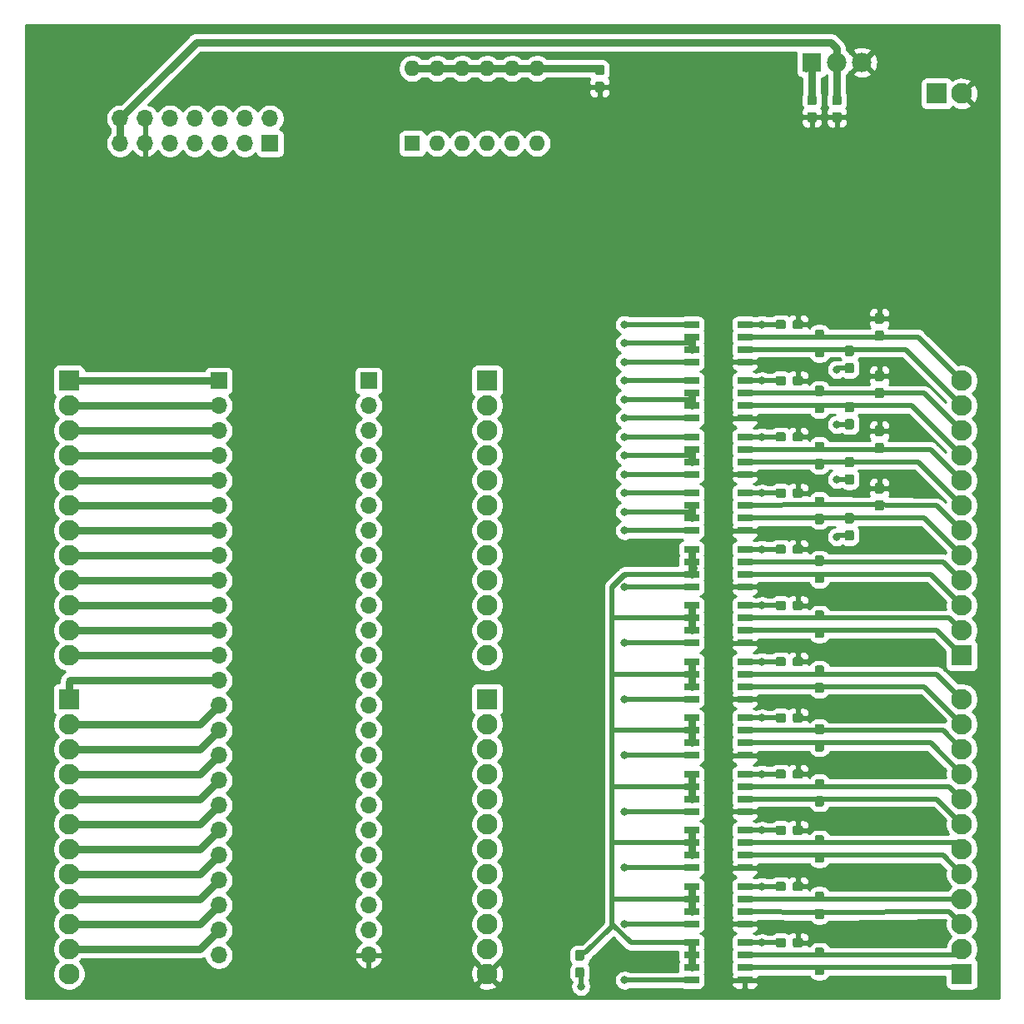
<source format=gbr>
G04 #@! TF.GenerationSoftware,KiCad,Pcbnew,(5.1.5-0-10_14)*
G04 #@! TF.CreationDate,2020-10-24T16:59:39+02:00*
G04 #@! TF.ProjectId,PM Artnet LED DMX,504d2041-7274-46e6-9574-204c45442044,rev?*
G04 #@! TF.SameCoordinates,Original*
G04 #@! TF.FileFunction,Copper,L1,Top*
G04 #@! TF.FilePolarity,Positive*
%FSLAX46Y46*%
G04 Gerber Fmt 4.6, Leading zero omitted, Abs format (unit mm)*
G04 Created by KiCad (PCBNEW (5.1.5-0-10_14)) date 2020-10-24 16:59:39*
%MOMM*%
%LPD*%
G04 APERTURE LIST*
%ADD10C,1.980000*%
%ADD11R,1.980000X1.980000*%
%ADD12C,0.100000*%
%ADD13R,1.525000X0.650000*%
%ADD14C,2.100000*%
%ADD15R,2.100000X2.100000*%
%ADD16O,1.600000X1.600000*%
%ADD17R,1.600000X1.600000*%
%ADD18R,1.700000X1.700000*%
%ADD19O,1.700000X1.700000*%
%ADD20C,0.800000*%
%ADD21C,0.750000*%
%ADD22C,0.250000*%
%ADD23C,0.500000*%
%ADD24C,0.254000*%
G04 APERTURE END LIST*
D10*
X97810000Y-16510000D03*
X95260000Y-16510000D03*
D11*
X92710000Y-16510000D03*
G04 #@! TA.AperFunction,SMDPad,CuDef*
D12*
G36*
X93732779Y-68423144D02*
G01*
X93755834Y-68426563D01*
X93778443Y-68432227D01*
X93800387Y-68440079D01*
X93821457Y-68450044D01*
X93841448Y-68462026D01*
X93860168Y-68475910D01*
X93877438Y-68491562D01*
X93893090Y-68508832D01*
X93906974Y-68527552D01*
X93918956Y-68547543D01*
X93928921Y-68568613D01*
X93936773Y-68590557D01*
X93942437Y-68613166D01*
X93945856Y-68636221D01*
X93947000Y-68659500D01*
X93947000Y-69234500D01*
X93945856Y-69257779D01*
X93942437Y-69280834D01*
X93936773Y-69303443D01*
X93928921Y-69325387D01*
X93918956Y-69346457D01*
X93906974Y-69366448D01*
X93893090Y-69385168D01*
X93877438Y-69402438D01*
X93860168Y-69418090D01*
X93841448Y-69431974D01*
X93821457Y-69443956D01*
X93800387Y-69453921D01*
X93778443Y-69461773D01*
X93755834Y-69467437D01*
X93732779Y-69470856D01*
X93709500Y-69472000D01*
X93234500Y-69472000D01*
X93211221Y-69470856D01*
X93188166Y-69467437D01*
X93165557Y-69461773D01*
X93143613Y-69453921D01*
X93122543Y-69443956D01*
X93102552Y-69431974D01*
X93083832Y-69418090D01*
X93066562Y-69402438D01*
X93050910Y-69385168D01*
X93037026Y-69366448D01*
X93025044Y-69346457D01*
X93015079Y-69325387D01*
X93007227Y-69303443D01*
X93001563Y-69280834D01*
X92998144Y-69257779D01*
X92997000Y-69234500D01*
X92997000Y-68659500D01*
X92998144Y-68636221D01*
X93001563Y-68613166D01*
X93007227Y-68590557D01*
X93015079Y-68568613D01*
X93025044Y-68547543D01*
X93037026Y-68527552D01*
X93050910Y-68508832D01*
X93066562Y-68491562D01*
X93083832Y-68475910D01*
X93102552Y-68462026D01*
X93122543Y-68450044D01*
X93143613Y-68440079D01*
X93165557Y-68432227D01*
X93188166Y-68426563D01*
X93211221Y-68423144D01*
X93234500Y-68422000D01*
X93709500Y-68422000D01*
X93732779Y-68423144D01*
G37*
G04 #@! TD.AperFunction*
G04 #@! TA.AperFunction,SMDPad,CuDef*
G36*
X93732779Y-66673144D02*
G01*
X93755834Y-66676563D01*
X93778443Y-66682227D01*
X93800387Y-66690079D01*
X93821457Y-66700044D01*
X93841448Y-66712026D01*
X93860168Y-66725910D01*
X93877438Y-66741562D01*
X93893090Y-66758832D01*
X93906974Y-66777552D01*
X93918956Y-66797543D01*
X93928921Y-66818613D01*
X93936773Y-66840557D01*
X93942437Y-66863166D01*
X93945856Y-66886221D01*
X93947000Y-66909500D01*
X93947000Y-67484500D01*
X93945856Y-67507779D01*
X93942437Y-67530834D01*
X93936773Y-67553443D01*
X93928921Y-67575387D01*
X93918956Y-67596457D01*
X93906974Y-67616448D01*
X93893090Y-67635168D01*
X93877438Y-67652438D01*
X93860168Y-67668090D01*
X93841448Y-67681974D01*
X93821457Y-67693956D01*
X93800387Y-67703921D01*
X93778443Y-67711773D01*
X93755834Y-67717437D01*
X93732779Y-67720856D01*
X93709500Y-67722000D01*
X93234500Y-67722000D01*
X93211221Y-67720856D01*
X93188166Y-67717437D01*
X93165557Y-67711773D01*
X93143613Y-67703921D01*
X93122543Y-67693956D01*
X93102552Y-67681974D01*
X93083832Y-67668090D01*
X93066562Y-67652438D01*
X93050910Y-67635168D01*
X93037026Y-67616448D01*
X93025044Y-67596457D01*
X93015079Y-67575387D01*
X93007227Y-67553443D01*
X93001563Y-67530834D01*
X92998144Y-67507779D01*
X92997000Y-67484500D01*
X92997000Y-66909500D01*
X92998144Y-66886221D01*
X93001563Y-66863166D01*
X93007227Y-66840557D01*
X93015079Y-66818613D01*
X93025044Y-66797543D01*
X93037026Y-66777552D01*
X93050910Y-66758832D01*
X93066562Y-66741562D01*
X93083832Y-66725910D01*
X93102552Y-66712026D01*
X93122543Y-66700044D01*
X93143613Y-66690079D01*
X93165557Y-66682227D01*
X93188166Y-66676563D01*
X93211221Y-66673144D01*
X93234500Y-66672000D01*
X93709500Y-66672000D01*
X93732779Y-66673144D01*
G37*
G04 #@! TD.AperFunction*
G04 #@! TA.AperFunction,SMDPad,CuDef*
G36*
X93732779Y-73997144D02*
G01*
X93755834Y-74000563D01*
X93778443Y-74006227D01*
X93800387Y-74014079D01*
X93821457Y-74024044D01*
X93841448Y-74036026D01*
X93860168Y-74049910D01*
X93877438Y-74065562D01*
X93893090Y-74082832D01*
X93906974Y-74101552D01*
X93918956Y-74121543D01*
X93928921Y-74142613D01*
X93936773Y-74164557D01*
X93942437Y-74187166D01*
X93945856Y-74210221D01*
X93947000Y-74233500D01*
X93947000Y-74808500D01*
X93945856Y-74831779D01*
X93942437Y-74854834D01*
X93936773Y-74877443D01*
X93928921Y-74899387D01*
X93918956Y-74920457D01*
X93906974Y-74940448D01*
X93893090Y-74959168D01*
X93877438Y-74976438D01*
X93860168Y-74992090D01*
X93841448Y-75005974D01*
X93821457Y-75017956D01*
X93800387Y-75027921D01*
X93778443Y-75035773D01*
X93755834Y-75041437D01*
X93732779Y-75044856D01*
X93709500Y-75046000D01*
X93234500Y-75046000D01*
X93211221Y-75044856D01*
X93188166Y-75041437D01*
X93165557Y-75035773D01*
X93143613Y-75027921D01*
X93122543Y-75017956D01*
X93102552Y-75005974D01*
X93083832Y-74992090D01*
X93066562Y-74976438D01*
X93050910Y-74959168D01*
X93037026Y-74940448D01*
X93025044Y-74920457D01*
X93015079Y-74899387D01*
X93007227Y-74877443D01*
X93001563Y-74854834D01*
X92998144Y-74831779D01*
X92997000Y-74808500D01*
X92997000Y-74233500D01*
X92998144Y-74210221D01*
X93001563Y-74187166D01*
X93007227Y-74164557D01*
X93015079Y-74142613D01*
X93025044Y-74121543D01*
X93037026Y-74101552D01*
X93050910Y-74082832D01*
X93066562Y-74065562D01*
X93083832Y-74049910D01*
X93102552Y-74036026D01*
X93122543Y-74024044D01*
X93143613Y-74014079D01*
X93165557Y-74006227D01*
X93188166Y-74000563D01*
X93211221Y-73997144D01*
X93234500Y-73996000D01*
X93709500Y-73996000D01*
X93732779Y-73997144D01*
G37*
G04 #@! TD.AperFunction*
G04 #@! TA.AperFunction,SMDPad,CuDef*
G36*
X93732779Y-72247144D02*
G01*
X93755834Y-72250563D01*
X93778443Y-72256227D01*
X93800387Y-72264079D01*
X93821457Y-72274044D01*
X93841448Y-72286026D01*
X93860168Y-72299910D01*
X93877438Y-72315562D01*
X93893090Y-72332832D01*
X93906974Y-72351552D01*
X93918956Y-72371543D01*
X93928921Y-72392613D01*
X93936773Y-72414557D01*
X93942437Y-72437166D01*
X93945856Y-72460221D01*
X93947000Y-72483500D01*
X93947000Y-73058500D01*
X93945856Y-73081779D01*
X93942437Y-73104834D01*
X93936773Y-73127443D01*
X93928921Y-73149387D01*
X93918956Y-73170457D01*
X93906974Y-73190448D01*
X93893090Y-73209168D01*
X93877438Y-73226438D01*
X93860168Y-73242090D01*
X93841448Y-73255974D01*
X93821457Y-73267956D01*
X93800387Y-73277921D01*
X93778443Y-73285773D01*
X93755834Y-73291437D01*
X93732779Y-73294856D01*
X93709500Y-73296000D01*
X93234500Y-73296000D01*
X93211221Y-73294856D01*
X93188166Y-73291437D01*
X93165557Y-73285773D01*
X93143613Y-73277921D01*
X93122543Y-73267956D01*
X93102552Y-73255974D01*
X93083832Y-73242090D01*
X93066562Y-73226438D01*
X93050910Y-73209168D01*
X93037026Y-73190448D01*
X93025044Y-73170457D01*
X93015079Y-73149387D01*
X93007227Y-73127443D01*
X93001563Y-73104834D01*
X92998144Y-73081779D01*
X92997000Y-73058500D01*
X92997000Y-72483500D01*
X92998144Y-72460221D01*
X93001563Y-72437166D01*
X93007227Y-72414557D01*
X93015079Y-72392613D01*
X93025044Y-72371543D01*
X93037026Y-72351552D01*
X93050910Y-72332832D01*
X93066562Y-72315562D01*
X93083832Y-72299910D01*
X93102552Y-72286026D01*
X93122543Y-72274044D01*
X93143613Y-72264079D01*
X93165557Y-72256227D01*
X93188166Y-72250563D01*
X93211221Y-72247144D01*
X93234500Y-72246000D01*
X93709500Y-72246000D01*
X93732779Y-72247144D01*
G37*
G04 #@! TD.AperFunction*
G04 #@! TA.AperFunction,SMDPad,CuDef*
G36*
X93732779Y-79613144D02*
G01*
X93755834Y-79616563D01*
X93778443Y-79622227D01*
X93800387Y-79630079D01*
X93821457Y-79640044D01*
X93841448Y-79652026D01*
X93860168Y-79665910D01*
X93877438Y-79681562D01*
X93893090Y-79698832D01*
X93906974Y-79717552D01*
X93918956Y-79737543D01*
X93928921Y-79758613D01*
X93936773Y-79780557D01*
X93942437Y-79803166D01*
X93945856Y-79826221D01*
X93947000Y-79849500D01*
X93947000Y-80424500D01*
X93945856Y-80447779D01*
X93942437Y-80470834D01*
X93936773Y-80493443D01*
X93928921Y-80515387D01*
X93918956Y-80536457D01*
X93906974Y-80556448D01*
X93893090Y-80575168D01*
X93877438Y-80592438D01*
X93860168Y-80608090D01*
X93841448Y-80621974D01*
X93821457Y-80633956D01*
X93800387Y-80643921D01*
X93778443Y-80651773D01*
X93755834Y-80657437D01*
X93732779Y-80660856D01*
X93709500Y-80662000D01*
X93234500Y-80662000D01*
X93211221Y-80660856D01*
X93188166Y-80657437D01*
X93165557Y-80651773D01*
X93143613Y-80643921D01*
X93122543Y-80633956D01*
X93102552Y-80621974D01*
X93083832Y-80608090D01*
X93066562Y-80592438D01*
X93050910Y-80575168D01*
X93037026Y-80556448D01*
X93025044Y-80536457D01*
X93015079Y-80515387D01*
X93007227Y-80493443D01*
X93001563Y-80470834D01*
X92998144Y-80447779D01*
X92997000Y-80424500D01*
X92997000Y-79849500D01*
X92998144Y-79826221D01*
X93001563Y-79803166D01*
X93007227Y-79780557D01*
X93015079Y-79758613D01*
X93025044Y-79737543D01*
X93037026Y-79717552D01*
X93050910Y-79698832D01*
X93066562Y-79681562D01*
X93083832Y-79665910D01*
X93102552Y-79652026D01*
X93122543Y-79640044D01*
X93143613Y-79630079D01*
X93165557Y-79622227D01*
X93188166Y-79616563D01*
X93211221Y-79613144D01*
X93234500Y-79612000D01*
X93709500Y-79612000D01*
X93732779Y-79613144D01*
G37*
G04 #@! TD.AperFunction*
G04 #@! TA.AperFunction,SMDPad,CuDef*
G36*
X93732779Y-77863144D02*
G01*
X93755834Y-77866563D01*
X93778443Y-77872227D01*
X93800387Y-77880079D01*
X93821457Y-77890044D01*
X93841448Y-77902026D01*
X93860168Y-77915910D01*
X93877438Y-77931562D01*
X93893090Y-77948832D01*
X93906974Y-77967552D01*
X93918956Y-77987543D01*
X93928921Y-78008613D01*
X93936773Y-78030557D01*
X93942437Y-78053166D01*
X93945856Y-78076221D01*
X93947000Y-78099500D01*
X93947000Y-78674500D01*
X93945856Y-78697779D01*
X93942437Y-78720834D01*
X93936773Y-78743443D01*
X93928921Y-78765387D01*
X93918956Y-78786457D01*
X93906974Y-78806448D01*
X93893090Y-78825168D01*
X93877438Y-78842438D01*
X93860168Y-78858090D01*
X93841448Y-78871974D01*
X93821457Y-78883956D01*
X93800387Y-78893921D01*
X93778443Y-78901773D01*
X93755834Y-78907437D01*
X93732779Y-78910856D01*
X93709500Y-78912000D01*
X93234500Y-78912000D01*
X93211221Y-78910856D01*
X93188166Y-78907437D01*
X93165557Y-78901773D01*
X93143613Y-78893921D01*
X93122543Y-78883956D01*
X93102552Y-78871974D01*
X93083832Y-78858090D01*
X93066562Y-78842438D01*
X93050910Y-78825168D01*
X93037026Y-78806448D01*
X93025044Y-78786457D01*
X93015079Y-78765387D01*
X93007227Y-78743443D01*
X93001563Y-78720834D01*
X92998144Y-78697779D01*
X92997000Y-78674500D01*
X92997000Y-78099500D01*
X92998144Y-78076221D01*
X93001563Y-78053166D01*
X93007227Y-78030557D01*
X93015079Y-78008613D01*
X93025044Y-77987543D01*
X93037026Y-77967552D01*
X93050910Y-77948832D01*
X93066562Y-77931562D01*
X93083832Y-77915910D01*
X93102552Y-77902026D01*
X93122543Y-77890044D01*
X93143613Y-77880079D01*
X93165557Y-77872227D01*
X93188166Y-77866563D01*
X93211221Y-77863144D01*
X93234500Y-77862000D01*
X93709500Y-77862000D01*
X93732779Y-77863144D01*
G37*
G04 #@! TD.AperFunction*
G04 #@! TA.AperFunction,SMDPad,CuDef*
G36*
X93732779Y-85554144D02*
G01*
X93755834Y-85557563D01*
X93778443Y-85563227D01*
X93800387Y-85571079D01*
X93821457Y-85581044D01*
X93841448Y-85593026D01*
X93860168Y-85606910D01*
X93877438Y-85622562D01*
X93893090Y-85639832D01*
X93906974Y-85658552D01*
X93918956Y-85678543D01*
X93928921Y-85699613D01*
X93936773Y-85721557D01*
X93942437Y-85744166D01*
X93945856Y-85767221D01*
X93947000Y-85790500D01*
X93947000Y-86365500D01*
X93945856Y-86388779D01*
X93942437Y-86411834D01*
X93936773Y-86434443D01*
X93928921Y-86456387D01*
X93918956Y-86477457D01*
X93906974Y-86497448D01*
X93893090Y-86516168D01*
X93877438Y-86533438D01*
X93860168Y-86549090D01*
X93841448Y-86562974D01*
X93821457Y-86574956D01*
X93800387Y-86584921D01*
X93778443Y-86592773D01*
X93755834Y-86598437D01*
X93732779Y-86601856D01*
X93709500Y-86603000D01*
X93234500Y-86603000D01*
X93211221Y-86601856D01*
X93188166Y-86598437D01*
X93165557Y-86592773D01*
X93143613Y-86584921D01*
X93122543Y-86574956D01*
X93102552Y-86562974D01*
X93083832Y-86549090D01*
X93066562Y-86533438D01*
X93050910Y-86516168D01*
X93037026Y-86497448D01*
X93025044Y-86477457D01*
X93015079Y-86456387D01*
X93007227Y-86434443D01*
X93001563Y-86411834D01*
X92998144Y-86388779D01*
X92997000Y-86365500D01*
X92997000Y-85790500D01*
X92998144Y-85767221D01*
X93001563Y-85744166D01*
X93007227Y-85721557D01*
X93015079Y-85699613D01*
X93025044Y-85678543D01*
X93037026Y-85658552D01*
X93050910Y-85639832D01*
X93066562Y-85622562D01*
X93083832Y-85606910D01*
X93102552Y-85593026D01*
X93122543Y-85581044D01*
X93143613Y-85571079D01*
X93165557Y-85563227D01*
X93188166Y-85557563D01*
X93211221Y-85554144D01*
X93234500Y-85553000D01*
X93709500Y-85553000D01*
X93732779Y-85554144D01*
G37*
G04 #@! TD.AperFunction*
G04 #@! TA.AperFunction,SMDPad,CuDef*
G36*
X93732779Y-83804144D02*
G01*
X93755834Y-83807563D01*
X93778443Y-83813227D01*
X93800387Y-83821079D01*
X93821457Y-83831044D01*
X93841448Y-83843026D01*
X93860168Y-83856910D01*
X93877438Y-83872562D01*
X93893090Y-83889832D01*
X93906974Y-83908552D01*
X93918956Y-83928543D01*
X93928921Y-83949613D01*
X93936773Y-83971557D01*
X93942437Y-83994166D01*
X93945856Y-84017221D01*
X93947000Y-84040500D01*
X93947000Y-84615500D01*
X93945856Y-84638779D01*
X93942437Y-84661834D01*
X93936773Y-84684443D01*
X93928921Y-84706387D01*
X93918956Y-84727457D01*
X93906974Y-84747448D01*
X93893090Y-84766168D01*
X93877438Y-84783438D01*
X93860168Y-84799090D01*
X93841448Y-84812974D01*
X93821457Y-84824956D01*
X93800387Y-84834921D01*
X93778443Y-84842773D01*
X93755834Y-84848437D01*
X93732779Y-84851856D01*
X93709500Y-84853000D01*
X93234500Y-84853000D01*
X93211221Y-84851856D01*
X93188166Y-84848437D01*
X93165557Y-84842773D01*
X93143613Y-84834921D01*
X93122543Y-84824956D01*
X93102552Y-84812974D01*
X93083832Y-84799090D01*
X93066562Y-84783438D01*
X93050910Y-84766168D01*
X93037026Y-84747448D01*
X93025044Y-84727457D01*
X93015079Y-84706387D01*
X93007227Y-84684443D01*
X93001563Y-84661834D01*
X92998144Y-84638779D01*
X92997000Y-84615500D01*
X92997000Y-84040500D01*
X92998144Y-84017221D01*
X93001563Y-83994166D01*
X93007227Y-83971557D01*
X93015079Y-83949613D01*
X93025044Y-83928543D01*
X93037026Y-83908552D01*
X93050910Y-83889832D01*
X93066562Y-83872562D01*
X93083832Y-83856910D01*
X93102552Y-83843026D01*
X93122543Y-83831044D01*
X93143613Y-83821079D01*
X93165557Y-83813227D01*
X93188166Y-83807563D01*
X93211221Y-83804144D01*
X93234500Y-83803000D01*
X93709500Y-83803000D01*
X93732779Y-83804144D01*
G37*
G04 #@! TD.AperFunction*
G04 #@! TA.AperFunction,SMDPad,CuDef*
G36*
X93732779Y-91156144D02*
G01*
X93755834Y-91159563D01*
X93778443Y-91165227D01*
X93800387Y-91173079D01*
X93821457Y-91183044D01*
X93841448Y-91195026D01*
X93860168Y-91208910D01*
X93877438Y-91224562D01*
X93893090Y-91241832D01*
X93906974Y-91260552D01*
X93918956Y-91280543D01*
X93928921Y-91301613D01*
X93936773Y-91323557D01*
X93942437Y-91346166D01*
X93945856Y-91369221D01*
X93947000Y-91392500D01*
X93947000Y-91967500D01*
X93945856Y-91990779D01*
X93942437Y-92013834D01*
X93936773Y-92036443D01*
X93928921Y-92058387D01*
X93918956Y-92079457D01*
X93906974Y-92099448D01*
X93893090Y-92118168D01*
X93877438Y-92135438D01*
X93860168Y-92151090D01*
X93841448Y-92164974D01*
X93821457Y-92176956D01*
X93800387Y-92186921D01*
X93778443Y-92194773D01*
X93755834Y-92200437D01*
X93732779Y-92203856D01*
X93709500Y-92205000D01*
X93234500Y-92205000D01*
X93211221Y-92203856D01*
X93188166Y-92200437D01*
X93165557Y-92194773D01*
X93143613Y-92186921D01*
X93122543Y-92176956D01*
X93102552Y-92164974D01*
X93083832Y-92151090D01*
X93066562Y-92135438D01*
X93050910Y-92118168D01*
X93037026Y-92099448D01*
X93025044Y-92079457D01*
X93015079Y-92058387D01*
X93007227Y-92036443D01*
X93001563Y-92013834D01*
X92998144Y-91990779D01*
X92997000Y-91967500D01*
X92997000Y-91392500D01*
X92998144Y-91369221D01*
X93001563Y-91346166D01*
X93007227Y-91323557D01*
X93015079Y-91301613D01*
X93025044Y-91280543D01*
X93037026Y-91260552D01*
X93050910Y-91241832D01*
X93066562Y-91224562D01*
X93083832Y-91208910D01*
X93102552Y-91195026D01*
X93122543Y-91183044D01*
X93143613Y-91173079D01*
X93165557Y-91165227D01*
X93188166Y-91159563D01*
X93211221Y-91156144D01*
X93234500Y-91155000D01*
X93709500Y-91155000D01*
X93732779Y-91156144D01*
G37*
G04 #@! TD.AperFunction*
G04 #@! TA.AperFunction,SMDPad,CuDef*
G36*
X93732779Y-89406144D02*
G01*
X93755834Y-89409563D01*
X93778443Y-89415227D01*
X93800387Y-89423079D01*
X93821457Y-89433044D01*
X93841448Y-89445026D01*
X93860168Y-89458910D01*
X93877438Y-89474562D01*
X93893090Y-89491832D01*
X93906974Y-89510552D01*
X93918956Y-89530543D01*
X93928921Y-89551613D01*
X93936773Y-89573557D01*
X93942437Y-89596166D01*
X93945856Y-89619221D01*
X93947000Y-89642500D01*
X93947000Y-90217500D01*
X93945856Y-90240779D01*
X93942437Y-90263834D01*
X93936773Y-90286443D01*
X93928921Y-90308387D01*
X93918956Y-90329457D01*
X93906974Y-90349448D01*
X93893090Y-90368168D01*
X93877438Y-90385438D01*
X93860168Y-90401090D01*
X93841448Y-90414974D01*
X93821457Y-90426956D01*
X93800387Y-90436921D01*
X93778443Y-90444773D01*
X93755834Y-90450437D01*
X93732779Y-90453856D01*
X93709500Y-90455000D01*
X93234500Y-90455000D01*
X93211221Y-90453856D01*
X93188166Y-90450437D01*
X93165557Y-90444773D01*
X93143613Y-90436921D01*
X93122543Y-90426956D01*
X93102552Y-90414974D01*
X93083832Y-90401090D01*
X93066562Y-90385438D01*
X93050910Y-90368168D01*
X93037026Y-90349448D01*
X93025044Y-90329457D01*
X93015079Y-90308387D01*
X93007227Y-90286443D01*
X93001563Y-90263834D01*
X92998144Y-90240779D01*
X92997000Y-90217500D01*
X92997000Y-89642500D01*
X92998144Y-89619221D01*
X93001563Y-89596166D01*
X93007227Y-89573557D01*
X93015079Y-89551613D01*
X93025044Y-89530543D01*
X93037026Y-89510552D01*
X93050910Y-89491832D01*
X93066562Y-89474562D01*
X93083832Y-89458910D01*
X93102552Y-89445026D01*
X93122543Y-89433044D01*
X93143613Y-89423079D01*
X93165557Y-89415227D01*
X93188166Y-89409563D01*
X93211221Y-89406144D01*
X93234500Y-89405000D01*
X93709500Y-89405000D01*
X93732779Y-89406144D01*
G37*
G04 #@! TD.AperFunction*
G04 #@! TA.AperFunction,SMDPad,CuDef*
G36*
X93732779Y-96857144D02*
G01*
X93755834Y-96860563D01*
X93778443Y-96866227D01*
X93800387Y-96874079D01*
X93821457Y-96884044D01*
X93841448Y-96896026D01*
X93860168Y-96909910D01*
X93877438Y-96925562D01*
X93893090Y-96942832D01*
X93906974Y-96961552D01*
X93918956Y-96981543D01*
X93928921Y-97002613D01*
X93936773Y-97024557D01*
X93942437Y-97047166D01*
X93945856Y-97070221D01*
X93947000Y-97093500D01*
X93947000Y-97668500D01*
X93945856Y-97691779D01*
X93942437Y-97714834D01*
X93936773Y-97737443D01*
X93928921Y-97759387D01*
X93918956Y-97780457D01*
X93906974Y-97800448D01*
X93893090Y-97819168D01*
X93877438Y-97836438D01*
X93860168Y-97852090D01*
X93841448Y-97865974D01*
X93821457Y-97877956D01*
X93800387Y-97887921D01*
X93778443Y-97895773D01*
X93755834Y-97901437D01*
X93732779Y-97904856D01*
X93709500Y-97906000D01*
X93234500Y-97906000D01*
X93211221Y-97904856D01*
X93188166Y-97901437D01*
X93165557Y-97895773D01*
X93143613Y-97887921D01*
X93122543Y-97877956D01*
X93102552Y-97865974D01*
X93083832Y-97852090D01*
X93066562Y-97836438D01*
X93050910Y-97819168D01*
X93037026Y-97800448D01*
X93025044Y-97780457D01*
X93015079Y-97759387D01*
X93007227Y-97737443D01*
X93001563Y-97714834D01*
X92998144Y-97691779D01*
X92997000Y-97668500D01*
X92997000Y-97093500D01*
X92998144Y-97070221D01*
X93001563Y-97047166D01*
X93007227Y-97024557D01*
X93015079Y-97002613D01*
X93025044Y-96981543D01*
X93037026Y-96961552D01*
X93050910Y-96942832D01*
X93066562Y-96925562D01*
X93083832Y-96909910D01*
X93102552Y-96896026D01*
X93122543Y-96884044D01*
X93143613Y-96874079D01*
X93165557Y-96866227D01*
X93188166Y-96860563D01*
X93211221Y-96857144D01*
X93234500Y-96856000D01*
X93709500Y-96856000D01*
X93732779Y-96857144D01*
G37*
G04 #@! TD.AperFunction*
G04 #@! TA.AperFunction,SMDPad,CuDef*
G36*
X93732779Y-95107144D02*
G01*
X93755834Y-95110563D01*
X93778443Y-95116227D01*
X93800387Y-95124079D01*
X93821457Y-95134044D01*
X93841448Y-95146026D01*
X93860168Y-95159910D01*
X93877438Y-95175562D01*
X93893090Y-95192832D01*
X93906974Y-95211552D01*
X93918956Y-95231543D01*
X93928921Y-95252613D01*
X93936773Y-95274557D01*
X93942437Y-95297166D01*
X93945856Y-95320221D01*
X93947000Y-95343500D01*
X93947000Y-95918500D01*
X93945856Y-95941779D01*
X93942437Y-95964834D01*
X93936773Y-95987443D01*
X93928921Y-96009387D01*
X93918956Y-96030457D01*
X93906974Y-96050448D01*
X93893090Y-96069168D01*
X93877438Y-96086438D01*
X93860168Y-96102090D01*
X93841448Y-96115974D01*
X93821457Y-96127956D01*
X93800387Y-96137921D01*
X93778443Y-96145773D01*
X93755834Y-96151437D01*
X93732779Y-96154856D01*
X93709500Y-96156000D01*
X93234500Y-96156000D01*
X93211221Y-96154856D01*
X93188166Y-96151437D01*
X93165557Y-96145773D01*
X93143613Y-96137921D01*
X93122543Y-96127956D01*
X93102552Y-96115974D01*
X93083832Y-96102090D01*
X93066562Y-96086438D01*
X93050910Y-96069168D01*
X93037026Y-96050448D01*
X93025044Y-96030457D01*
X93015079Y-96009387D01*
X93007227Y-95987443D01*
X93001563Y-95964834D01*
X92998144Y-95941779D01*
X92997000Y-95918500D01*
X92997000Y-95343500D01*
X92998144Y-95320221D01*
X93001563Y-95297166D01*
X93007227Y-95274557D01*
X93015079Y-95252613D01*
X93025044Y-95231543D01*
X93037026Y-95211552D01*
X93050910Y-95192832D01*
X93066562Y-95175562D01*
X93083832Y-95159910D01*
X93102552Y-95146026D01*
X93122543Y-95134044D01*
X93143613Y-95124079D01*
X93165557Y-95116227D01*
X93188166Y-95110563D01*
X93211221Y-95107144D01*
X93234500Y-95106000D01*
X93709500Y-95106000D01*
X93732779Y-95107144D01*
G37*
G04 #@! TD.AperFunction*
G04 #@! TA.AperFunction,SMDPad,CuDef*
G36*
X93732779Y-102600144D02*
G01*
X93755834Y-102603563D01*
X93778443Y-102609227D01*
X93800387Y-102617079D01*
X93821457Y-102627044D01*
X93841448Y-102639026D01*
X93860168Y-102652910D01*
X93877438Y-102668562D01*
X93893090Y-102685832D01*
X93906974Y-102704552D01*
X93918956Y-102724543D01*
X93928921Y-102745613D01*
X93936773Y-102767557D01*
X93942437Y-102790166D01*
X93945856Y-102813221D01*
X93947000Y-102836500D01*
X93947000Y-103411500D01*
X93945856Y-103434779D01*
X93942437Y-103457834D01*
X93936773Y-103480443D01*
X93928921Y-103502387D01*
X93918956Y-103523457D01*
X93906974Y-103543448D01*
X93893090Y-103562168D01*
X93877438Y-103579438D01*
X93860168Y-103595090D01*
X93841448Y-103608974D01*
X93821457Y-103620956D01*
X93800387Y-103630921D01*
X93778443Y-103638773D01*
X93755834Y-103644437D01*
X93732779Y-103647856D01*
X93709500Y-103649000D01*
X93234500Y-103649000D01*
X93211221Y-103647856D01*
X93188166Y-103644437D01*
X93165557Y-103638773D01*
X93143613Y-103630921D01*
X93122543Y-103620956D01*
X93102552Y-103608974D01*
X93083832Y-103595090D01*
X93066562Y-103579438D01*
X93050910Y-103562168D01*
X93037026Y-103543448D01*
X93025044Y-103523457D01*
X93015079Y-103502387D01*
X93007227Y-103480443D01*
X93001563Y-103457834D01*
X92998144Y-103434779D01*
X92997000Y-103411500D01*
X92997000Y-102836500D01*
X92998144Y-102813221D01*
X93001563Y-102790166D01*
X93007227Y-102767557D01*
X93015079Y-102745613D01*
X93025044Y-102724543D01*
X93037026Y-102704552D01*
X93050910Y-102685832D01*
X93066562Y-102668562D01*
X93083832Y-102652910D01*
X93102552Y-102639026D01*
X93122543Y-102627044D01*
X93143613Y-102617079D01*
X93165557Y-102609227D01*
X93188166Y-102603563D01*
X93211221Y-102600144D01*
X93234500Y-102599000D01*
X93709500Y-102599000D01*
X93732779Y-102600144D01*
G37*
G04 #@! TD.AperFunction*
G04 #@! TA.AperFunction,SMDPad,CuDef*
G36*
X93732779Y-100850144D02*
G01*
X93755834Y-100853563D01*
X93778443Y-100859227D01*
X93800387Y-100867079D01*
X93821457Y-100877044D01*
X93841448Y-100889026D01*
X93860168Y-100902910D01*
X93877438Y-100918562D01*
X93893090Y-100935832D01*
X93906974Y-100954552D01*
X93918956Y-100974543D01*
X93928921Y-100995613D01*
X93936773Y-101017557D01*
X93942437Y-101040166D01*
X93945856Y-101063221D01*
X93947000Y-101086500D01*
X93947000Y-101661500D01*
X93945856Y-101684779D01*
X93942437Y-101707834D01*
X93936773Y-101730443D01*
X93928921Y-101752387D01*
X93918956Y-101773457D01*
X93906974Y-101793448D01*
X93893090Y-101812168D01*
X93877438Y-101829438D01*
X93860168Y-101845090D01*
X93841448Y-101858974D01*
X93821457Y-101870956D01*
X93800387Y-101880921D01*
X93778443Y-101888773D01*
X93755834Y-101894437D01*
X93732779Y-101897856D01*
X93709500Y-101899000D01*
X93234500Y-101899000D01*
X93211221Y-101897856D01*
X93188166Y-101894437D01*
X93165557Y-101888773D01*
X93143613Y-101880921D01*
X93122543Y-101870956D01*
X93102552Y-101858974D01*
X93083832Y-101845090D01*
X93066562Y-101829438D01*
X93050910Y-101812168D01*
X93037026Y-101793448D01*
X93025044Y-101773457D01*
X93015079Y-101752387D01*
X93007227Y-101730443D01*
X93001563Y-101707834D01*
X92998144Y-101684779D01*
X92997000Y-101661500D01*
X92997000Y-101086500D01*
X92998144Y-101063221D01*
X93001563Y-101040166D01*
X93007227Y-101017557D01*
X93015079Y-100995613D01*
X93025044Y-100974543D01*
X93037026Y-100954552D01*
X93050910Y-100935832D01*
X93066562Y-100918562D01*
X93083832Y-100902910D01*
X93102552Y-100889026D01*
X93122543Y-100877044D01*
X93143613Y-100867079D01*
X93165557Y-100859227D01*
X93188166Y-100853563D01*
X93211221Y-100850144D01*
X93234500Y-100849000D01*
X93709500Y-100849000D01*
X93732779Y-100850144D01*
G37*
G04 #@! TD.AperFunction*
G04 #@! TA.AperFunction,SMDPad,CuDef*
G36*
X93732779Y-108287144D02*
G01*
X93755834Y-108290563D01*
X93778443Y-108296227D01*
X93800387Y-108304079D01*
X93821457Y-108314044D01*
X93841448Y-108326026D01*
X93860168Y-108339910D01*
X93877438Y-108355562D01*
X93893090Y-108372832D01*
X93906974Y-108391552D01*
X93918956Y-108411543D01*
X93928921Y-108432613D01*
X93936773Y-108454557D01*
X93942437Y-108477166D01*
X93945856Y-108500221D01*
X93947000Y-108523500D01*
X93947000Y-109098500D01*
X93945856Y-109121779D01*
X93942437Y-109144834D01*
X93936773Y-109167443D01*
X93928921Y-109189387D01*
X93918956Y-109210457D01*
X93906974Y-109230448D01*
X93893090Y-109249168D01*
X93877438Y-109266438D01*
X93860168Y-109282090D01*
X93841448Y-109295974D01*
X93821457Y-109307956D01*
X93800387Y-109317921D01*
X93778443Y-109325773D01*
X93755834Y-109331437D01*
X93732779Y-109334856D01*
X93709500Y-109336000D01*
X93234500Y-109336000D01*
X93211221Y-109334856D01*
X93188166Y-109331437D01*
X93165557Y-109325773D01*
X93143613Y-109317921D01*
X93122543Y-109307956D01*
X93102552Y-109295974D01*
X93083832Y-109282090D01*
X93066562Y-109266438D01*
X93050910Y-109249168D01*
X93037026Y-109230448D01*
X93025044Y-109210457D01*
X93015079Y-109189387D01*
X93007227Y-109167443D01*
X93001563Y-109144834D01*
X92998144Y-109121779D01*
X92997000Y-109098500D01*
X92997000Y-108523500D01*
X92998144Y-108500221D01*
X93001563Y-108477166D01*
X93007227Y-108454557D01*
X93015079Y-108432613D01*
X93025044Y-108411543D01*
X93037026Y-108391552D01*
X93050910Y-108372832D01*
X93066562Y-108355562D01*
X93083832Y-108339910D01*
X93102552Y-108326026D01*
X93122543Y-108314044D01*
X93143613Y-108304079D01*
X93165557Y-108296227D01*
X93188166Y-108290563D01*
X93211221Y-108287144D01*
X93234500Y-108286000D01*
X93709500Y-108286000D01*
X93732779Y-108287144D01*
G37*
G04 #@! TD.AperFunction*
G04 #@! TA.AperFunction,SMDPad,CuDef*
G36*
X93732779Y-106537144D02*
G01*
X93755834Y-106540563D01*
X93778443Y-106546227D01*
X93800387Y-106554079D01*
X93821457Y-106564044D01*
X93841448Y-106576026D01*
X93860168Y-106589910D01*
X93877438Y-106605562D01*
X93893090Y-106622832D01*
X93906974Y-106641552D01*
X93918956Y-106661543D01*
X93928921Y-106682613D01*
X93936773Y-106704557D01*
X93942437Y-106727166D01*
X93945856Y-106750221D01*
X93947000Y-106773500D01*
X93947000Y-107348500D01*
X93945856Y-107371779D01*
X93942437Y-107394834D01*
X93936773Y-107417443D01*
X93928921Y-107439387D01*
X93918956Y-107460457D01*
X93906974Y-107480448D01*
X93893090Y-107499168D01*
X93877438Y-107516438D01*
X93860168Y-107532090D01*
X93841448Y-107545974D01*
X93821457Y-107557956D01*
X93800387Y-107567921D01*
X93778443Y-107575773D01*
X93755834Y-107581437D01*
X93732779Y-107584856D01*
X93709500Y-107586000D01*
X93234500Y-107586000D01*
X93211221Y-107584856D01*
X93188166Y-107581437D01*
X93165557Y-107575773D01*
X93143613Y-107567921D01*
X93122543Y-107557956D01*
X93102552Y-107545974D01*
X93083832Y-107532090D01*
X93066562Y-107516438D01*
X93050910Y-107499168D01*
X93037026Y-107480448D01*
X93025044Y-107460457D01*
X93015079Y-107439387D01*
X93007227Y-107417443D01*
X93001563Y-107394834D01*
X92998144Y-107371779D01*
X92997000Y-107348500D01*
X92997000Y-106773500D01*
X92998144Y-106750221D01*
X93001563Y-106727166D01*
X93007227Y-106704557D01*
X93015079Y-106682613D01*
X93025044Y-106661543D01*
X93037026Y-106641552D01*
X93050910Y-106622832D01*
X93066562Y-106605562D01*
X93083832Y-106589910D01*
X93102552Y-106576026D01*
X93122543Y-106564044D01*
X93143613Y-106554079D01*
X93165557Y-106546227D01*
X93188166Y-106540563D01*
X93211221Y-106537144D01*
X93234500Y-106536000D01*
X93709500Y-106536000D01*
X93732779Y-106537144D01*
G37*
G04 #@! TD.AperFunction*
G04 #@! TA.AperFunction,SMDPad,CuDef*
G36*
X69348779Y-106805144D02*
G01*
X69371834Y-106808563D01*
X69394443Y-106814227D01*
X69416387Y-106822079D01*
X69437457Y-106832044D01*
X69457448Y-106844026D01*
X69476168Y-106857910D01*
X69493438Y-106873562D01*
X69509090Y-106890832D01*
X69522974Y-106909552D01*
X69534956Y-106929543D01*
X69544921Y-106950613D01*
X69552773Y-106972557D01*
X69558437Y-106995166D01*
X69561856Y-107018221D01*
X69563000Y-107041500D01*
X69563000Y-107616500D01*
X69561856Y-107639779D01*
X69558437Y-107662834D01*
X69552773Y-107685443D01*
X69544921Y-107707387D01*
X69534956Y-107728457D01*
X69522974Y-107748448D01*
X69509090Y-107767168D01*
X69493438Y-107784438D01*
X69476168Y-107800090D01*
X69457448Y-107813974D01*
X69437457Y-107825956D01*
X69416387Y-107835921D01*
X69394443Y-107843773D01*
X69371834Y-107849437D01*
X69348779Y-107852856D01*
X69325500Y-107854000D01*
X68850500Y-107854000D01*
X68827221Y-107852856D01*
X68804166Y-107849437D01*
X68781557Y-107843773D01*
X68759613Y-107835921D01*
X68738543Y-107825956D01*
X68718552Y-107813974D01*
X68699832Y-107800090D01*
X68682562Y-107784438D01*
X68666910Y-107767168D01*
X68653026Y-107748448D01*
X68641044Y-107728457D01*
X68631079Y-107707387D01*
X68623227Y-107685443D01*
X68617563Y-107662834D01*
X68614144Y-107639779D01*
X68613000Y-107616500D01*
X68613000Y-107041500D01*
X68614144Y-107018221D01*
X68617563Y-106995166D01*
X68623227Y-106972557D01*
X68631079Y-106950613D01*
X68641044Y-106929543D01*
X68653026Y-106909552D01*
X68666910Y-106890832D01*
X68682562Y-106873562D01*
X68699832Y-106857910D01*
X68718552Y-106844026D01*
X68738543Y-106832044D01*
X68759613Y-106822079D01*
X68781557Y-106814227D01*
X68804166Y-106808563D01*
X68827221Y-106805144D01*
X68850500Y-106804000D01*
X69325500Y-106804000D01*
X69348779Y-106805144D01*
G37*
G04 #@! TD.AperFunction*
G04 #@! TA.AperFunction,SMDPad,CuDef*
G36*
X69348779Y-108555144D02*
G01*
X69371834Y-108558563D01*
X69394443Y-108564227D01*
X69416387Y-108572079D01*
X69437457Y-108582044D01*
X69457448Y-108594026D01*
X69476168Y-108607910D01*
X69493438Y-108623562D01*
X69509090Y-108640832D01*
X69522974Y-108659552D01*
X69534956Y-108679543D01*
X69544921Y-108700613D01*
X69552773Y-108722557D01*
X69558437Y-108745166D01*
X69561856Y-108768221D01*
X69563000Y-108791500D01*
X69563000Y-109366500D01*
X69561856Y-109389779D01*
X69558437Y-109412834D01*
X69552773Y-109435443D01*
X69544921Y-109457387D01*
X69534956Y-109478457D01*
X69522974Y-109498448D01*
X69509090Y-109517168D01*
X69493438Y-109534438D01*
X69476168Y-109550090D01*
X69457448Y-109563974D01*
X69437457Y-109575956D01*
X69416387Y-109585921D01*
X69394443Y-109593773D01*
X69371834Y-109599437D01*
X69348779Y-109602856D01*
X69325500Y-109604000D01*
X68850500Y-109604000D01*
X68827221Y-109602856D01*
X68804166Y-109599437D01*
X68781557Y-109593773D01*
X68759613Y-109585921D01*
X68738543Y-109575956D01*
X68718552Y-109563974D01*
X68699832Y-109550090D01*
X68682562Y-109534438D01*
X68666910Y-109517168D01*
X68653026Y-109498448D01*
X68641044Y-109478457D01*
X68631079Y-109457387D01*
X68623227Y-109435443D01*
X68617563Y-109412834D01*
X68614144Y-109389779D01*
X68613000Y-109366500D01*
X68613000Y-108791500D01*
X68614144Y-108768221D01*
X68617563Y-108745166D01*
X68623227Y-108722557D01*
X68631079Y-108700613D01*
X68641044Y-108679543D01*
X68653026Y-108659552D01*
X68666910Y-108640832D01*
X68682562Y-108623562D01*
X68699832Y-108607910D01*
X68718552Y-108594026D01*
X68738543Y-108582044D01*
X68759613Y-108572079D01*
X68781557Y-108564227D01*
X68804166Y-108558563D01*
X68827221Y-108555144D01*
X68850500Y-108554000D01*
X69325500Y-108554000D01*
X69348779Y-108555144D01*
G37*
G04 #@! TD.AperFunction*
G04 #@! TA.AperFunction,SMDPad,CuDef*
G36*
X99828779Y-43785144D02*
G01*
X99851834Y-43788563D01*
X99874443Y-43794227D01*
X99896387Y-43802079D01*
X99917457Y-43812044D01*
X99937448Y-43824026D01*
X99956168Y-43837910D01*
X99973438Y-43853562D01*
X99989090Y-43870832D01*
X100002974Y-43889552D01*
X100014956Y-43909543D01*
X100024921Y-43930613D01*
X100032773Y-43952557D01*
X100038437Y-43975166D01*
X100041856Y-43998221D01*
X100043000Y-44021500D01*
X100043000Y-44596500D01*
X100041856Y-44619779D01*
X100038437Y-44642834D01*
X100032773Y-44665443D01*
X100024921Y-44687387D01*
X100014956Y-44708457D01*
X100002974Y-44728448D01*
X99989090Y-44747168D01*
X99973438Y-44764438D01*
X99956168Y-44780090D01*
X99937448Y-44793974D01*
X99917457Y-44805956D01*
X99896387Y-44815921D01*
X99874443Y-44823773D01*
X99851834Y-44829437D01*
X99828779Y-44832856D01*
X99805500Y-44834000D01*
X99330500Y-44834000D01*
X99307221Y-44832856D01*
X99284166Y-44829437D01*
X99261557Y-44823773D01*
X99239613Y-44815921D01*
X99218543Y-44805956D01*
X99198552Y-44793974D01*
X99179832Y-44780090D01*
X99162562Y-44764438D01*
X99146910Y-44747168D01*
X99133026Y-44728448D01*
X99121044Y-44708457D01*
X99111079Y-44687387D01*
X99103227Y-44665443D01*
X99097563Y-44642834D01*
X99094144Y-44619779D01*
X99093000Y-44596500D01*
X99093000Y-44021500D01*
X99094144Y-43998221D01*
X99097563Y-43975166D01*
X99103227Y-43952557D01*
X99111079Y-43930613D01*
X99121044Y-43909543D01*
X99133026Y-43889552D01*
X99146910Y-43870832D01*
X99162562Y-43853562D01*
X99179832Y-43837910D01*
X99198552Y-43824026D01*
X99218543Y-43812044D01*
X99239613Y-43802079D01*
X99261557Y-43794227D01*
X99284166Y-43788563D01*
X99307221Y-43785144D01*
X99330500Y-43784000D01*
X99805500Y-43784000D01*
X99828779Y-43785144D01*
G37*
G04 #@! TD.AperFunction*
G04 #@! TA.AperFunction,SMDPad,CuDef*
G36*
X99828779Y-42035144D02*
G01*
X99851834Y-42038563D01*
X99874443Y-42044227D01*
X99896387Y-42052079D01*
X99917457Y-42062044D01*
X99937448Y-42074026D01*
X99956168Y-42087910D01*
X99973438Y-42103562D01*
X99989090Y-42120832D01*
X100002974Y-42139552D01*
X100014956Y-42159543D01*
X100024921Y-42180613D01*
X100032773Y-42202557D01*
X100038437Y-42225166D01*
X100041856Y-42248221D01*
X100043000Y-42271500D01*
X100043000Y-42846500D01*
X100041856Y-42869779D01*
X100038437Y-42892834D01*
X100032773Y-42915443D01*
X100024921Y-42937387D01*
X100014956Y-42958457D01*
X100002974Y-42978448D01*
X99989090Y-42997168D01*
X99973438Y-43014438D01*
X99956168Y-43030090D01*
X99937448Y-43043974D01*
X99917457Y-43055956D01*
X99896387Y-43065921D01*
X99874443Y-43073773D01*
X99851834Y-43079437D01*
X99828779Y-43082856D01*
X99805500Y-43084000D01*
X99330500Y-43084000D01*
X99307221Y-43082856D01*
X99284166Y-43079437D01*
X99261557Y-43073773D01*
X99239613Y-43065921D01*
X99218543Y-43055956D01*
X99198552Y-43043974D01*
X99179832Y-43030090D01*
X99162562Y-43014438D01*
X99146910Y-42997168D01*
X99133026Y-42978448D01*
X99121044Y-42958457D01*
X99111079Y-42937387D01*
X99103227Y-42915443D01*
X99097563Y-42892834D01*
X99094144Y-42869779D01*
X99093000Y-42846500D01*
X99093000Y-42271500D01*
X99094144Y-42248221D01*
X99097563Y-42225166D01*
X99103227Y-42202557D01*
X99111079Y-42180613D01*
X99121044Y-42159543D01*
X99133026Y-42139552D01*
X99146910Y-42120832D01*
X99162562Y-42103562D01*
X99179832Y-42087910D01*
X99198552Y-42074026D01*
X99218543Y-42062044D01*
X99239613Y-42052079D01*
X99261557Y-42044227D01*
X99284166Y-42038563D01*
X99307221Y-42035144D01*
X99330500Y-42034000D01*
X99805500Y-42034000D01*
X99828779Y-42035144D01*
G37*
G04 #@! TD.AperFunction*
G04 #@! TA.AperFunction,SMDPad,CuDef*
G36*
X96780779Y-47087144D02*
G01*
X96803834Y-47090563D01*
X96826443Y-47096227D01*
X96848387Y-47104079D01*
X96869457Y-47114044D01*
X96889448Y-47126026D01*
X96908168Y-47139910D01*
X96925438Y-47155562D01*
X96941090Y-47172832D01*
X96954974Y-47191552D01*
X96966956Y-47211543D01*
X96976921Y-47232613D01*
X96984773Y-47254557D01*
X96990437Y-47277166D01*
X96993856Y-47300221D01*
X96995000Y-47323500D01*
X96995000Y-47898500D01*
X96993856Y-47921779D01*
X96990437Y-47944834D01*
X96984773Y-47967443D01*
X96976921Y-47989387D01*
X96966956Y-48010457D01*
X96954974Y-48030448D01*
X96941090Y-48049168D01*
X96925438Y-48066438D01*
X96908168Y-48082090D01*
X96889448Y-48095974D01*
X96869457Y-48107956D01*
X96848387Y-48117921D01*
X96826443Y-48125773D01*
X96803834Y-48131437D01*
X96780779Y-48134856D01*
X96757500Y-48136000D01*
X96282500Y-48136000D01*
X96259221Y-48134856D01*
X96236166Y-48131437D01*
X96213557Y-48125773D01*
X96191613Y-48117921D01*
X96170543Y-48107956D01*
X96150552Y-48095974D01*
X96131832Y-48082090D01*
X96114562Y-48066438D01*
X96098910Y-48049168D01*
X96085026Y-48030448D01*
X96073044Y-48010457D01*
X96063079Y-47989387D01*
X96055227Y-47967443D01*
X96049563Y-47944834D01*
X96046144Y-47921779D01*
X96045000Y-47898500D01*
X96045000Y-47323500D01*
X96046144Y-47300221D01*
X96049563Y-47277166D01*
X96055227Y-47254557D01*
X96063079Y-47232613D01*
X96073044Y-47211543D01*
X96085026Y-47191552D01*
X96098910Y-47172832D01*
X96114562Y-47155562D01*
X96131832Y-47139910D01*
X96150552Y-47126026D01*
X96170543Y-47114044D01*
X96191613Y-47104079D01*
X96213557Y-47096227D01*
X96236166Y-47090563D01*
X96259221Y-47087144D01*
X96282500Y-47086000D01*
X96757500Y-47086000D01*
X96780779Y-47087144D01*
G37*
G04 #@! TD.AperFunction*
G04 #@! TA.AperFunction,SMDPad,CuDef*
G36*
X96780779Y-45337144D02*
G01*
X96803834Y-45340563D01*
X96826443Y-45346227D01*
X96848387Y-45354079D01*
X96869457Y-45364044D01*
X96889448Y-45376026D01*
X96908168Y-45389910D01*
X96925438Y-45405562D01*
X96941090Y-45422832D01*
X96954974Y-45441552D01*
X96966956Y-45461543D01*
X96976921Y-45482613D01*
X96984773Y-45504557D01*
X96990437Y-45527166D01*
X96993856Y-45550221D01*
X96995000Y-45573500D01*
X96995000Y-46148500D01*
X96993856Y-46171779D01*
X96990437Y-46194834D01*
X96984773Y-46217443D01*
X96976921Y-46239387D01*
X96966956Y-46260457D01*
X96954974Y-46280448D01*
X96941090Y-46299168D01*
X96925438Y-46316438D01*
X96908168Y-46332090D01*
X96889448Y-46345974D01*
X96869457Y-46357956D01*
X96848387Y-46367921D01*
X96826443Y-46375773D01*
X96803834Y-46381437D01*
X96780779Y-46384856D01*
X96757500Y-46386000D01*
X96282500Y-46386000D01*
X96259221Y-46384856D01*
X96236166Y-46381437D01*
X96213557Y-46375773D01*
X96191613Y-46367921D01*
X96170543Y-46357956D01*
X96150552Y-46345974D01*
X96131832Y-46332090D01*
X96114562Y-46316438D01*
X96098910Y-46299168D01*
X96085026Y-46280448D01*
X96073044Y-46260457D01*
X96063079Y-46239387D01*
X96055227Y-46217443D01*
X96049563Y-46194834D01*
X96046144Y-46171779D01*
X96045000Y-46148500D01*
X96045000Y-45573500D01*
X96046144Y-45550221D01*
X96049563Y-45527166D01*
X96055227Y-45504557D01*
X96063079Y-45482613D01*
X96073044Y-45461543D01*
X96085026Y-45441552D01*
X96098910Y-45422832D01*
X96114562Y-45405562D01*
X96131832Y-45389910D01*
X96150552Y-45376026D01*
X96170543Y-45364044D01*
X96191613Y-45354079D01*
X96213557Y-45346227D01*
X96236166Y-45340563D01*
X96259221Y-45337144D01*
X96282500Y-45336000D01*
X96757500Y-45336000D01*
X96780779Y-45337144D01*
G37*
G04 #@! TD.AperFunction*
G04 #@! TA.AperFunction,SMDPad,CuDef*
G36*
X93732779Y-45450144D02*
G01*
X93755834Y-45453563D01*
X93778443Y-45459227D01*
X93800387Y-45467079D01*
X93821457Y-45477044D01*
X93841448Y-45489026D01*
X93860168Y-45502910D01*
X93877438Y-45518562D01*
X93893090Y-45535832D01*
X93906974Y-45554552D01*
X93918956Y-45574543D01*
X93928921Y-45595613D01*
X93936773Y-45617557D01*
X93942437Y-45640166D01*
X93945856Y-45663221D01*
X93947000Y-45686500D01*
X93947000Y-46261500D01*
X93945856Y-46284779D01*
X93942437Y-46307834D01*
X93936773Y-46330443D01*
X93928921Y-46352387D01*
X93918956Y-46373457D01*
X93906974Y-46393448D01*
X93893090Y-46412168D01*
X93877438Y-46429438D01*
X93860168Y-46445090D01*
X93841448Y-46458974D01*
X93821457Y-46470956D01*
X93800387Y-46480921D01*
X93778443Y-46488773D01*
X93755834Y-46494437D01*
X93732779Y-46497856D01*
X93709500Y-46499000D01*
X93234500Y-46499000D01*
X93211221Y-46497856D01*
X93188166Y-46494437D01*
X93165557Y-46488773D01*
X93143613Y-46480921D01*
X93122543Y-46470956D01*
X93102552Y-46458974D01*
X93083832Y-46445090D01*
X93066562Y-46429438D01*
X93050910Y-46412168D01*
X93037026Y-46393448D01*
X93025044Y-46373457D01*
X93015079Y-46352387D01*
X93007227Y-46330443D01*
X93001563Y-46307834D01*
X92998144Y-46284779D01*
X92997000Y-46261500D01*
X92997000Y-45686500D01*
X92998144Y-45663221D01*
X93001563Y-45640166D01*
X93007227Y-45617557D01*
X93015079Y-45595613D01*
X93025044Y-45574543D01*
X93037026Y-45554552D01*
X93050910Y-45535832D01*
X93066562Y-45518562D01*
X93083832Y-45502910D01*
X93102552Y-45489026D01*
X93122543Y-45477044D01*
X93143613Y-45467079D01*
X93165557Y-45459227D01*
X93188166Y-45453563D01*
X93211221Y-45450144D01*
X93234500Y-45449000D01*
X93709500Y-45449000D01*
X93732779Y-45450144D01*
G37*
G04 #@! TD.AperFunction*
G04 #@! TA.AperFunction,SMDPad,CuDef*
G36*
X93732779Y-43700144D02*
G01*
X93755834Y-43703563D01*
X93778443Y-43709227D01*
X93800387Y-43717079D01*
X93821457Y-43727044D01*
X93841448Y-43739026D01*
X93860168Y-43752910D01*
X93877438Y-43768562D01*
X93893090Y-43785832D01*
X93906974Y-43804552D01*
X93918956Y-43824543D01*
X93928921Y-43845613D01*
X93936773Y-43867557D01*
X93942437Y-43890166D01*
X93945856Y-43913221D01*
X93947000Y-43936500D01*
X93947000Y-44511500D01*
X93945856Y-44534779D01*
X93942437Y-44557834D01*
X93936773Y-44580443D01*
X93928921Y-44602387D01*
X93918956Y-44623457D01*
X93906974Y-44643448D01*
X93893090Y-44662168D01*
X93877438Y-44679438D01*
X93860168Y-44695090D01*
X93841448Y-44708974D01*
X93821457Y-44720956D01*
X93800387Y-44730921D01*
X93778443Y-44738773D01*
X93755834Y-44744437D01*
X93732779Y-44747856D01*
X93709500Y-44749000D01*
X93234500Y-44749000D01*
X93211221Y-44747856D01*
X93188166Y-44744437D01*
X93165557Y-44738773D01*
X93143613Y-44730921D01*
X93122543Y-44720956D01*
X93102552Y-44708974D01*
X93083832Y-44695090D01*
X93066562Y-44679438D01*
X93050910Y-44662168D01*
X93037026Y-44643448D01*
X93025044Y-44623457D01*
X93015079Y-44602387D01*
X93007227Y-44580443D01*
X93001563Y-44557834D01*
X92998144Y-44534779D01*
X92997000Y-44511500D01*
X92997000Y-43936500D01*
X92998144Y-43913221D01*
X93001563Y-43890166D01*
X93007227Y-43867557D01*
X93015079Y-43845613D01*
X93025044Y-43824543D01*
X93037026Y-43804552D01*
X93050910Y-43785832D01*
X93066562Y-43768562D01*
X93083832Y-43752910D01*
X93102552Y-43739026D01*
X93122543Y-43727044D01*
X93143613Y-43717079D01*
X93165557Y-43709227D01*
X93188166Y-43703563D01*
X93211221Y-43700144D01*
X93234500Y-43699000D01*
X93709500Y-43699000D01*
X93732779Y-43700144D01*
G37*
G04 #@! TD.AperFunction*
G04 #@! TA.AperFunction,SMDPad,CuDef*
G36*
X99828779Y-49627144D02*
G01*
X99851834Y-49630563D01*
X99874443Y-49636227D01*
X99896387Y-49644079D01*
X99917457Y-49654044D01*
X99937448Y-49666026D01*
X99956168Y-49679910D01*
X99973438Y-49695562D01*
X99989090Y-49712832D01*
X100002974Y-49731552D01*
X100014956Y-49751543D01*
X100024921Y-49772613D01*
X100032773Y-49794557D01*
X100038437Y-49817166D01*
X100041856Y-49840221D01*
X100043000Y-49863500D01*
X100043000Y-50438500D01*
X100041856Y-50461779D01*
X100038437Y-50484834D01*
X100032773Y-50507443D01*
X100024921Y-50529387D01*
X100014956Y-50550457D01*
X100002974Y-50570448D01*
X99989090Y-50589168D01*
X99973438Y-50606438D01*
X99956168Y-50622090D01*
X99937448Y-50635974D01*
X99917457Y-50647956D01*
X99896387Y-50657921D01*
X99874443Y-50665773D01*
X99851834Y-50671437D01*
X99828779Y-50674856D01*
X99805500Y-50676000D01*
X99330500Y-50676000D01*
X99307221Y-50674856D01*
X99284166Y-50671437D01*
X99261557Y-50665773D01*
X99239613Y-50657921D01*
X99218543Y-50647956D01*
X99198552Y-50635974D01*
X99179832Y-50622090D01*
X99162562Y-50606438D01*
X99146910Y-50589168D01*
X99133026Y-50570448D01*
X99121044Y-50550457D01*
X99111079Y-50529387D01*
X99103227Y-50507443D01*
X99097563Y-50484834D01*
X99094144Y-50461779D01*
X99093000Y-50438500D01*
X99093000Y-49863500D01*
X99094144Y-49840221D01*
X99097563Y-49817166D01*
X99103227Y-49794557D01*
X99111079Y-49772613D01*
X99121044Y-49751543D01*
X99133026Y-49731552D01*
X99146910Y-49712832D01*
X99162562Y-49695562D01*
X99179832Y-49679910D01*
X99198552Y-49666026D01*
X99218543Y-49654044D01*
X99239613Y-49644079D01*
X99261557Y-49636227D01*
X99284166Y-49630563D01*
X99307221Y-49627144D01*
X99330500Y-49626000D01*
X99805500Y-49626000D01*
X99828779Y-49627144D01*
G37*
G04 #@! TD.AperFunction*
G04 #@! TA.AperFunction,SMDPad,CuDef*
G36*
X99828779Y-47877144D02*
G01*
X99851834Y-47880563D01*
X99874443Y-47886227D01*
X99896387Y-47894079D01*
X99917457Y-47904044D01*
X99937448Y-47916026D01*
X99956168Y-47929910D01*
X99973438Y-47945562D01*
X99989090Y-47962832D01*
X100002974Y-47981552D01*
X100014956Y-48001543D01*
X100024921Y-48022613D01*
X100032773Y-48044557D01*
X100038437Y-48067166D01*
X100041856Y-48090221D01*
X100043000Y-48113500D01*
X100043000Y-48688500D01*
X100041856Y-48711779D01*
X100038437Y-48734834D01*
X100032773Y-48757443D01*
X100024921Y-48779387D01*
X100014956Y-48800457D01*
X100002974Y-48820448D01*
X99989090Y-48839168D01*
X99973438Y-48856438D01*
X99956168Y-48872090D01*
X99937448Y-48885974D01*
X99917457Y-48897956D01*
X99896387Y-48907921D01*
X99874443Y-48915773D01*
X99851834Y-48921437D01*
X99828779Y-48924856D01*
X99805500Y-48926000D01*
X99330500Y-48926000D01*
X99307221Y-48924856D01*
X99284166Y-48921437D01*
X99261557Y-48915773D01*
X99239613Y-48907921D01*
X99218543Y-48897956D01*
X99198552Y-48885974D01*
X99179832Y-48872090D01*
X99162562Y-48856438D01*
X99146910Y-48839168D01*
X99133026Y-48820448D01*
X99121044Y-48800457D01*
X99111079Y-48779387D01*
X99103227Y-48757443D01*
X99097563Y-48734834D01*
X99094144Y-48711779D01*
X99093000Y-48688500D01*
X99093000Y-48113500D01*
X99094144Y-48090221D01*
X99097563Y-48067166D01*
X99103227Y-48044557D01*
X99111079Y-48022613D01*
X99121044Y-48001543D01*
X99133026Y-47981552D01*
X99146910Y-47962832D01*
X99162562Y-47945562D01*
X99179832Y-47929910D01*
X99198552Y-47916026D01*
X99218543Y-47904044D01*
X99239613Y-47894079D01*
X99261557Y-47886227D01*
X99284166Y-47880563D01*
X99307221Y-47877144D01*
X99330500Y-47876000D01*
X99805500Y-47876000D01*
X99828779Y-47877144D01*
G37*
G04 #@! TD.AperFunction*
G04 #@! TA.AperFunction,SMDPad,CuDef*
G36*
X96780779Y-52802144D02*
G01*
X96803834Y-52805563D01*
X96826443Y-52811227D01*
X96848387Y-52819079D01*
X96869457Y-52829044D01*
X96889448Y-52841026D01*
X96908168Y-52854910D01*
X96925438Y-52870562D01*
X96941090Y-52887832D01*
X96954974Y-52906552D01*
X96966956Y-52926543D01*
X96976921Y-52947613D01*
X96984773Y-52969557D01*
X96990437Y-52992166D01*
X96993856Y-53015221D01*
X96995000Y-53038500D01*
X96995000Y-53613500D01*
X96993856Y-53636779D01*
X96990437Y-53659834D01*
X96984773Y-53682443D01*
X96976921Y-53704387D01*
X96966956Y-53725457D01*
X96954974Y-53745448D01*
X96941090Y-53764168D01*
X96925438Y-53781438D01*
X96908168Y-53797090D01*
X96889448Y-53810974D01*
X96869457Y-53822956D01*
X96848387Y-53832921D01*
X96826443Y-53840773D01*
X96803834Y-53846437D01*
X96780779Y-53849856D01*
X96757500Y-53851000D01*
X96282500Y-53851000D01*
X96259221Y-53849856D01*
X96236166Y-53846437D01*
X96213557Y-53840773D01*
X96191613Y-53832921D01*
X96170543Y-53822956D01*
X96150552Y-53810974D01*
X96131832Y-53797090D01*
X96114562Y-53781438D01*
X96098910Y-53764168D01*
X96085026Y-53745448D01*
X96073044Y-53725457D01*
X96063079Y-53704387D01*
X96055227Y-53682443D01*
X96049563Y-53659834D01*
X96046144Y-53636779D01*
X96045000Y-53613500D01*
X96045000Y-53038500D01*
X96046144Y-53015221D01*
X96049563Y-52992166D01*
X96055227Y-52969557D01*
X96063079Y-52947613D01*
X96073044Y-52926543D01*
X96085026Y-52906552D01*
X96098910Y-52887832D01*
X96114562Y-52870562D01*
X96131832Y-52854910D01*
X96150552Y-52841026D01*
X96170543Y-52829044D01*
X96191613Y-52819079D01*
X96213557Y-52811227D01*
X96236166Y-52805563D01*
X96259221Y-52802144D01*
X96282500Y-52801000D01*
X96757500Y-52801000D01*
X96780779Y-52802144D01*
G37*
G04 #@! TD.AperFunction*
G04 #@! TA.AperFunction,SMDPad,CuDef*
G36*
X96780779Y-51052144D02*
G01*
X96803834Y-51055563D01*
X96826443Y-51061227D01*
X96848387Y-51069079D01*
X96869457Y-51079044D01*
X96889448Y-51091026D01*
X96908168Y-51104910D01*
X96925438Y-51120562D01*
X96941090Y-51137832D01*
X96954974Y-51156552D01*
X96966956Y-51176543D01*
X96976921Y-51197613D01*
X96984773Y-51219557D01*
X96990437Y-51242166D01*
X96993856Y-51265221D01*
X96995000Y-51288500D01*
X96995000Y-51863500D01*
X96993856Y-51886779D01*
X96990437Y-51909834D01*
X96984773Y-51932443D01*
X96976921Y-51954387D01*
X96966956Y-51975457D01*
X96954974Y-51995448D01*
X96941090Y-52014168D01*
X96925438Y-52031438D01*
X96908168Y-52047090D01*
X96889448Y-52060974D01*
X96869457Y-52072956D01*
X96848387Y-52082921D01*
X96826443Y-52090773D01*
X96803834Y-52096437D01*
X96780779Y-52099856D01*
X96757500Y-52101000D01*
X96282500Y-52101000D01*
X96259221Y-52099856D01*
X96236166Y-52096437D01*
X96213557Y-52090773D01*
X96191613Y-52082921D01*
X96170543Y-52072956D01*
X96150552Y-52060974D01*
X96131832Y-52047090D01*
X96114562Y-52031438D01*
X96098910Y-52014168D01*
X96085026Y-51995448D01*
X96073044Y-51975457D01*
X96063079Y-51954387D01*
X96055227Y-51932443D01*
X96049563Y-51909834D01*
X96046144Y-51886779D01*
X96045000Y-51863500D01*
X96045000Y-51288500D01*
X96046144Y-51265221D01*
X96049563Y-51242166D01*
X96055227Y-51219557D01*
X96063079Y-51197613D01*
X96073044Y-51176543D01*
X96085026Y-51156552D01*
X96098910Y-51137832D01*
X96114562Y-51120562D01*
X96131832Y-51104910D01*
X96150552Y-51091026D01*
X96170543Y-51079044D01*
X96191613Y-51069079D01*
X96213557Y-51061227D01*
X96236166Y-51055563D01*
X96259221Y-51052144D01*
X96282500Y-51051000D01*
X96757500Y-51051000D01*
X96780779Y-51052144D01*
G37*
G04 #@! TD.AperFunction*
G04 #@! TA.AperFunction,SMDPad,CuDef*
G36*
X93732779Y-51151144D02*
G01*
X93755834Y-51154563D01*
X93778443Y-51160227D01*
X93800387Y-51168079D01*
X93821457Y-51178044D01*
X93841448Y-51190026D01*
X93860168Y-51203910D01*
X93877438Y-51219562D01*
X93893090Y-51236832D01*
X93906974Y-51255552D01*
X93918956Y-51275543D01*
X93928921Y-51296613D01*
X93936773Y-51318557D01*
X93942437Y-51341166D01*
X93945856Y-51364221D01*
X93947000Y-51387500D01*
X93947000Y-51962500D01*
X93945856Y-51985779D01*
X93942437Y-52008834D01*
X93936773Y-52031443D01*
X93928921Y-52053387D01*
X93918956Y-52074457D01*
X93906974Y-52094448D01*
X93893090Y-52113168D01*
X93877438Y-52130438D01*
X93860168Y-52146090D01*
X93841448Y-52159974D01*
X93821457Y-52171956D01*
X93800387Y-52181921D01*
X93778443Y-52189773D01*
X93755834Y-52195437D01*
X93732779Y-52198856D01*
X93709500Y-52200000D01*
X93234500Y-52200000D01*
X93211221Y-52198856D01*
X93188166Y-52195437D01*
X93165557Y-52189773D01*
X93143613Y-52181921D01*
X93122543Y-52171956D01*
X93102552Y-52159974D01*
X93083832Y-52146090D01*
X93066562Y-52130438D01*
X93050910Y-52113168D01*
X93037026Y-52094448D01*
X93025044Y-52074457D01*
X93015079Y-52053387D01*
X93007227Y-52031443D01*
X93001563Y-52008834D01*
X92998144Y-51985779D01*
X92997000Y-51962500D01*
X92997000Y-51387500D01*
X92998144Y-51364221D01*
X93001563Y-51341166D01*
X93007227Y-51318557D01*
X93015079Y-51296613D01*
X93025044Y-51275543D01*
X93037026Y-51255552D01*
X93050910Y-51236832D01*
X93066562Y-51219562D01*
X93083832Y-51203910D01*
X93102552Y-51190026D01*
X93122543Y-51178044D01*
X93143613Y-51168079D01*
X93165557Y-51160227D01*
X93188166Y-51154563D01*
X93211221Y-51151144D01*
X93234500Y-51150000D01*
X93709500Y-51150000D01*
X93732779Y-51151144D01*
G37*
G04 #@! TD.AperFunction*
G04 #@! TA.AperFunction,SMDPad,CuDef*
G36*
X93732779Y-49401144D02*
G01*
X93755834Y-49404563D01*
X93778443Y-49410227D01*
X93800387Y-49418079D01*
X93821457Y-49428044D01*
X93841448Y-49440026D01*
X93860168Y-49453910D01*
X93877438Y-49469562D01*
X93893090Y-49486832D01*
X93906974Y-49505552D01*
X93918956Y-49525543D01*
X93928921Y-49546613D01*
X93936773Y-49568557D01*
X93942437Y-49591166D01*
X93945856Y-49614221D01*
X93947000Y-49637500D01*
X93947000Y-50212500D01*
X93945856Y-50235779D01*
X93942437Y-50258834D01*
X93936773Y-50281443D01*
X93928921Y-50303387D01*
X93918956Y-50324457D01*
X93906974Y-50344448D01*
X93893090Y-50363168D01*
X93877438Y-50380438D01*
X93860168Y-50396090D01*
X93841448Y-50409974D01*
X93821457Y-50421956D01*
X93800387Y-50431921D01*
X93778443Y-50439773D01*
X93755834Y-50445437D01*
X93732779Y-50448856D01*
X93709500Y-50450000D01*
X93234500Y-50450000D01*
X93211221Y-50448856D01*
X93188166Y-50445437D01*
X93165557Y-50439773D01*
X93143613Y-50431921D01*
X93122543Y-50421956D01*
X93102552Y-50409974D01*
X93083832Y-50396090D01*
X93066562Y-50380438D01*
X93050910Y-50363168D01*
X93037026Y-50344448D01*
X93025044Y-50324457D01*
X93015079Y-50303387D01*
X93007227Y-50281443D01*
X93001563Y-50258834D01*
X92998144Y-50235779D01*
X92997000Y-50212500D01*
X92997000Y-49637500D01*
X92998144Y-49614221D01*
X93001563Y-49591166D01*
X93007227Y-49568557D01*
X93015079Y-49546613D01*
X93025044Y-49525543D01*
X93037026Y-49505552D01*
X93050910Y-49486832D01*
X93066562Y-49469562D01*
X93083832Y-49453910D01*
X93102552Y-49440026D01*
X93122543Y-49428044D01*
X93143613Y-49418079D01*
X93165557Y-49410227D01*
X93188166Y-49404563D01*
X93211221Y-49401144D01*
X93234500Y-49400000D01*
X93709500Y-49400000D01*
X93732779Y-49401144D01*
G37*
G04 #@! TD.AperFunction*
G04 #@! TA.AperFunction,SMDPad,CuDef*
G36*
X99828779Y-55215144D02*
G01*
X99851834Y-55218563D01*
X99874443Y-55224227D01*
X99896387Y-55232079D01*
X99917457Y-55242044D01*
X99937448Y-55254026D01*
X99956168Y-55267910D01*
X99973438Y-55283562D01*
X99989090Y-55300832D01*
X100002974Y-55319552D01*
X100014956Y-55339543D01*
X100024921Y-55360613D01*
X100032773Y-55382557D01*
X100038437Y-55405166D01*
X100041856Y-55428221D01*
X100043000Y-55451500D01*
X100043000Y-56026500D01*
X100041856Y-56049779D01*
X100038437Y-56072834D01*
X100032773Y-56095443D01*
X100024921Y-56117387D01*
X100014956Y-56138457D01*
X100002974Y-56158448D01*
X99989090Y-56177168D01*
X99973438Y-56194438D01*
X99956168Y-56210090D01*
X99937448Y-56223974D01*
X99917457Y-56235956D01*
X99896387Y-56245921D01*
X99874443Y-56253773D01*
X99851834Y-56259437D01*
X99828779Y-56262856D01*
X99805500Y-56264000D01*
X99330500Y-56264000D01*
X99307221Y-56262856D01*
X99284166Y-56259437D01*
X99261557Y-56253773D01*
X99239613Y-56245921D01*
X99218543Y-56235956D01*
X99198552Y-56223974D01*
X99179832Y-56210090D01*
X99162562Y-56194438D01*
X99146910Y-56177168D01*
X99133026Y-56158448D01*
X99121044Y-56138457D01*
X99111079Y-56117387D01*
X99103227Y-56095443D01*
X99097563Y-56072834D01*
X99094144Y-56049779D01*
X99093000Y-56026500D01*
X99093000Y-55451500D01*
X99094144Y-55428221D01*
X99097563Y-55405166D01*
X99103227Y-55382557D01*
X99111079Y-55360613D01*
X99121044Y-55339543D01*
X99133026Y-55319552D01*
X99146910Y-55300832D01*
X99162562Y-55283562D01*
X99179832Y-55267910D01*
X99198552Y-55254026D01*
X99218543Y-55242044D01*
X99239613Y-55232079D01*
X99261557Y-55224227D01*
X99284166Y-55218563D01*
X99307221Y-55215144D01*
X99330500Y-55214000D01*
X99805500Y-55214000D01*
X99828779Y-55215144D01*
G37*
G04 #@! TD.AperFunction*
G04 #@! TA.AperFunction,SMDPad,CuDef*
G36*
X99828779Y-53465144D02*
G01*
X99851834Y-53468563D01*
X99874443Y-53474227D01*
X99896387Y-53482079D01*
X99917457Y-53492044D01*
X99937448Y-53504026D01*
X99956168Y-53517910D01*
X99973438Y-53533562D01*
X99989090Y-53550832D01*
X100002974Y-53569552D01*
X100014956Y-53589543D01*
X100024921Y-53610613D01*
X100032773Y-53632557D01*
X100038437Y-53655166D01*
X100041856Y-53678221D01*
X100043000Y-53701500D01*
X100043000Y-54276500D01*
X100041856Y-54299779D01*
X100038437Y-54322834D01*
X100032773Y-54345443D01*
X100024921Y-54367387D01*
X100014956Y-54388457D01*
X100002974Y-54408448D01*
X99989090Y-54427168D01*
X99973438Y-54444438D01*
X99956168Y-54460090D01*
X99937448Y-54473974D01*
X99917457Y-54485956D01*
X99896387Y-54495921D01*
X99874443Y-54503773D01*
X99851834Y-54509437D01*
X99828779Y-54512856D01*
X99805500Y-54514000D01*
X99330500Y-54514000D01*
X99307221Y-54512856D01*
X99284166Y-54509437D01*
X99261557Y-54503773D01*
X99239613Y-54495921D01*
X99218543Y-54485956D01*
X99198552Y-54473974D01*
X99179832Y-54460090D01*
X99162562Y-54444438D01*
X99146910Y-54427168D01*
X99133026Y-54408448D01*
X99121044Y-54388457D01*
X99111079Y-54367387D01*
X99103227Y-54345443D01*
X99097563Y-54322834D01*
X99094144Y-54299779D01*
X99093000Y-54276500D01*
X99093000Y-53701500D01*
X99094144Y-53678221D01*
X99097563Y-53655166D01*
X99103227Y-53632557D01*
X99111079Y-53610613D01*
X99121044Y-53589543D01*
X99133026Y-53569552D01*
X99146910Y-53550832D01*
X99162562Y-53533562D01*
X99179832Y-53517910D01*
X99198552Y-53504026D01*
X99218543Y-53492044D01*
X99239613Y-53482079D01*
X99261557Y-53474227D01*
X99284166Y-53468563D01*
X99307221Y-53465144D01*
X99330500Y-53464000D01*
X99805500Y-53464000D01*
X99828779Y-53465144D01*
G37*
G04 #@! TD.AperFunction*
G04 #@! TA.AperFunction,SMDPad,CuDef*
G36*
X96780779Y-58404144D02*
G01*
X96803834Y-58407563D01*
X96826443Y-58413227D01*
X96848387Y-58421079D01*
X96869457Y-58431044D01*
X96889448Y-58443026D01*
X96908168Y-58456910D01*
X96925438Y-58472562D01*
X96941090Y-58489832D01*
X96954974Y-58508552D01*
X96966956Y-58528543D01*
X96976921Y-58549613D01*
X96984773Y-58571557D01*
X96990437Y-58594166D01*
X96993856Y-58617221D01*
X96995000Y-58640500D01*
X96995000Y-59215500D01*
X96993856Y-59238779D01*
X96990437Y-59261834D01*
X96984773Y-59284443D01*
X96976921Y-59306387D01*
X96966956Y-59327457D01*
X96954974Y-59347448D01*
X96941090Y-59366168D01*
X96925438Y-59383438D01*
X96908168Y-59399090D01*
X96889448Y-59412974D01*
X96869457Y-59424956D01*
X96848387Y-59434921D01*
X96826443Y-59442773D01*
X96803834Y-59448437D01*
X96780779Y-59451856D01*
X96757500Y-59453000D01*
X96282500Y-59453000D01*
X96259221Y-59451856D01*
X96236166Y-59448437D01*
X96213557Y-59442773D01*
X96191613Y-59434921D01*
X96170543Y-59424956D01*
X96150552Y-59412974D01*
X96131832Y-59399090D01*
X96114562Y-59383438D01*
X96098910Y-59366168D01*
X96085026Y-59347448D01*
X96073044Y-59327457D01*
X96063079Y-59306387D01*
X96055227Y-59284443D01*
X96049563Y-59261834D01*
X96046144Y-59238779D01*
X96045000Y-59215500D01*
X96045000Y-58640500D01*
X96046144Y-58617221D01*
X96049563Y-58594166D01*
X96055227Y-58571557D01*
X96063079Y-58549613D01*
X96073044Y-58528543D01*
X96085026Y-58508552D01*
X96098910Y-58489832D01*
X96114562Y-58472562D01*
X96131832Y-58456910D01*
X96150552Y-58443026D01*
X96170543Y-58431044D01*
X96191613Y-58421079D01*
X96213557Y-58413227D01*
X96236166Y-58407563D01*
X96259221Y-58404144D01*
X96282500Y-58403000D01*
X96757500Y-58403000D01*
X96780779Y-58404144D01*
G37*
G04 #@! TD.AperFunction*
G04 #@! TA.AperFunction,SMDPad,CuDef*
G36*
X96780779Y-56654144D02*
G01*
X96803834Y-56657563D01*
X96826443Y-56663227D01*
X96848387Y-56671079D01*
X96869457Y-56681044D01*
X96889448Y-56693026D01*
X96908168Y-56706910D01*
X96925438Y-56722562D01*
X96941090Y-56739832D01*
X96954974Y-56758552D01*
X96966956Y-56778543D01*
X96976921Y-56799613D01*
X96984773Y-56821557D01*
X96990437Y-56844166D01*
X96993856Y-56867221D01*
X96995000Y-56890500D01*
X96995000Y-57465500D01*
X96993856Y-57488779D01*
X96990437Y-57511834D01*
X96984773Y-57534443D01*
X96976921Y-57556387D01*
X96966956Y-57577457D01*
X96954974Y-57597448D01*
X96941090Y-57616168D01*
X96925438Y-57633438D01*
X96908168Y-57649090D01*
X96889448Y-57662974D01*
X96869457Y-57674956D01*
X96848387Y-57684921D01*
X96826443Y-57692773D01*
X96803834Y-57698437D01*
X96780779Y-57701856D01*
X96757500Y-57703000D01*
X96282500Y-57703000D01*
X96259221Y-57701856D01*
X96236166Y-57698437D01*
X96213557Y-57692773D01*
X96191613Y-57684921D01*
X96170543Y-57674956D01*
X96150552Y-57662974D01*
X96131832Y-57649090D01*
X96114562Y-57633438D01*
X96098910Y-57616168D01*
X96085026Y-57597448D01*
X96073044Y-57577457D01*
X96063079Y-57556387D01*
X96055227Y-57534443D01*
X96049563Y-57511834D01*
X96046144Y-57488779D01*
X96045000Y-57465500D01*
X96045000Y-56890500D01*
X96046144Y-56867221D01*
X96049563Y-56844166D01*
X96055227Y-56821557D01*
X96063079Y-56799613D01*
X96073044Y-56778543D01*
X96085026Y-56758552D01*
X96098910Y-56739832D01*
X96114562Y-56722562D01*
X96131832Y-56706910D01*
X96150552Y-56693026D01*
X96170543Y-56681044D01*
X96191613Y-56671079D01*
X96213557Y-56663227D01*
X96236166Y-56657563D01*
X96259221Y-56654144D01*
X96282500Y-56653000D01*
X96757500Y-56653000D01*
X96780779Y-56654144D01*
G37*
G04 #@! TD.AperFunction*
G04 #@! TA.AperFunction,SMDPad,CuDef*
G36*
X93732779Y-56852144D02*
G01*
X93755834Y-56855563D01*
X93778443Y-56861227D01*
X93800387Y-56869079D01*
X93821457Y-56879044D01*
X93841448Y-56891026D01*
X93860168Y-56904910D01*
X93877438Y-56920562D01*
X93893090Y-56937832D01*
X93906974Y-56956552D01*
X93918956Y-56976543D01*
X93928921Y-56997613D01*
X93936773Y-57019557D01*
X93942437Y-57042166D01*
X93945856Y-57065221D01*
X93947000Y-57088500D01*
X93947000Y-57663500D01*
X93945856Y-57686779D01*
X93942437Y-57709834D01*
X93936773Y-57732443D01*
X93928921Y-57754387D01*
X93918956Y-57775457D01*
X93906974Y-57795448D01*
X93893090Y-57814168D01*
X93877438Y-57831438D01*
X93860168Y-57847090D01*
X93841448Y-57860974D01*
X93821457Y-57872956D01*
X93800387Y-57882921D01*
X93778443Y-57890773D01*
X93755834Y-57896437D01*
X93732779Y-57899856D01*
X93709500Y-57901000D01*
X93234500Y-57901000D01*
X93211221Y-57899856D01*
X93188166Y-57896437D01*
X93165557Y-57890773D01*
X93143613Y-57882921D01*
X93122543Y-57872956D01*
X93102552Y-57860974D01*
X93083832Y-57847090D01*
X93066562Y-57831438D01*
X93050910Y-57814168D01*
X93037026Y-57795448D01*
X93025044Y-57775457D01*
X93015079Y-57754387D01*
X93007227Y-57732443D01*
X93001563Y-57709834D01*
X92998144Y-57686779D01*
X92997000Y-57663500D01*
X92997000Y-57088500D01*
X92998144Y-57065221D01*
X93001563Y-57042166D01*
X93007227Y-57019557D01*
X93015079Y-56997613D01*
X93025044Y-56976543D01*
X93037026Y-56956552D01*
X93050910Y-56937832D01*
X93066562Y-56920562D01*
X93083832Y-56904910D01*
X93102552Y-56891026D01*
X93122543Y-56879044D01*
X93143613Y-56869079D01*
X93165557Y-56861227D01*
X93188166Y-56855563D01*
X93211221Y-56852144D01*
X93234500Y-56851000D01*
X93709500Y-56851000D01*
X93732779Y-56852144D01*
G37*
G04 #@! TD.AperFunction*
G04 #@! TA.AperFunction,SMDPad,CuDef*
G36*
X93732779Y-55102144D02*
G01*
X93755834Y-55105563D01*
X93778443Y-55111227D01*
X93800387Y-55119079D01*
X93821457Y-55129044D01*
X93841448Y-55141026D01*
X93860168Y-55154910D01*
X93877438Y-55170562D01*
X93893090Y-55187832D01*
X93906974Y-55206552D01*
X93918956Y-55226543D01*
X93928921Y-55247613D01*
X93936773Y-55269557D01*
X93942437Y-55292166D01*
X93945856Y-55315221D01*
X93947000Y-55338500D01*
X93947000Y-55913500D01*
X93945856Y-55936779D01*
X93942437Y-55959834D01*
X93936773Y-55982443D01*
X93928921Y-56004387D01*
X93918956Y-56025457D01*
X93906974Y-56045448D01*
X93893090Y-56064168D01*
X93877438Y-56081438D01*
X93860168Y-56097090D01*
X93841448Y-56110974D01*
X93821457Y-56122956D01*
X93800387Y-56132921D01*
X93778443Y-56140773D01*
X93755834Y-56146437D01*
X93732779Y-56149856D01*
X93709500Y-56151000D01*
X93234500Y-56151000D01*
X93211221Y-56149856D01*
X93188166Y-56146437D01*
X93165557Y-56140773D01*
X93143613Y-56132921D01*
X93122543Y-56122956D01*
X93102552Y-56110974D01*
X93083832Y-56097090D01*
X93066562Y-56081438D01*
X93050910Y-56064168D01*
X93037026Y-56045448D01*
X93025044Y-56025457D01*
X93015079Y-56004387D01*
X93007227Y-55982443D01*
X93001563Y-55959834D01*
X92998144Y-55936779D01*
X92997000Y-55913500D01*
X92997000Y-55338500D01*
X92998144Y-55315221D01*
X93001563Y-55292166D01*
X93007227Y-55269557D01*
X93015079Y-55247613D01*
X93025044Y-55226543D01*
X93037026Y-55206552D01*
X93050910Y-55187832D01*
X93066562Y-55170562D01*
X93083832Y-55154910D01*
X93102552Y-55141026D01*
X93122543Y-55129044D01*
X93143613Y-55119079D01*
X93165557Y-55111227D01*
X93188166Y-55105563D01*
X93211221Y-55102144D01*
X93234500Y-55101000D01*
X93709500Y-55101000D01*
X93732779Y-55102144D01*
G37*
G04 #@! TD.AperFunction*
G04 #@! TA.AperFunction,SMDPad,CuDef*
G36*
X99828779Y-61057144D02*
G01*
X99851834Y-61060563D01*
X99874443Y-61066227D01*
X99896387Y-61074079D01*
X99917457Y-61084044D01*
X99937448Y-61096026D01*
X99956168Y-61109910D01*
X99973438Y-61125562D01*
X99989090Y-61142832D01*
X100002974Y-61161552D01*
X100014956Y-61181543D01*
X100024921Y-61202613D01*
X100032773Y-61224557D01*
X100038437Y-61247166D01*
X100041856Y-61270221D01*
X100043000Y-61293500D01*
X100043000Y-61868500D01*
X100041856Y-61891779D01*
X100038437Y-61914834D01*
X100032773Y-61937443D01*
X100024921Y-61959387D01*
X100014956Y-61980457D01*
X100002974Y-62000448D01*
X99989090Y-62019168D01*
X99973438Y-62036438D01*
X99956168Y-62052090D01*
X99937448Y-62065974D01*
X99917457Y-62077956D01*
X99896387Y-62087921D01*
X99874443Y-62095773D01*
X99851834Y-62101437D01*
X99828779Y-62104856D01*
X99805500Y-62106000D01*
X99330500Y-62106000D01*
X99307221Y-62104856D01*
X99284166Y-62101437D01*
X99261557Y-62095773D01*
X99239613Y-62087921D01*
X99218543Y-62077956D01*
X99198552Y-62065974D01*
X99179832Y-62052090D01*
X99162562Y-62036438D01*
X99146910Y-62019168D01*
X99133026Y-62000448D01*
X99121044Y-61980457D01*
X99111079Y-61959387D01*
X99103227Y-61937443D01*
X99097563Y-61914834D01*
X99094144Y-61891779D01*
X99093000Y-61868500D01*
X99093000Y-61293500D01*
X99094144Y-61270221D01*
X99097563Y-61247166D01*
X99103227Y-61224557D01*
X99111079Y-61202613D01*
X99121044Y-61181543D01*
X99133026Y-61161552D01*
X99146910Y-61142832D01*
X99162562Y-61125562D01*
X99179832Y-61109910D01*
X99198552Y-61096026D01*
X99218543Y-61084044D01*
X99239613Y-61074079D01*
X99261557Y-61066227D01*
X99284166Y-61060563D01*
X99307221Y-61057144D01*
X99330500Y-61056000D01*
X99805500Y-61056000D01*
X99828779Y-61057144D01*
G37*
G04 #@! TD.AperFunction*
G04 #@! TA.AperFunction,SMDPad,CuDef*
G36*
X99828779Y-59307144D02*
G01*
X99851834Y-59310563D01*
X99874443Y-59316227D01*
X99896387Y-59324079D01*
X99917457Y-59334044D01*
X99937448Y-59346026D01*
X99956168Y-59359910D01*
X99973438Y-59375562D01*
X99989090Y-59392832D01*
X100002974Y-59411552D01*
X100014956Y-59431543D01*
X100024921Y-59452613D01*
X100032773Y-59474557D01*
X100038437Y-59497166D01*
X100041856Y-59520221D01*
X100043000Y-59543500D01*
X100043000Y-60118500D01*
X100041856Y-60141779D01*
X100038437Y-60164834D01*
X100032773Y-60187443D01*
X100024921Y-60209387D01*
X100014956Y-60230457D01*
X100002974Y-60250448D01*
X99989090Y-60269168D01*
X99973438Y-60286438D01*
X99956168Y-60302090D01*
X99937448Y-60315974D01*
X99917457Y-60327956D01*
X99896387Y-60337921D01*
X99874443Y-60345773D01*
X99851834Y-60351437D01*
X99828779Y-60354856D01*
X99805500Y-60356000D01*
X99330500Y-60356000D01*
X99307221Y-60354856D01*
X99284166Y-60351437D01*
X99261557Y-60345773D01*
X99239613Y-60337921D01*
X99218543Y-60327956D01*
X99198552Y-60315974D01*
X99179832Y-60302090D01*
X99162562Y-60286438D01*
X99146910Y-60269168D01*
X99133026Y-60250448D01*
X99121044Y-60230457D01*
X99111079Y-60209387D01*
X99103227Y-60187443D01*
X99097563Y-60164834D01*
X99094144Y-60141779D01*
X99093000Y-60118500D01*
X99093000Y-59543500D01*
X99094144Y-59520221D01*
X99097563Y-59497166D01*
X99103227Y-59474557D01*
X99111079Y-59452613D01*
X99121044Y-59431543D01*
X99133026Y-59411552D01*
X99146910Y-59392832D01*
X99162562Y-59375562D01*
X99179832Y-59359910D01*
X99198552Y-59346026D01*
X99218543Y-59334044D01*
X99239613Y-59324079D01*
X99261557Y-59316227D01*
X99284166Y-59310563D01*
X99307221Y-59307144D01*
X99330500Y-59306000D01*
X99805500Y-59306000D01*
X99828779Y-59307144D01*
G37*
G04 #@! TD.AperFunction*
G04 #@! TA.AperFunction,SMDPad,CuDef*
G36*
X96780779Y-64105144D02*
G01*
X96803834Y-64108563D01*
X96826443Y-64114227D01*
X96848387Y-64122079D01*
X96869457Y-64132044D01*
X96889448Y-64144026D01*
X96908168Y-64157910D01*
X96925438Y-64173562D01*
X96941090Y-64190832D01*
X96954974Y-64209552D01*
X96966956Y-64229543D01*
X96976921Y-64250613D01*
X96984773Y-64272557D01*
X96990437Y-64295166D01*
X96993856Y-64318221D01*
X96995000Y-64341500D01*
X96995000Y-64916500D01*
X96993856Y-64939779D01*
X96990437Y-64962834D01*
X96984773Y-64985443D01*
X96976921Y-65007387D01*
X96966956Y-65028457D01*
X96954974Y-65048448D01*
X96941090Y-65067168D01*
X96925438Y-65084438D01*
X96908168Y-65100090D01*
X96889448Y-65113974D01*
X96869457Y-65125956D01*
X96848387Y-65135921D01*
X96826443Y-65143773D01*
X96803834Y-65149437D01*
X96780779Y-65152856D01*
X96757500Y-65154000D01*
X96282500Y-65154000D01*
X96259221Y-65152856D01*
X96236166Y-65149437D01*
X96213557Y-65143773D01*
X96191613Y-65135921D01*
X96170543Y-65125956D01*
X96150552Y-65113974D01*
X96131832Y-65100090D01*
X96114562Y-65084438D01*
X96098910Y-65067168D01*
X96085026Y-65048448D01*
X96073044Y-65028457D01*
X96063079Y-65007387D01*
X96055227Y-64985443D01*
X96049563Y-64962834D01*
X96046144Y-64939779D01*
X96045000Y-64916500D01*
X96045000Y-64341500D01*
X96046144Y-64318221D01*
X96049563Y-64295166D01*
X96055227Y-64272557D01*
X96063079Y-64250613D01*
X96073044Y-64229543D01*
X96085026Y-64209552D01*
X96098910Y-64190832D01*
X96114562Y-64173562D01*
X96131832Y-64157910D01*
X96150552Y-64144026D01*
X96170543Y-64132044D01*
X96191613Y-64122079D01*
X96213557Y-64114227D01*
X96236166Y-64108563D01*
X96259221Y-64105144D01*
X96282500Y-64104000D01*
X96757500Y-64104000D01*
X96780779Y-64105144D01*
G37*
G04 #@! TD.AperFunction*
G04 #@! TA.AperFunction,SMDPad,CuDef*
G36*
X96780779Y-62355144D02*
G01*
X96803834Y-62358563D01*
X96826443Y-62364227D01*
X96848387Y-62372079D01*
X96869457Y-62382044D01*
X96889448Y-62394026D01*
X96908168Y-62407910D01*
X96925438Y-62423562D01*
X96941090Y-62440832D01*
X96954974Y-62459552D01*
X96966956Y-62479543D01*
X96976921Y-62500613D01*
X96984773Y-62522557D01*
X96990437Y-62545166D01*
X96993856Y-62568221D01*
X96995000Y-62591500D01*
X96995000Y-63166500D01*
X96993856Y-63189779D01*
X96990437Y-63212834D01*
X96984773Y-63235443D01*
X96976921Y-63257387D01*
X96966956Y-63278457D01*
X96954974Y-63298448D01*
X96941090Y-63317168D01*
X96925438Y-63334438D01*
X96908168Y-63350090D01*
X96889448Y-63363974D01*
X96869457Y-63375956D01*
X96848387Y-63385921D01*
X96826443Y-63393773D01*
X96803834Y-63399437D01*
X96780779Y-63402856D01*
X96757500Y-63404000D01*
X96282500Y-63404000D01*
X96259221Y-63402856D01*
X96236166Y-63399437D01*
X96213557Y-63393773D01*
X96191613Y-63385921D01*
X96170543Y-63375956D01*
X96150552Y-63363974D01*
X96131832Y-63350090D01*
X96114562Y-63334438D01*
X96098910Y-63317168D01*
X96085026Y-63298448D01*
X96073044Y-63278457D01*
X96063079Y-63257387D01*
X96055227Y-63235443D01*
X96049563Y-63212834D01*
X96046144Y-63189779D01*
X96045000Y-63166500D01*
X96045000Y-62591500D01*
X96046144Y-62568221D01*
X96049563Y-62545166D01*
X96055227Y-62522557D01*
X96063079Y-62500613D01*
X96073044Y-62479543D01*
X96085026Y-62459552D01*
X96098910Y-62440832D01*
X96114562Y-62423562D01*
X96131832Y-62407910D01*
X96150552Y-62394026D01*
X96170543Y-62382044D01*
X96191613Y-62372079D01*
X96213557Y-62364227D01*
X96236166Y-62358563D01*
X96259221Y-62355144D01*
X96282500Y-62354000D01*
X96757500Y-62354000D01*
X96780779Y-62355144D01*
G37*
G04 #@! TD.AperFunction*
G04 #@! TA.AperFunction,SMDPad,CuDef*
G36*
X93732779Y-62440144D02*
G01*
X93755834Y-62443563D01*
X93778443Y-62449227D01*
X93800387Y-62457079D01*
X93821457Y-62467044D01*
X93841448Y-62479026D01*
X93860168Y-62492910D01*
X93877438Y-62508562D01*
X93893090Y-62525832D01*
X93906974Y-62544552D01*
X93918956Y-62564543D01*
X93928921Y-62585613D01*
X93936773Y-62607557D01*
X93942437Y-62630166D01*
X93945856Y-62653221D01*
X93947000Y-62676500D01*
X93947000Y-63251500D01*
X93945856Y-63274779D01*
X93942437Y-63297834D01*
X93936773Y-63320443D01*
X93928921Y-63342387D01*
X93918956Y-63363457D01*
X93906974Y-63383448D01*
X93893090Y-63402168D01*
X93877438Y-63419438D01*
X93860168Y-63435090D01*
X93841448Y-63448974D01*
X93821457Y-63460956D01*
X93800387Y-63470921D01*
X93778443Y-63478773D01*
X93755834Y-63484437D01*
X93732779Y-63487856D01*
X93709500Y-63489000D01*
X93234500Y-63489000D01*
X93211221Y-63487856D01*
X93188166Y-63484437D01*
X93165557Y-63478773D01*
X93143613Y-63470921D01*
X93122543Y-63460956D01*
X93102552Y-63448974D01*
X93083832Y-63435090D01*
X93066562Y-63419438D01*
X93050910Y-63402168D01*
X93037026Y-63383448D01*
X93025044Y-63363457D01*
X93015079Y-63342387D01*
X93007227Y-63320443D01*
X93001563Y-63297834D01*
X92998144Y-63274779D01*
X92997000Y-63251500D01*
X92997000Y-62676500D01*
X92998144Y-62653221D01*
X93001563Y-62630166D01*
X93007227Y-62607557D01*
X93015079Y-62585613D01*
X93025044Y-62564543D01*
X93037026Y-62544552D01*
X93050910Y-62525832D01*
X93066562Y-62508562D01*
X93083832Y-62492910D01*
X93102552Y-62479026D01*
X93122543Y-62467044D01*
X93143613Y-62457079D01*
X93165557Y-62449227D01*
X93188166Y-62443563D01*
X93211221Y-62440144D01*
X93234500Y-62439000D01*
X93709500Y-62439000D01*
X93732779Y-62440144D01*
G37*
G04 #@! TD.AperFunction*
G04 #@! TA.AperFunction,SMDPad,CuDef*
G36*
X93732779Y-60690144D02*
G01*
X93755834Y-60693563D01*
X93778443Y-60699227D01*
X93800387Y-60707079D01*
X93821457Y-60717044D01*
X93841448Y-60729026D01*
X93860168Y-60742910D01*
X93877438Y-60758562D01*
X93893090Y-60775832D01*
X93906974Y-60794552D01*
X93918956Y-60814543D01*
X93928921Y-60835613D01*
X93936773Y-60857557D01*
X93942437Y-60880166D01*
X93945856Y-60903221D01*
X93947000Y-60926500D01*
X93947000Y-61501500D01*
X93945856Y-61524779D01*
X93942437Y-61547834D01*
X93936773Y-61570443D01*
X93928921Y-61592387D01*
X93918956Y-61613457D01*
X93906974Y-61633448D01*
X93893090Y-61652168D01*
X93877438Y-61669438D01*
X93860168Y-61685090D01*
X93841448Y-61698974D01*
X93821457Y-61710956D01*
X93800387Y-61720921D01*
X93778443Y-61728773D01*
X93755834Y-61734437D01*
X93732779Y-61737856D01*
X93709500Y-61739000D01*
X93234500Y-61739000D01*
X93211221Y-61737856D01*
X93188166Y-61734437D01*
X93165557Y-61728773D01*
X93143613Y-61720921D01*
X93122543Y-61710956D01*
X93102552Y-61698974D01*
X93083832Y-61685090D01*
X93066562Y-61669438D01*
X93050910Y-61652168D01*
X93037026Y-61633448D01*
X93025044Y-61613457D01*
X93015079Y-61592387D01*
X93007227Y-61570443D01*
X93001563Y-61547834D01*
X92998144Y-61524779D01*
X92997000Y-61501500D01*
X92997000Y-60926500D01*
X92998144Y-60903221D01*
X93001563Y-60880166D01*
X93007227Y-60857557D01*
X93015079Y-60835613D01*
X93025044Y-60814543D01*
X93037026Y-60794552D01*
X93050910Y-60775832D01*
X93066562Y-60758562D01*
X93083832Y-60742910D01*
X93102552Y-60729026D01*
X93122543Y-60717044D01*
X93143613Y-60707079D01*
X93165557Y-60699227D01*
X93188166Y-60693563D01*
X93211221Y-60690144D01*
X93234500Y-60689000D01*
X93709500Y-60689000D01*
X93732779Y-60690144D01*
G37*
G04 #@! TD.AperFunction*
D13*
X85897000Y-43180000D03*
X85897000Y-44450000D03*
X85897000Y-45720000D03*
X85897000Y-46990000D03*
X80473000Y-46990000D03*
X80473000Y-45720000D03*
X80473000Y-44450000D03*
X80473000Y-43180000D03*
X85897000Y-48895000D03*
X85897000Y-50165000D03*
X85897000Y-51435000D03*
X85897000Y-52705000D03*
X80473000Y-52705000D03*
X80473000Y-51435000D03*
X80473000Y-50165000D03*
X80473000Y-48895000D03*
X85897000Y-54610000D03*
X85897000Y-55880000D03*
X85897000Y-57150000D03*
X85897000Y-58420000D03*
X80473000Y-58420000D03*
X80473000Y-57150000D03*
X80473000Y-55880000D03*
X80473000Y-54610000D03*
X85897000Y-60325000D03*
X85897000Y-61595000D03*
X85897000Y-62865000D03*
X85897000Y-64135000D03*
X80473000Y-64135000D03*
X80473000Y-62865000D03*
X80473000Y-61595000D03*
X80473000Y-60325000D03*
X85897000Y-66040000D03*
X85897000Y-67310000D03*
X85897000Y-68580000D03*
X85897000Y-69850000D03*
X80473000Y-69850000D03*
X80473000Y-68580000D03*
X80473000Y-67310000D03*
X80473000Y-66040000D03*
X85897000Y-71755000D03*
X85897000Y-73025000D03*
X85897000Y-74295000D03*
X85897000Y-75565000D03*
X80473000Y-75565000D03*
X80473000Y-74295000D03*
X80473000Y-73025000D03*
X80473000Y-71755000D03*
X85897000Y-77470000D03*
X85897000Y-78740000D03*
X85897000Y-80010000D03*
X85897000Y-81280000D03*
X80473000Y-81280000D03*
X80473000Y-80010000D03*
X80473000Y-78740000D03*
X80473000Y-77470000D03*
X85897000Y-83185000D03*
X85897000Y-84455000D03*
X85897000Y-85725000D03*
X85897000Y-86995000D03*
X80473000Y-86995000D03*
X80473000Y-85725000D03*
X80473000Y-84455000D03*
X80473000Y-83185000D03*
X85897000Y-88900000D03*
X85897000Y-90170000D03*
X85897000Y-91440000D03*
X85897000Y-92710000D03*
X80473000Y-92710000D03*
X80473000Y-91440000D03*
X80473000Y-90170000D03*
X80473000Y-88900000D03*
X85897000Y-94615000D03*
X85897000Y-95885000D03*
X85897000Y-97155000D03*
X85897000Y-98425000D03*
X80473000Y-98425000D03*
X80473000Y-97155000D03*
X80473000Y-95885000D03*
X80473000Y-94615000D03*
X85897000Y-100330000D03*
X85897000Y-101600000D03*
X85897000Y-102870000D03*
X85897000Y-104140000D03*
X80473000Y-104140000D03*
X80473000Y-102870000D03*
X80473000Y-101600000D03*
X80473000Y-100330000D03*
X85897000Y-106045000D03*
X85897000Y-107315000D03*
X85897000Y-108585000D03*
X85897000Y-109855000D03*
X80473000Y-109855000D03*
X80473000Y-108585000D03*
X80473000Y-107315000D03*
X80473000Y-106045000D03*
G04 #@! TA.AperFunction,SMDPad,CuDef*
D12*
G36*
X71380779Y-18498144D02*
G01*
X71403834Y-18501563D01*
X71426443Y-18507227D01*
X71448387Y-18515079D01*
X71469457Y-18525044D01*
X71489448Y-18537026D01*
X71508168Y-18550910D01*
X71525438Y-18566562D01*
X71541090Y-18583832D01*
X71554974Y-18602552D01*
X71566956Y-18622543D01*
X71576921Y-18643613D01*
X71584773Y-18665557D01*
X71590437Y-18688166D01*
X71593856Y-18711221D01*
X71595000Y-18734500D01*
X71595000Y-19309500D01*
X71593856Y-19332779D01*
X71590437Y-19355834D01*
X71584773Y-19378443D01*
X71576921Y-19400387D01*
X71566956Y-19421457D01*
X71554974Y-19441448D01*
X71541090Y-19460168D01*
X71525438Y-19477438D01*
X71508168Y-19493090D01*
X71489448Y-19506974D01*
X71469457Y-19518956D01*
X71448387Y-19528921D01*
X71426443Y-19536773D01*
X71403834Y-19542437D01*
X71380779Y-19545856D01*
X71357500Y-19547000D01*
X70882500Y-19547000D01*
X70859221Y-19545856D01*
X70836166Y-19542437D01*
X70813557Y-19536773D01*
X70791613Y-19528921D01*
X70770543Y-19518956D01*
X70750552Y-19506974D01*
X70731832Y-19493090D01*
X70714562Y-19477438D01*
X70698910Y-19460168D01*
X70685026Y-19441448D01*
X70673044Y-19421457D01*
X70663079Y-19400387D01*
X70655227Y-19378443D01*
X70649563Y-19355834D01*
X70646144Y-19332779D01*
X70645000Y-19309500D01*
X70645000Y-18734500D01*
X70646144Y-18711221D01*
X70649563Y-18688166D01*
X70655227Y-18665557D01*
X70663079Y-18643613D01*
X70673044Y-18622543D01*
X70685026Y-18602552D01*
X70698910Y-18583832D01*
X70714562Y-18566562D01*
X70731832Y-18550910D01*
X70750552Y-18537026D01*
X70770543Y-18525044D01*
X70791613Y-18515079D01*
X70813557Y-18507227D01*
X70836166Y-18501563D01*
X70859221Y-18498144D01*
X70882500Y-18497000D01*
X71357500Y-18497000D01*
X71380779Y-18498144D01*
G37*
G04 #@! TD.AperFunction*
G04 #@! TA.AperFunction,SMDPad,CuDef*
G36*
X71380779Y-16748144D02*
G01*
X71403834Y-16751563D01*
X71426443Y-16757227D01*
X71448387Y-16765079D01*
X71469457Y-16775044D01*
X71489448Y-16787026D01*
X71508168Y-16800910D01*
X71525438Y-16816562D01*
X71541090Y-16833832D01*
X71554974Y-16852552D01*
X71566956Y-16872543D01*
X71576921Y-16893613D01*
X71584773Y-16915557D01*
X71590437Y-16938166D01*
X71593856Y-16961221D01*
X71595000Y-16984500D01*
X71595000Y-17559500D01*
X71593856Y-17582779D01*
X71590437Y-17605834D01*
X71584773Y-17628443D01*
X71576921Y-17650387D01*
X71566956Y-17671457D01*
X71554974Y-17691448D01*
X71541090Y-17710168D01*
X71525438Y-17727438D01*
X71508168Y-17743090D01*
X71489448Y-17756974D01*
X71469457Y-17768956D01*
X71448387Y-17778921D01*
X71426443Y-17786773D01*
X71403834Y-17792437D01*
X71380779Y-17795856D01*
X71357500Y-17797000D01*
X70882500Y-17797000D01*
X70859221Y-17795856D01*
X70836166Y-17792437D01*
X70813557Y-17786773D01*
X70791613Y-17778921D01*
X70770543Y-17768956D01*
X70750552Y-17756974D01*
X70731832Y-17743090D01*
X70714562Y-17727438D01*
X70698910Y-17710168D01*
X70685026Y-17691448D01*
X70673044Y-17671457D01*
X70663079Y-17650387D01*
X70655227Y-17628443D01*
X70649563Y-17605834D01*
X70646144Y-17582779D01*
X70645000Y-17559500D01*
X70645000Y-16984500D01*
X70646144Y-16961221D01*
X70649563Y-16938166D01*
X70655227Y-16915557D01*
X70663079Y-16893613D01*
X70673044Y-16872543D01*
X70685026Y-16852552D01*
X70698910Y-16833832D01*
X70714562Y-16816562D01*
X70731832Y-16800910D01*
X70750552Y-16787026D01*
X70770543Y-16775044D01*
X70791613Y-16765079D01*
X70813557Y-16757227D01*
X70836166Y-16751563D01*
X70859221Y-16748144D01*
X70882500Y-16747000D01*
X71357500Y-16747000D01*
X71380779Y-16748144D01*
G37*
G04 #@! TD.AperFunction*
D14*
X107950000Y-48895000D03*
X107950000Y-51435000D03*
X107950000Y-53975000D03*
X107950000Y-56515000D03*
X107950000Y-59055000D03*
X107950000Y-61595000D03*
X107950000Y-64135000D03*
X107950000Y-66675000D03*
X107950000Y-69215000D03*
X107950000Y-71755000D03*
X107950000Y-74295000D03*
D15*
X107950000Y-76835000D03*
D14*
X107950000Y-81280000D03*
X107950000Y-83820000D03*
X107950000Y-86360000D03*
X107950000Y-88900000D03*
X107950000Y-91440000D03*
X107950000Y-93980000D03*
X107950000Y-96520000D03*
X107950000Y-99060000D03*
X107950000Y-101600000D03*
X107950000Y-104140000D03*
X107950000Y-106680000D03*
D15*
X107950000Y-109220000D03*
G04 #@! TA.AperFunction,SMDPad,CuDef*
D12*
G36*
X89845779Y-65566144D02*
G01*
X89868834Y-65569563D01*
X89891443Y-65575227D01*
X89913387Y-65583079D01*
X89934457Y-65593044D01*
X89954448Y-65605026D01*
X89973168Y-65618910D01*
X89990438Y-65634562D01*
X90006090Y-65651832D01*
X90019974Y-65670552D01*
X90031956Y-65690543D01*
X90041921Y-65711613D01*
X90049773Y-65733557D01*
X90055437Y-65756166D01*
X90058856Y-65779221D01*
X90060000Y-65802500D01*
X90060000Y-66277500D01*
X90058856Y-66300779D01*
X90055437Y-66323834D01*
X90049773Y-66346443D01*
X90041921Y-66368387D01*
X90031956Y-66389457D01*
X90019974Y-66409448D01*
X90006090Y-66428168D01*
X89990438Y-66445438D01*
X89973168Y-66461090D01*
X89954448Y-66474974D01*
X89934457Y-66486956D01*
X89913387Y-66496921D01*
X89891443Y-66504773D01*
X89868834Y-66510437D01*
X89845779Y-66513856D01*
X89822500Y-66515000D01*
X89247500Y-66515000D01*
X89224221Y-66513856D01*
X89201166Y-66510437D01*
X89178557Y-66504773D01*
X89156613Y-66496921D01*
X89135543Y-66486956D01*
X89115552Y-66474974D01*
X89096832Y-66461090D01*
X89079562Y-66445438D01*
X89063910Y-66428168D01*
X89050026Y-66409448D01*
X89038044Y-66389457D01*
X89028079Y-66368387D01*
X89020227Y-66346443D01*
X89014563Y-66323834D01*
X89011144Y-66300779D01*
X89010000Y-66277500D01*
X89010000Y-65802500D01*
X89011144Y-65779221D01*
X89014563Y-65756166D01*
X89020227Y-65733557D01*
X89028079Y-65711613D01*
X89038044Y-65690543D01*
X89050026Y-65670552D01*
X89063910Y-65651832D01*
X89079562Y-65634562D01*
X89096832Y-65618910D01*
X89115552Y-65605026D01*
X89135543Y-65593044D01*
X89156613Y-65583079D01*
X89178557Y-65575227D01*
X89201166Y-65569563D01*
X89224221Y-65566144D01*
X89247500Y-65565000D01*
X89822500Y-65565000D01*
X89845779Y-65566144D01*
G37*
G04 #@! TD.AperFunction*
G04 #@! TA.AperFunction,SMDPad,CuDef*
G36*
X91595779Y-65566144D02*
G01*
X91618834Y-65569563D01*
X91641443Y-65575227D01*
X91663387Y-65583079D01*
X91684457Y-65593044D01*
X91704448Y-65605026D01*
X91723168Y-65618910D01*
X91740438Y-65634562D01*
X91756090Y-65651832D01*
X91769974Y-65670552D01*
X91781956Y-65690543D01*
X91791921Y-65711613D01*
X91799773Y-65733557D01*
X91805437Y-65756166D01*
X91808856Y-65779221D01*
X91810000Y-65802500D01*
X91810000Y-66277500D01*
X91808856Y-66300779D01*
X91805437Y-66323834D01*
X91799773Y-66346443D01*
X91791921Y-66368387D01*
X91781956Y-66389457D01*
X91769974Y-66409448D01*
X91756090Y-66428168D01*
X91740438Y-66445438D01*
X91723168Y-66461090D01*
X91704448Y-66474974D01*
X91684457Y-66486956D01*
X91663387Y-66496921D01*
X91641443Y-66504773D01*
X91618834Y-66510437D01*
X91595779Y-66513856D01*
X91572500Y-66515000D01*
X90997500Y-66515000D01*
X90974221Y-66513856D01*
X90951166Y-66510437D01*
X90928557Y-66504773D01*
X90906613Y-66496921D01*
X90885543Y-66486956D01*
X90865552Y-66474974D01*
X90846832Y-66461090D01*
X90829562Y-66445438D01*
X90813910Y-66428168D01*
X90800026Y-66409448D01*
X90788044Y-66389457D01*
X90778079Y-66368387D01*
X90770227Y-66346443D01*
X90764563Y-66323834D01*
X90761144Y-66300779D01*
X90760000Y-66277500D01*
X90760000Y-65802500D01*
X90761144Y-65779221D01*
X90764563Y-65756166D01*
X90770227Y-65733557D01*
X90778079Y-65711613D01*
X90788044Y-65690543D01*
X90800026Y-65670552D01*
X90813910Y-65651832D01*
X90829562Y-65634562D01*
X90846832Y-65618910D01*
X90865552Y-65605026D01*
X90885543Y-65593044D01*
X90906613Y-65583079D01*
X90928557Y-65575227D01*
X90951166Y-65569563D01*
X90974221Y-65566144D01*
X90997500Y-65565000D01*
X91572500Y-65565000D01*
X91595779Y-65566144D01*
G37*
G04 #@! TD.AperFunction*
G04 #@! TA.AperFunction,SMDPad,CuDef*
G36*
X89845779Y-71281144D02*
G01*
X89868834Y-71284563D01*
X89891443Y-71290227D01*
X89913387Y-71298079D01*
X89934457Y-71308044D01*
X89954448Y-71320026D01*
X89973168Y-71333910D01*
X89990438Y-71349562D01*
X90006090Y-71366832D01*
X90019974Y-71385552D01*
X90031956Y-71405543D01*
X90041921Y-71426613D01*
X90049773Y-71448557D01*
X90055437Y-71471166D01*
X90058856Y-71494221D01*
X90060000Y-71517500D01*
X90060000Y-71992500D01*
X90058856Y-72015779D01*
X90055437Y-72038834D01*
X90049773Y-72061443D01*
X90041921Y-72083387D01*
X90031956Y-72104457D01*
X90019974Y-72124448D01*
X90006090Y-72143168D01*
X89990438Y-72160438D01*
X89973168Y-72176090D01*
X89954448Y-72189974D01*
X89934457Y-72201956D01*
X89913387Y-72211921D01*
X89891443Y-72219773D01*
X89868834Y-72225437D01*
X89845779Y-72228856D01*
X89822500Y-72230000D01*
X89247500Y-72230000D01*
X89224221Y-72228856D01*
X89201166Y-72225437D01*
X89178557Y-72219773D01*
X89156613Y-72211921D01*
X89135543Y-72201956D01*
X89115552Y-72189974D01*
X89096832Y-72176090D01*
X89079562Y-72160438D01*
X89063910Y-72143168D01*
X89050026Y-72124448D01*
X89038044Y-72104457D01*
X89028079Y-72083387D01*
X89020227Y-72061443D01*
X89014563Y-72038834D01*
X89011144Y-72015779D01*
X89010000Y-71992500D01*
X89010000Y-71517500D01*
X89011144Y-71494221D01*
X89014563Y-71471166D01*
X89020227Y-71448557D01*
X89028079Y-71426613D01*
X89038044Y-71405543D01*
X89050026Y-71385552D01*
X89063910Y-71366832D01*
X89079562Y-71349562D01*
X89096832Y-71333910D01*
X89115552Y-71320026D01*
X89135543Y-71308044D01*
X89156613Y-71298079D01*
X89178557Y-71290227D01*
X89201166Y-71284563D01*
X89224221Y-71281144D01*
X89247500Y-71280000D01*
X89822500Y-71280000D01*
X89845779Y-71281144D01*
G37*
G04 #@! TD.AperFunction*
G04 #@! TA.AperFunction,SMDPad,CuDef*
G36*
X91595779Y-71281144D02*
G01*
X91618834Y-71284563D01*
X91641443Y-71290227D01*
X91663387Y-71298079D01*
X91684457Y-71308044D01*
X91704448Y-71320026D01*
X91723168Y-71333910D01*
X91740438Y-71349562D01*
X91756090Y-71366832D01*
X91769974Y-71385552D01*
X91781956Y-71405543D01*
X91791921Y-71426613D01*
X91799773Y-71448557D01*
X91805437Y-71471166D01*
X91808856Y-71494221D01*
X91810000Y-71517500D01*
X91810000Y-71992500D01*
X91808856Y-72015779D01*
X91805437Y-72038834D01*
X91799773Y-72061443D01*
X91791921Y-72083387D01*
X91781956Y-72104457D01*
X91769974Y-72124448D01*
X91756090Y-72143168D01*
X91740438Y-72160438D01*
X91723168Y-72176090D01*
X91704448Y-72189974D01*
X91684457Y-72201956D01*
X91663387Y-72211921D01*
X91641443Y-72219773D01*
X91618834Y-72225437D01*
X91595779Y-72228856D01*
X91572500Y-72230000D01*
X90997500Y-72230000D01*
X90974221Y-72228856D01*
X90951166Y-72225437D01*
X90928557Y-72219773D01*
X90906613Y-72211921D01*
X90885543Y-72201956D01*
X90865552Y-72189974D01*
X90846832Y-72176090D01*
X90829562Y-72160438D01*
X90813910Y-72143168D01*
X90800026Y-72124448D01*
X90788044Y-72104457D01*
X90778079Y-72083387D01*
X90770227Y-72061443D01*
X90764563Y-72038834D01*
X90761144Y-72015779D01*
X90760000Y-71992500D01*
X90760000Y-71517500D01*
X90761144Y-71494221D01*
X90764563Y-71471166D01*
X90770227Y-71448557D01*
X90778079Y-71426613D01*
X90788044Y-71405543D01*
X90800026Y-71385552D01*
X90813910Y-71366832D01*
X90829562Y-71349562D01*
X90846832Y-71333910D01*
X90865552Y-71320026D01*
X90885543Y-71308044D01*
X90906613Y-71298079D01*
X90928557Y-71290227D01*
X90951166Y-71284563D01*
X90974221Y-71281144D01*
X90997500Y-71280000D01*
X91572500Y-71280000D01*
X91595779Y-71281144D01*
G37*
G04 #@! TD.AperFunction*
G04 #@! TA.AperFunction,SMDPad,CuDef*
G36*
X89845779Y-76996144D02*
G01*
X89868834Y-76999563D01*
X89891443Y-77005227D01*
X89913387Y-77013079D01*
X89934457Y-77023044D01*
X89954448Y-77035026D01*
X89973168Y-77048910D01*
X89990438Y-77064562D01*
X90006090Y-77081832D01*
X90019974Y-77100552D01*
X90031956Y-77120543D01*
X90041921Y-77141613D01*
X90049773Y-77163557D01*
X90055437Y-77186166D01*
X90058856Y-77209221D01*
X90060000Y-77232500D01*
X90060000Y-77707500D01*
X90058856Y-77730779D01*
X90055437Y-77753834D01*
X90049773Y-77776443D01*
X90041921Y-77798387D01*
X90031956Y-77819457D01*
X90019974Y-77839448D01*
X90006090Y-77858168D01*
X89990438Y-77875438D01*
X89973168Y-77891090D01*
X89954448Y-77904974D01*
X89934457Y-77916956D01*
X89913387Y-77926921D01*
X89891443Y-77934773D01*
X89868834Y-77940437D01*
X89845779Y-77943856D01*
X89822500Y-77945000D01*
X89247500Y-77945000D01*
X89224221Y-77943856D01*
X89201166Y-77940437D01*
X89178557Y-77934773D01*
X89156613Y-77926921D01*
X89135543Y-77916956D01*
X89115552Y-77904974D01*
X89096832Y-77891090D01*
X89079562Y-77875438D01*
X89063910Y-77858168D01*
X89050026Y-77839448D01*
X89038044Y-77819457D01*
X89028079Y-77798387D01*
X89020227Y-77776443D01*
X89014563Y-77753834D01*
X89011144Y-77730779D01*
X89010000Y-77707500D01*
X89010000Y-77232500D01*
X89011144Y-77209221D01*
X89014563Y-77186166D01*
X89020227Y-77163557D01*
X89028079Y-77141613D01*
X89038044Y-77120543D01*
X89050026Y-77100552D01*
X89063910Y-77081832D01*
X89079562Y-77064562D01*
X89096832Y-77048910D01*
X89115552Y-77035026D01*
X89135543Y-77023044D01*
X89156613Y-77013079D01*
X89178557Y-77005227D01*
X89201166Y-76999563D01*
X89224221Y-76996144D01*
X89247500Y-76995000D01*
X89822500Y-76995000D01*
X89845779Y-76996144D01*
G37*
G04 #@! TD.AperFunction*
G04 #@! TA.AperFunction,SMDPad,CuDef*
G36*
X91595779Y-76996144D02*
G01*
X91618834Y-76999563D01*
X91641443Y-77005227D01*
X91663387Y-77013079D01*
X91684457Y-77023044D01*
X91704448Y-77035026D01*
X91723168Y-77048910D01*
X91740438Y-77064562D01*
X91756090Y-77081832D01*
X91769974Y-77100552D01*
X91781956Y-77120543D01*
X91791921Y-77141613D01*
X91799773Y-77163557D01*
X91805437Y-77186166D01*
X91808856Y-77209221D01*
X91810000Y-77232500D01*
X91810000Y-77707500D01*
X91808856Y-77730779D01*
X91805437Y-77753834D01*
X91799773Y-77776443D01*
X91791921Y-77798387D01*
X91781956Y-77819457D01*
X91769974Y-77839448D01*
X91756090Y-77858168D01*
X91740438Y-77875438D01*
X91723168Y-77891090D01*
X91704448Y-77904974D01*
X91684457Y-77916956D01*
X91663387Y-77926921D01*
X91641443Y-77934773D01*
X91618834Y-77940437D01*
X91595779Y-77943856D01*
X91572500Y-77945000D01*
X90997500Y-77945000D01*
X90974221Y-77943856D01*
X90951166Y-77940437D01*
X90928557Y-77934773D01*
X90906613Y-77926921D01*
X90885543Y-77916956D01*
X90865552Y-77904974D01*
X90846832Y-77891090D01*
X90829562Y-77875438D01*
X90813910Y-77858168D01*
X90800026Y-77839448D01*
X90788044Y-77819457D01*
X90778079Y-77798387D01*
X90770227Y-77776443D01*
X90764563Y-77753834D01*
X90761144Y-77730779D01*
X90760000Y-77707500D01*
X90760000Y-77232500D01*
X90761144Y-77209221D01*
X90764563Y-77186166D01*
X90770227Y-77163557D01*
X90778079Y-77141613D01*
X90788044Y-77120543D01*
X90800026Y-77100552D01*
X90813910Y-77081832D01*
X90829562Y-77064562D01*
X90846832Y-77048910D01*
X90865552Y-77035026D01*
X90885543Y-77023044D01*
X90906613Y-77013079D01*
X90928557Y-77005227D01*
X90951166Y-76999563D01*
X90974221Y-76996144D01*
X90997500Y-76995000D01*
X91572500Y-76995000D01*
X91595779Y-76996144D01*
G37*
G04 #@! TD.AperFunction*
G04 #@! TA.AperFunction,SMDPad,CuDef*
G36*
X89845779Y-82711144D02*
G01*
X89868834Y-82714563D01*
X89891443Y-82720227D01*
X89913387Y-82728079D01*
X89934457Y-82738044D01*
X89954448Y-82750026D01*
X89973168Y-82763910D01*
X89990438Y-82779562D01*
X90006090Y-82796832D01*
X90019974Y-82815552D01*
X90031956Y-82835543D01*
X90041921Y-82856613D01*
X90049773Y-82878557D01*
X90055437Y-82901166D01*
X90058856Y-82924221D01*
X90060000Y-82947500D01*
X90060000Y-83422500D01*
X90058856Y-83445779D01*
X90055437Y-83468834D01*
X90049773Y-83491443D01*
X90041921Y-83513387D01*
X90031956Y-83534457D01*
X90019974Y-83554448D01*
X90006090Y-83573168D01*
X89990438Y-83590438D01*
X89973168Y-83606090D01*
X89954448Y-83619974D01*
X89934457Y-83631956D01*
X89913387Y-83641921D01*
X89891443Y-83649773D01*
X89868834Y-83655437D01*
X89845779Y-83658856D01*
X89822500Y-83660000D01*
X89247500Y-83660000D01*
X89224221Y-83658856D01*
X89201166Y-83655437D01*
X89178557Y-83649773D01*
X89156613Y-83641921D01*
X89135543Y-83631956D01*
X89115552Y-83619974D01*
X89096832Y-83606090D01*
X89079562Y-83590438D01*
X89063910Y-83573168D01*
X89050026Y-83554448D01*
X89038044Y-83534457D01*
X89028079Y-83513387D01*
X89020227Y-83491443D01*
X89014563Y-83468834D01*
X89011144Y-83445779D01*
X89010000Y-83422500D01*
X89010000Y-82947500D01*
X89011144Y-82924221D01*
X89014563Y-82901166D01*
X89020227Y-82878557D01*
X89028079Y-82856613D01*
X89038044Y-82835543D01*
X89050026Y-82815552D01*
X89063910Y-82796832D01*
X89079562Y-82779562D01*
X89096832Y-82763910D01*
X89115552Y-82750026D01*
X89135543Y-82738044D01*
X89156613Y-82728079D01*
X89178557Y-82720227D01*
X89201166Y-82714563D01*
X89224221Y-82711144D01*
X89247500Y-82710000D01*
X89822500Y-82710000D01*
X89845779Y-82711144D01*
G37*
G04 #@! TD.AperFunction*
G04 #@! TA.AperFunction,SMDPad,CuDef*
G36*
X91595779Y-82711144D02*
G01*
X91618834Y-82714563D01*
X91641443Y-82720227D01*
X91663387Y-82728079D01*
X91684457Y-82738044D01*
X91704448Y-82750026D01*
X91723168Y-82763910D01*
X91740438Y-82779562D01*
X91756090Y-82796832D01*
X91769974Y-82815552D01*
X91781956Y-82835543D01*
X91791921Y-82856613D01*
X91799773Y-82878557D01*
X91805437Y-82901166D01*
X91808856Y-82924221D01*
X91810000Y-82947500D01*
X91810000Y-83422500D01*
X91808856Y-83445779D01*
X91805437Y-83468834D01*
X91799773Y-83491443D01*
X91791921Y-83513387D01*
X91781956Y-83534457D01*
X91769974Y-83554448D01*
X91756090Y-83573168D01*
X91740438Y-83590438D01*
X91723168Y-83606090D01*
X91704448Y-83619974D01*
X91684457Y-83631956D01*
X91663387Y-83641921D01*
X91641443Y-83649773D01*
X91618834Y-83655437D01*
X91595779Y-83658856D01*
X91572500Y-83660000D01*
X90997500Y-83660000D01*
X90974221Y-83658856D01*
X90951166Y-83655437D01*
X90928557Y-83649773D01*
X90906613Y-83641921D01*
X90885543Y-83631956D01*
X90865552Y-83619974D01*
X90846832Y-83606090D01*
X90829562Y-83590438D01*
X90813910Y-83573168D01*
X90800026Y-83554448D01*
X90788044Y-83534457D01*
X90778079Y-83513387D01*
X90770227Y-83491443D01*
X90764563Y-83468834D01*
X90761144Y-83445779D01*
X90760000Y-83422500D01*
X90760000Y-82947500D01*
X90761144Y-82924221D01*
X90764563Y-82901166D01*
X90770227Y-82878557D01*
X90778079Y-82856613D01*
X90788044Y-82835543D01*
X90800026Y-82815552D01*
X90813910Y-82796832D01*
X90829562Y-82779562D01*
X90846832Y-82763910D01*
X90865552Y-82750026D01*
X90885543Y-82738044D01*
X90906613Y-82728079D01*
X90928557Y-82720227D01*
X90951166Y-82714563D01*
X90974221Y-82711144D01*
X90997500Y-82710000D01*
X91572500Y-82710000D01*
X91595779Y-82711144D01*
G37*
G04 #@! TD.AperFunction*
G04 #@! TA.AperFunction,SMDPad,CuDef*
G36*
X89845779Y-88426144D02*
G01*
X89868834Y-88429563D01*
X89891443Y-88435227D01*
X89913387Y-88443079D01*
X89934457Y-88453044D01*
X89954448Y-88465026D01*
X89973168Y-88478910D01*
X89990438Y-88494562D01*
X90006090Y-88511832D01*
X90019974Y-88530552D01*
X90031956Y-88550543D01*
X90041921Y-88571613D01*
X90049773Y-88593557D01*
X90055437Y-88616166D01*
X90058856Y-88639221D01*
X90060000Y-88662500D01*
X90060000Y-89137500D01*
X90058856Y-89160779D01*
X90055437Y-89183834D01*
X90049773Y-89206443D01*
X90041921Y-89228387D01*
X90031956Y-89249457D01*
X90019974Y-89269448D01*
X90006090Y-89288168D01*
X89990438Y-89305438D01*
X89973168Y-89321090D01*
X89954448Y-89334974D01*
X89934457Y-89346956D01*
X89913387Y-89356921D01*
X89891443Y-89364773D01*
X89868834Y-89370437D01*
X89845779Y-89373856D01*
X89822500Y-89375000D01*
X89247500Y-89375000D01*
X89224221Y-89373856D01*
X89201166Y-89370437D01*
X89178557Y-89364773D01*
X89156613Y-89356921D01*
X89135543Y-89346956D01*
X89115552Y-89334974D01*
X89096832Y-89321090D01*
X89079562Y-89305438D01*
X89063910Y-89288168D01*
X89050026Y-89269448D01*
X89038044Y-89249457D01*
X89028079Y-89228387D01*
X89020227Y-89206443D01*
X89014563Y-89183834D01*
X89011144Y-89160779D01*
X89010000Y-89137500D01*
X89010000Y-88662500D01*
X89011144Y-88639221D01*
X89014563Y-88616166D01*
X89020227Y-88593557D01*
X89028079Y-88571613D01*
X89038044Y-88550543D01*
X89050026Y-88530552D01*
X89063910Y-88511832D01*
X89079562Y-88494562D01*
X89096832Y-88478910D01*
X89115552Y-88465026D01*
X89135543Y-88453044D01*
X89156613Y-88443079D01*
X89178557Y-88435227D01*
X89201166Y-88429563D01*
X89224221Y-88426144D01*
X89247500Y-88425000D01*
X89822500Y-88425000D01*
X89845779Y-88426144D01*
G37*
G04 #@! TD.AperFunction*
G04 #@! TA.AperFunction,SMDPad,CuDef*
G36*
X91595779Y-88426144D02*
G01*
X91618834Y-88429563D01*
X91641443Y-88435227D01*
X91663387Y-88443079D01*
X91684457Y-88453044D01*
X91704448Y-88465026D01*
X91723168Y-88478910D01*
X91740438Y-88494562D01*
X91756090Y-88511832D01*
X91769974Y-88530552D01*
X91781956Y-88550543D01*
X91791921Y-88571613D01*
X91799773Y-88593557D01*
X91805437Y-88616166D01*
X91808856Y-88639221D01*
X91810000Y-88662500D01*
X91810000Y-89137500D01*
X91808856Y-89160779D01*
X91805437Y-89183834D01*
X91799773Y-89206443D01*
X91791921Y-89228387D01*
X91781956Y-89249457D01*
X91769974Y-89269448D01*
X91756090Y-89288168D01*
X91740438Y-89305438D01*
X91723168Y-89321090D01*
X91704448Y-89334974D01*
X91684457Y-89346956D01*
X91663387Y-89356921D01*
X91641443Y-89364773D01*
X91618834Y-89370437D01*
X91595779Y-89373856D01*
X91572500Y-89375000D01*
X90997500Y-89375000D01*
X90974221Y-89373856D01*
X90951166Y-89370437D01*
X90928557Y-89364773D01*
X90906613Y-89356921D01*
X90885543Y-89346956D01*
X90865552Y-89334974D01*
X90846832Y-89321090D01*
X90829562Y-89305438D01*
X90813910Y-89288168D01*
X90800026Y-89269448D01*
X90788044Y-89249457D01*
X90778079Y-89228387D01*
X90770227Y-89206443D01*
X90764563Y-89183834D01*
X90761144Y-89160779D01*
X90760000Y-89137500D01*
X90760000Y-88662500D01*
X90761144Y-88639221D01*
X90764563Y-88616166D01*
X90770227Y-88593557D01*
X90778079Y-88571613D01*
X90788044Y-88550543D01*
X90800026Y-88530552D01*
X90813910Y-88511832D01*
X90829562Y-88494562D01*
X90846832Y-88478910D01*
X90865552Y-88465026D01*
X90885543Y-88453044D01*
X90906613Y-88443079D01*
X90928557Y-88435227D01*
X90951166Y-88429563D01*
X90974221Y-88426144D01*
X90997500Y-88425000D01*
X91572500Y-88425000D01*
X91595779Y-88426144D01*
G37*
G04 #@! TD.AperFunction*
G04 #@! TA.AperFunction,SMDPad,CuDef*
G36*
X89845779Y-94141144D02*
G01*
X89868834Y-94144563D01*
X89891443Y-94150227D01*
X89913387Y-94158079D01*
X89934457Y-94168044D01*
X89954448Y-94180026D01*
X89973168Y-94193910D01*
X89990438Y-94209562D01*
X90006090Y-94226832D01*
X90019974Y-94245552D01*
X90031956Y-94265543D01*
X90041921Y-94286613D01*
X90049773Y-94308557D01*
X90055437Y-94331166D01*
X90058856Y-94354221D01*
X90060000Y-94377500D01*
X90060000Y-94852500D01*
X90058856Y-94875779D01*
X90055437Y-94898834D01*
X90049773Y-94921443D01*
X90041921Y-94943387D01*
X90031956Y-94964457D01*
X90019974Y-94984448D01*
X90006090Y-95003168D01*
X89990438Y-95020438D01*
X89973168Y-95036090D01*
X89954448Y-95049974D01*
X89934457Y-95061956D01*
X89913387Y-95071921D01*
X89891443Y-95079773D01*
X89868834Y-95085437D01*
X89845779Y-95088856D01*
X89822500Y-95090000D01*
X89247500Y-95090000D01*
X89224221Y-95088856D01*
X89201166Y-95085437D01*
X89178557Y-95079773D01*
X89156613Y-95071921D01*
X89135543Y-95061956D01*
X89115552Y-95049974D01*
X89096832Y-95036090D01*
X89079562Y-95020438D01*
X89063910Y-95003168D01*
X89050026Y-94984448D01*
X89038044Y-94964457D01*
X89028079Y-94943387D01*
X89020227Y-94921443D01*
X89014563Y-94898834D01*
X89011144Y-94875779D01*
X89010000Y-94852500D01*
X89010000Y-94377500D01*
X89011144Y-94354221D01*
X89014563Y-94331166D01*
X89020227Y-94308557D01*
X89028079Y-94286613D01*
X89038044Y-94265543D01*
X89050026Y-94245552D01*
X89063910Y-94226832D01*
X89079562Y-94209562D01*
X89096832Y-94193910D01*
X89115552Y-94180026D01*
X89135543Y-94168044D01*
X89156613Y-94158079D01*
X89178557Y-94150227D01*
X89201166Y-94144563D01*
X89224221Y-94141144D01*
X89247500Y-94140000D01*
X89822500Y-94140000D01*
X89845779Y-94141144D01*
G37*
G04 #@! TD.AperFunction*
G04 #@! TA.AperFunction,SMDPad,CuDef*
G36*
X91595779Y-94141144D02*
G01*
X91618834Y-94144563D01*
X91641443Y-94150227D01*
X91663387Y-94158079D01*
X91684457Y-94168044D01*
X91704448Y-94180026D01*
X91723168Y-94193910D01*
X91740438Y-94209562D01*
X91756090Y-94226832D01*
X91769974Y-94245552D01*
X91781956Y-94265543D01*
X91791921Y-94286613D01*
X91799773Y-94308557D01*
X91805437Y-94331166D01*
X91808856Y-94354221D01*
X91810000Y-94377500D01*
X91810000Y-94852500D01*
X91808856Y-94875779D01*
X91805437Y-94898834D01*
X91799773Y-94921443D01*
X91791921Y-94943387D01*
X91781956Y-94964457D01*
X91769974Y-94984448D01*
X91756090Y-95003168D01*
X91740438Y-95020438D01*
X91723168Y-95036090D01*
X91704448Y-95049974D01*
X91684457Y-95061956D01*
X91663387Y-95071921D01*
X91641443Y-95079773D01*
X91618834Y-95085437D01*
X91595779Y-95088856D01*
X91572500Y-95090000D01*
X90997500Y-95090000D01*
X90974221Y-95088856D01*
X90951166Y-95085437D01*
X90928557Y-95079773D01*
X90906613Y-95071921D01*
X90885543Y-95061956D01*
X90865552Y-95049974D01*
X90846832Y-95036090D01*
X90829562Y-95020438D01*
X90813910Y-95003168D01*
X90800026Y-94984448D01*
X90788044Y-94964457D01*
X90778079Y-94943387D01*
X90770227Y-94921443D01*
X90764563Y-94898834D01*
X90761144Y-94875779D01*
X90760000Y-94852500D01*
X90760000Y-94377500D01*
X90761144Y-94354221D01*
X90764563Y-94331166D01*
X90770227Y-94308557D01*
X90778079Y-94286613D01*
X90788044Y-94265543D01*
X90800026Y-94245552D01*
X90813910Y-94226832D01*
X90829562Y-94209562D01*
X90846832Y-94193910D01*
X90865552Y-94180026D01*
X90885543Y-94168044D01*
X90906613Y-94158079D01*
X90928557Y-94150227D01*
X90951166Y-94144563D01*
X90974221Y-94141144D01*
X90997500Y-94140000D01*
X91572500Y-94140000D01*
X91595779Y-94141144D01*
G37*
G04 #@! TD.AperFunction*
G04 #@! TA.AperFunction,SMDPad,CuDef*
G36*
X89845779Y-99856144D02*
G01*
X89868834Y-99859563D01*
X89891443Y-99865227D01*
X89913387Y-99873079D01*
X89934457Y-99883044D01*
X89954448Y-99895026D01*
X89973168Y-99908910D01*
X89990438Y-99924562D01*
X90006090Y-99941832D01*
X90019974Y-99960552D01*
X90031956Y-99980543D01*
X90041921Y-100001613D01*
X90049773Y-100023557D01*
X90055437Y-100046166D01*
X90058856Y-100069221D01*
X90060000Y-100092500D01*
X90060000Y-100567500D01*
X90058856Y-100590779D01*
X90055437Y-100613834D01*
X90049773Y-100636443D01*
X90041921Y-100658387D01*
X90031956Y-100679457D01*
X90019974Y-100699448D01*
X90006090Y-100718168D01*
X89990438Y-100735438D01*
X89973168Y-100751090D01*
X89954448Y-100764974D01*
X89934457Y-100776956D01*
X89913387Y-100786921D01*
X89891443Y-100794773D01*
X89868834Y-100800437D01*
X89845779Y-100803856D01*
X89822500Y-100805000D01*
X89247500Y-100805000D01*
X89224221Y-100803856D01*
X89201166Y-100800437D01*
X89178557Y-100794773D01*
X89156613Y-100786921D01*
X89135543Y-100776956D01*
X89115552Y-100764974D01*
X89096832Y-100751090D01*
X89079562Y-100735438D01*
X89063910Y-100718168D01*
X89050026Y-100699448D01*
X89038044Y-100679457D01*
X89028079Y-100658387D01*
X89020227Y-100636443D01*
X89014563Y-100613834D01*
X89011144Y-100590779D01*
X89010000Y-100567500D01*
X89010000Y-100092500D01*
X89011144Y-100069221D01*
X89014563Y-100046166D01*
X89020227Y-100023557D01*
X89028079Y-100001613D01*
X89038044Y-99980543D01*
X89050026Y-99960552D01*
X89063910Y-99941832D01*
X89079562Y-99924562D01*
X89096832Y-99908910D01*
X89115552Y-99895026D01*
X89135543Y-99883044D01*
X89156613Y-99873079D01*
X89178557Y-99865227D01*
X89201166Y-99859563D01*
X89224221Y-99856144D01*
X89247500Y-99855000D01*
X89822500Y-99855000D01*
X89845779Y-99856144D01*
G37*
G04 #@! TD.AperFunction*
G04 #@! TA.AperFunction,SMDPad,CuDef*
G36*
X91595779Y-99856144D02*
G01*
X91618834Y-99859563D01*
X91641443Y-99865227D01*
X91663387Y-99873079D01*
X91684457Y-99883044D01*
X91704448Y-99895026D01*
X91723168Y-99908910D01*
X91740438Y-99924562D01*
X91756090Y-99941832D01*
X91769974Y-99960552D01*
X91781956Y-99980543D01*
X91791921Y-100001613D01*
X91799773Y-100023557D01*
X91805437Y-100046166D01*
X91808856Y-100069221D01*
X91810000Y-100092500D01*
X91810000Y-100567500D01*
X91808856Y-100590779D01*
X91805437Y-100613834D01*
X91799773Y-100636443D01*
X91791921Y-100658387D01*
X91781956Y-100679457D01*
X91769974Y-100699448D01*
X91756090Y-100718168D01*
X91740438Y-100735438D01*
X91723168Y-100751090D01*
X91704448Y-100764974D01*
X91684457Y-100776956D01*
X91663387Y-100786921D01*
X91641443Y-100794773D01*
X91618834Y-100800437D01*
X91595779Y-100803856D01*
X91572500Y-100805000D01*
X90997500Y-100805000D01*
X90974221Y-100803856D01*
X90951166Y-100800437D01*
X90928557Y-100794773D01*
X90906613Y-100786921D01*
X90885543Y-100776956D01*
X90865552Y-100764974D01*
X90846832Y-100751090D01*
X90829562Y-100735438D01*
X90813910Y-100718168D01*
X90800026Y-100699448D01*
X90788044Y-100679457D01*
X90778079Y-100658387D01*
X90770227Y-100636443D01*
X90764563Y-100613834D01*
X90761144Y-100590779D01*
X90760000Y-100567500D01*
X90760000Y-100092500D01*
X90761144Y-100069221D01*
X90764563Y-100046166D01*
X90770227Y-100023557D01*
X90778079Y-100001613D01*
X90788044Y-99980543D01*
X90800026Y-99960552D01*
X90813910Y-99941832D01*
X90829562Y-99924562D01*
X90846832Y-99908910D01*
X90865552Y-99895026D01*
X90885543Y-99883044D01*
X90906613Y-99873079D01*
X90928557Y-99865227D01*
X90951166Y-99859563D01*
X90974221Y-99856144D01*
X90997500Y-99855000D01*
X91572500Y-99855000D01*
X91595779Y-99856144D01*
G37*
G04 #@! TD.AperFunction*
G04 #@! TA.AperFunction,SMDPad,CuDef*
G36*
X89845779Y-105571144D02*
G01*
X89868834Y-105574563D01*
X89891443Y-105580227D01*
X89913387Y-105588079D01*
X89934457Y-105598044D01*
X89954448Y-105610026D01*
X89973168Y-105623910D01*
X89990438Y-105639562D01*
X90006090Y-105656832D01*
X90019974Y-105675552D01*
X90031956Y-105695543D01*
X90041921Y-105716613D01*
X90049773Y-105738557D01*
X90055437Y-105761166D01*
X90058856Y-105784221D01*
X90060000Y-105807500D01*
X90060000Y-106282500D01*
X90058856Y-106305779D01*
X90055437Y-106328834D01*
X90049773Y-106351443D01*
X90041921Y-106373387D01*
X90031956Y-106394457D01*
X90019974Y-106414448D01*
X90006090Y-106433168D01*
X89990438Y-106450438D01*
X89973168Y-106466090D01*
X89954448Y-106479974D01*
X89934457Y-106491956D01*
X89913387Y-106501921D01*
X89891443Y-106509773D01*
X89868834Y-106515437D01*
X89845779Y-106518856D01*
X89822500Y-106520000D01*
X89247500Y-106520000D01*
X89224221Y-106518856D01*
X89201166Y-106515437D01*
X89178557Y-106509773D01*
X89156613Y-106501921D01*
X89135543Y-106491956D01*
X89115552Y-106479974D01*
X89096832Y-106466090D01*
X89079562Y-106450438D01*
X89063910Y-106433168D01*
X89050026Y-106414448D01*
X89038044Y-106394457D01*
X89028079Y-106373387D01*
X89020227Y-106351443D01*
X89014563Y-106328834D01*
X89011144Y-106305779D01*
X89010000Y-106282500D01*
X89010000Y-105807500D01*
X89011144Y-105784221D01*
X89014563Y-105761166D01*
X89020227Y-105738557D01*
X89028079Y-105716613D01*
X89038044Y-105695543D01*
X89050026Y-105675552D01*
X89063910Y-105656832D01*
X89079562Y-105639562D01*
X89096832Y-105623910D01*
X89115552Y-105610026D01*
X89135543Y-105598044D01*
X89156613Y-105588079D01*
X89178557Y-105580227D01*
X89201166Y-105574563D01*
X89224221Y-105571144D01*
X89247500Y-105570000D01*
X89822500Y-105570000D01*
X89845779Y-105571144D01*
G37*
G04 #@! TD.AperFunction*
G04 #@! TA.AperFunction,SMDPad,CuDef*
G36*
X91595779Y-105571144D02*
G01*
X91618834Y-105574563D01*
X91641443Y-105580227D01*
X91663387Y-105588079D01*
X91684457Y-105598044D01*
X91704448Y-105610026D01*
X91723168Y-105623910D01*
X91740438Y-105639562D01*
X91756090Y-105656832D01*
X91769974Y-105675552D01*
X91781956Y-105695543D01*
X91791921Y-105716613D01*
X91799773Y-105738557D01*
X91805437Y-105761166D01*
X91808856Y-105784221D01*
X91810000Y-105807500D01*
X91810000Y-106282500D01*
X91808856Y-106305779D01*
X91805437Y-106328834D01*
X91799773Y-106351443D01*
X91791921Y-106373387D01*
X91781956Y-106394457D01*
X91769974Y-106414448D01*
X91756090Y-106433168D01*
X91740438Y-106450438D01*
X91723168Y-106466090D01*
X91704448Y-106479974D01*
X91684457Y-106491956D01*
X91663387Y-106501921D01*
X91641443Y-106509773D01*
X91618834Y-106515437D01*
X91595779Y-106518856D01*
X91572500Y-106520000D01*
X90997500Y-106520000D01*
X90974221Y-106518856D01*
X90951166Y-106515437D01*
X90928557Y-106509773D01*
X90906613Y-106501921D01*
X90885543Y-106491956D01*
X90865552Y-106479974D01*
X90846832Y-106466090D01*
X90829562Y-106450438D01*
X90813910Y-106433168D01*
X90800026Y-106414448D01*
X90788044Y-106394457D01*
X90778079Y-106373387D01*
X90770227Y-106351443D01*
X90764563Y-106328834D01*
X90761144Y-106305779D01*
X90760000Y-106282500D01*
X90760000Y-105807500D01*
X90761144Y-105784221D01*
X90764563Y-105761166D01*
X90770227Y-105738557D01*
X90778079Y-105716613D01*
X90788044Y-105695543D01*
X90800026Y-105675552D01*
X90813910Y-105656832D01*
X90829562Y-105639562D01*
X90846832Y-105623910D01*
X90865552Y-105610026D01*
X90885543Y-105598044D01*
X90906613Y-105588079D01*
X90928557Y-105580227D01*
X90951166Y-105574563D01*
X90974221Y-105571144D01*
X90997500Y-105570000D01*
X91572500Y-105570000D01*
X91595779Y-105571144D01*
G37*
G04 #@! TD.AperFunction*
G04 #@! TA.AperFunction,SMDPad,CuDef*
G36*
X89845779Y-42706144D02*
G01*
X89868834Y-42709563D01*
X89891443Y-42715227D01*
X89913387Y-42723079D01*
X89934457Y-42733044D01*
X89954448Y-42745026D01*
X89973168Y-42758910D01*
X89990438Y-42774562D01*
X90006090Y-42791832D01*
X90019974Y-42810552D01*
X90031956Y-42830543D01*
X90041921Y-42851613D01*
X90049773Y-42873557D01*
X90055437Y-42896166D01*
X90058856Y-42919221D01*
X90060000Y-42942500D01*
X90060000Y-43417500D01*
X90058856Y-43440779D01*
X90055437Y-43463834D01*
X90049773Y-43486443D01*
X90041921Y-43508387D01*
X90031956Y-43529457D01*
X90019974Y-43549448D01*
X90006090Y-43568168D01*
X89990438Y-43585438D01*
X89973168Y-43601090D01*
X89954448Y-43614974D01*
X89934457Y-43626956D01*
X89913387Y-43636921D01*
X89891443Y-43644773D01*
X89868834Y-43650437D01*
X89845779Y-43653856D01*
X89822500Y-43655000D01*
X89247500Y-43655000D01*
X89224221Y-43653856D01*
X89201166Y-43650437D01*
X89178557Y-43644773D01*
X89156613Y-43636921D01*
X89135543Y-43626956D01*
X89115552Y-43614974D01*
X89096832Y-43601090D01*
X89079562Y-43585438D01*
X89063910Y-43568168D01*
X89050026Y-43549448D01*
X89038044Y-43529457D01*
X89028079Y-43508387D01*
X89020227Y-43486443D01*
X89014563Y-43463834D01*
X89011144Y-43440779D01*
X89010000Y-43417500D01*
X89010000Y-42942500D01*
X89011144Y-42919221D01*
X89014563Y-42896166D01*
X89020227Y-42873557D01*
X89028079Y-42851613D01*
X89038044Y-42830543D01*
X89050026Y-42810552D01*
X89063910Y-42791832D01*
X89079562Y-42774562D01*
X89096832Y-42758910D01*
X89115552Y-42745026D01*
X89135543Y-42733044D01*
X89156613Y-42723079D01*
X89178557Y-42715227D01*
X89201166Y-42709563D01*
X89224221Y-42706144D01*
X89247500Y-42705000D01*
X89822500Y-42705000D01*
X89845779Y-42706144D01*
G37*
G04 #@! TD.AperFunction*
G04 #@! TA.AperFunction,SMDPad,CuDef*
G36*
X91595779Y-42706144D02*
G01*
X91618834Y-42709563D01*
X91641443Y-42715227D01*
X91663387Y-42723079D01*
X91684457Y-42733044D01*
X91704448Y-42745026D01*
X91723168Y-42758910D01*
X91740438Y-42774562D01*
X91756090Y-42791832D01*
X91769974Y-42810552D01*
X91781956Y-42830543D01*
X91791921Y-42851613D01*
X91799773Y-42873557D01*
X91805437Y-42896166D01*
X91808856Y-42919221D01*
X91810000Y-42942500D01*
X91810000Y-43417500D01*
X91808856Y-43440779D01*
X91805437Y-43463834D01*
X91799773Y-43486443D01*
X91791921Y-43508387D01*
X91781956Y-43529457D01*
X91769974Y-43549448D01*
X91756090Y-43568168D01*
X91740438Y-43585438D01*
X91723168Y-43601090D01*
X91704448Y-43614974D01*
X91684457Y-43626956D01*
X91663387Y-43636921D01*
X91641443Y-43644773D01*
X91618834Y-43650437D01*
X91595779Y-43653856D01*
X91572500Y-43655000D01*
X90997500Y-43655000D01*
X90974221Y-43653856D01*
X90951166Y-43650437D01*
X90928557Y-43644773D01*
X90906613Y-43636921D01*
X90885543Y-43626956D01*
X90865552Y-43614974D01*
X90846832Y-43601090D01*
X90829562Y-43585438D01*
X90813910Y-43568168D01*
X90800026Y-43549448D01*
X90788044Y-43529457D01*
X90778079Y-43508387D01*
X90770227Y-43486443D01*
X90764563Y-43463834D01*
X90761144Y-43440779D01*
X90760000Y-43417500D01*
X90760000Y-42942500D01*
X90761144Y-42919221D01*
X90764563Y-42896166D01*
X90770227Y-42873557D01*
X90778079Y-42851613D01*
X90788044Y-42830543D01*
X90800026Y-42810552D01*
X90813910Y-42791832D01*
X90829562Y-42774562D01*
X90846832Y-42758910D01*
X90865552Y-42745026D01*
X90885543Y-42733044D01*
X90906613Y-42723079D01*
X90928557Y-42715227D01*
X90951166Y-42709563D01*
X90974221Y-42706144D01*
X90997500Y-42705000D01*
X91572500Y-42705000D01*
X91595779Y-42706144D01*
G37*
G04 #@! TD.AperFunction*
G04 #@! TA.AperFunction,SMDPad,CuDef*
G36*
X89845779Y-48421144D02*
G01*
X89868834Y-48424563D01*
X89891443Y-48430227D01*
X89913387Y-48438079D01*
X89934457Y-48448044D01*
X89954448Y-48460026D01*
X89973168Y-48473910D01*
X89990438Y-48489562D01*
X90006090Y-48506832D01*
X90019974Y-48525552D01*
X90031956Y-48545543D01*
X90041921Y-48566613D01*
X90049773Y-48588557D01*
X90055437Y-48611166D01*
X90058856Y-48634221D01*
X90060000Y-48657500D01*
X90060000Y-49132500D01*
X90058856Y-49155779D01*
X90055437Y-49178834D01*
X90049773Y-49201443D01*
X90041921Y-49223387D01*
X90031956Y-49244457D01*
X90019974Y-49264448D01*
X90006090Y-49283168D01*
X89990438Y-49300438D01*
X89973168Y-49316090D01*
X89954448Y-49329974D01*
X89934457Y-49341956D01*
X89913387Y-49351921D01*
X89891443Y-49359773D01*
X89868834Y-49365437D01*
X89845779Y-49368856D01*
X89822500Y-49370000D01*
X89247500Y-49370000D01*
X89224221Y-49368856D01*
X89201166Y-49365437D01*
X89178557Y-49359773D01*
X89156613Y-49351921D01*
X89135543Y-49341956D01*
X89115552Y-49329974D01*
X89096832Y-49316090D01*
X89079562Y-49300438D01*
X89063910Y-49283168D01*
X89050026Y-49264448D01*
X89038044Y-49244457D01*
X89028079Y-49223387D01*
X89020227Y-49201443D01*
X89014563Y-49178834D01*
X89011144Y-49155779D01*
X89010000Y-49132500D01*
X89010000Y-48657500D01*
X89011144Y-48634221D01*
X89014563Y-48611166D01*
X89020227Y-48588557D01*
X89028079Y-48566613D01*
X89038044Y-48545543D01*
X89050026Y-48525552D01*
X89063910Y-48506832D01*
X89079562Y-48489562D01*
X89096832Y-48473910D01*
X89115552Y-48460026D01*
X89135543Y-48448044D01*
X89156613Y-48438079D01*
X89178557Y-48430227D01*
X89201166Y-48424563D01*
X89224221Y-48421144D01*
X89247500Y-48420000D01*
X89822500Y-48420000D01*
X89845779Y-48421144D01*
G37*
G04 #@! TD.AperFunction*
G04 #@! TA.AperFunction,SMDPad,CuDef*
G36*
X91595779Y-48421144D02*
G01*
X91618834Y-48424563D01*
X91641443Y-48430227D01*
X91663387Y-48438079D01*
X91684457Y-48448044D01*
X91704448Y-48460026D01*
X91723168Y-48473910D01*
X91740438Y-48489562D01*
X91756090Y-48506832D01*
X91769974Y-48525552D01*
X91781956Y-48545543D01*
X91791921Y-48566613D01*
X91799773Y-48588557D01*
X91805437Y-48611166D01*
X91808856Y-48634221D01*
X91810000Y-48657500D01*
X91810000Y-49132500D01*
X91808856Y-49155779D01*
X91805437Y-49178834D01*
X91799773Y-49201443D01*
X91791921Y-49223387D01*
X91781956Y-49244457D01*
X91769974Y-49264448D01*
X91756090Y-49283168D01*
X91740438Y-49300438D01*
X91723168Y-49316090D01*
X91704448Y-49329974D01*
X91684457Y-49341956D01*
X91663387Y-49351921D01*
X91641443Y-49359773D01*
X91618834Y-49365437D01*
X91595779Y-49368856D01*
X91572500Y-49370000D01*
X90997500Y-49370000D01*
X90974221Y-49368856D01*
X90951166Y-49365437D01*
X90928557Y-49359773D01*
X90906613Y-49351921D01*
X90885543Y-49341956D01*
X90865552Y-49329974D01*
X90846832Y-49316090D01*
X90829562Y-49300438D01*
X90813910Y-49283168D01*
X90800026Y-49264448D01*
X90788044Y-49244457D01*
X90778079Y-49223387D01*
X90770227Y-49201443D01*
X90764563Y-49178834D01*
X90761144Y-49155779D01*
X90760000Y-49132500D01*
X90760000Y-48657500D01*
X90761144Y-48634221D01*
X90764563Y-48611166D01*
X90770227Y-48588557D01*
X90778079Y-48566613D01*
X90788044Y-48545543D01*
X90800026Y-48525552D01*
X90813910Y-48506832D01*
X90829562Y-48489562D01*
X90846832Y-48473910D01*
X90865552Y-48460026D01*
X90885543Y-48448044D01*
X90906613Y-48438079D01*
X90928557Y-48430227D01*
X90951166Y-48424563D01*
X90974221Y-48421144D01*
X90997500Y-48420000D01*
X91572500Y-48420000D01*
X91595779Y-48421144D01*
G37*
G04 #@! TD.AperFunction*
G04 #@! TA.AperFunction,SMDPad,CuDef*
G36*
X95510779Y-19824144D02*
G01*
X95533834Y-19827563D01*
X95556443Y-19833227D01*
X95578387Y-19841079D01*
X95599457Y-19851044D01*
X95619448Y-19863026D01*
X95638168Y-19876910D01*
X95655438Y-19892562D01*
X95671090Y-19909832D01*
X95684974Y-19928552D01*
X95696956Y-19948543D01*
X95706921Y-19969613D01*
X95714773Y-19991557D01*
X95720437Y-20014166D01*
X95723856Y-20037221D01*
X95725000Y-20060500D01*
X95725000Y-20635500D01*
X95723856Y-20658779D01*
X95720437Y-20681834D01*
X95714773Y-20704443D01*
X95706921Y-20726387D01*
X95696956Y-20747457D01*
X95684974Y-20767448D01*
X95671090Y-20786168D01*
X95655438Y-20803438D01*
X95638168Y-20819090D01*
X95619448Y-20832974D01*
X95599457Y-20844956D01*
X95578387Y-20854921D01*
X95556443Y-20862773D01*
X95533834Y-20868437D01*
X95510779Y-20871856D01*
X95487500Y-20873000D01*
X95012500Y-20873000D01*
X94989221Y-20871856D01*
X94966166Y-20868437D01*
X94943557Y-20862773D01*
X94921613Y-20854921D01*
X94900543Y-20844956D01*
X94880552Y-20832974D01*
X94861832Y-20819090D01*
X94844562Y-20803438D01*
X94828910Y-20786168D01*
X94815026Y-20767448D01*
X94803044Y-20747457D01*
X94793079Y-20726387D01*
X94785227Y-20704443D01*
X94779563Y-20681834D01*
X94776144Y-20658779D01*
X94775000Y-20635500D01*
X94775000Y-20060500D01*
X94776144Y-20037221D01*
X94779563Y-20014166D01*
X94785227Y-19991557D01*
X94793079Y-19969613D01*
X94803044Y-19948543D01*
X94815026Y-19928552D01*
X94828910Y-19909832D01*
X94844562Y-19892562D01*
X94861832Y-19876910D01*
X94880552Y-19863026D01*
X94900543Y-19851044D01*
X94921613Y-19841079D01*
X94943557Y-19833227D01*
X94966166Y-19827563D01*
X94989221Y-19824144D01*
X95012500Y-19823000D01*
X95487500Y-19823000D01*
X95510779Y-19824144D01*
G37*
G04 #@! TD.AperFunction*
G04 #@! TA.AperFunction,SMDPad,CuDef*
G36*
X95510779Y-21574144D02*
G01*
X95533834Y-21577563D01*
X95556443Y-21583227D01*
X95578387Y-21591079D01*
X95599457Y-21601044D01*
X95619448Y-21613026D01*
X95638168Y-21626910D01*
X95655438Y-21642562D01*
X95671090Y-21659832D01*
X95684974Y-21678552D01*
X95696956Y-21698543D01*
X95706921Y-21719613D01*
X95714773Y-21741557D01*
X95720437Y-21764166D01*
X95723856Y-21787221D01*
X95725000Y-21810500D01*
X95725000Y-22385500D01*
X95723856Y-22408779D01*
X95720437Y-22431834D01*
X95714773Y-22454443D01*
X95706921Y-22476387D01*
X95696956Y-22497457D01*
X95684974Y-22517448D01*
X95671090Y-22536168D01*
X95655438Y-22553438D01*
X95638168Y-22569090D01*
X95619448Y-22582974D01*
X95599457Y-22594956D01*
X95578387Y-22604921D01*
X95556443Y-22612773D01*
X95533834Y-22618437D01*
X95510779Y-22621856D01*
X95487500Y-22623000D01*
X95012500Y-22623000D01*
X94989221Y-22621856D01*
X94966166Y-22618437D01*
X94943557Y-22612773D01*
X94921613Y-22604921D01*
X94900543Y-22594956D01*
X94880552Y-22582974D01*
X94861832Y-22569090D01*
X94844562Y-22553438D01*
X94828910Y-22536168D01*
X94815026Y-22517448D01*
X94803044Y-22497457D01*
X94793079Y-22476387D01*
X94785227Y-22454443D01*
X94779563Y-22431834D01*
X94776144Y-22408779D01*
X94775000Y-22385500D01*
X94775000Y-21810500D01*
X94776144Y-21787221D01*
X94779563Y-21764166D01*
X94785227Y-21741557D01*
X94793079Y-21719613D01*
X94803044Y-21698543D01*
X94815026Y-21678552D01*
X94828910Y-21659832D01*
X94844562Y-21642562D01*
X94861832Y-21626910D01*
X94880552Y-21613026D01*
X94900543Y-21601044D01*
X94921613Y-21591079D01*
X94943557Y-21583227D01*
X94966166Y-21577563D01*
X94989221Y-21574144D01*
X95012500Y-21573000D01*
X95487500Y-21573000D01*
X95510779Y-21574144D01*
G37*
G04 #@! TD.AperFunction*
G04 #@! TA.AperFunction,SMDPad,CuDef*
G36*
X92970779Y-21574144D02*
G01*
X92993834Y-21577563D01*
X93016443Y-21583227D01*
X93038387Y-21591079D01*
X93059457Y-21601044D01*
X93079448Y-21613026D01*
X93098168Y-21626910D01*
X93115438Y-21642562D01*
X93131090Y-21659832D01*
X93144974Y-21678552D01*
X93156956Y-21698543D01*
X93166921Y-21719613D01*
X93174773Y-21741557D01*
X93180437Y-21764166D01*
X93183856Y-21787221D01*
X93185000Y-21810500D01*
X93185000Y-22385500D01*
X93183856Y-22408779D01*
X93180437Y-22431834D01*
X93174773Y-22454443D01*
X93166921Y-22476387D01*
X93156956Y-22497457D01*
X93144974Y-22517448D01*
X93131090Y-22536168D01*
X93115438Y-22553438D01*
X93098168Y-22569090D01*
X93079448Y-22582974D01*
X93059457Y-22594956D01*
X93038387Y-22604921D01*
X93016443Y-22612773D01*
X92993834Y-22618437D01*
X92970779Y-22621856D01*
X92947500Y-22623000D01*
X92472500Y-22623000D01*
X92449221Y-22621856D01*
X92426166Y-22618437D01*
X92403557Y-22612773D01*
X92381613Y-22604921D01*
X92360543Y-22594956D01*
X92340552Y-22582974D01*
X92321832Y-22569090D01*
X92304562Y-22553438D01*
X92288910Y-22536168D01*
X92275026Y-22517448D01*
X92263044Y-22497457D01*
X92253079Y-22476387D01*
X92245227Y-22454443D01*
X92239563Y-22431834D01*
X92236144Y-22408779D01*
X92235000Y-22385500D01*
X92235000Y-21810500D01*
X92236144Y-21787221D01*
X92239563Y-21764166D01*
X92245227Y-21741557D01*
X92253079Y-21719613D01*
X92263044Y-21698543D01*
X92275026Y-21678552D01*
X92288910Y-21659832D01*
X92304562Y-21642562D01*
X92321832Y-21626910D01*
X92340552Y-21613026D01*
X92360543Y-21601044D01*
X92381613Y-21591079D01*
X92403557Y-21583227D01*
X92426166Y-21577563D01*
X92449221Y-21574144D01*
X92472500Y-21573000D01*
X92947500Y-21573000D01*
X92970779Y-21574144D01*
G37*
G04 #@! TD.AperFunction*
G04 #@! TA.AperFunction,SMDPad,CuDef*
G36*
X92970779Y-19824144D02*
G01*
X92993834Y-19827563D01*
X93016443Y-19833227D01*
X93038387Y-19841079D01*
X93059457Y-19851044D01*
X93079448Y-19863026D01*
X93098168Y-19876910D01*
X93115438Y-19892562D01*
X93131090Y-19909832D01*
X93144974Y-19928552D01*
X93156956Y-19948543D01*
X93166921Y-19969613D01*
X93174773Y-19991557D01*
X93180437Y-20014166D01*
X93183856Y-20037221D01*
X93185000Y-20060500D01*
X93185000Y-20635500D01*
X93183856Y-20658779D01*
X93180437Y-20681834D01*
X93174773Y-20704443D01*
X93166921Y-20726387D01*
X93156956Y-20747457D01*
X93144974Y-20767448D01*
X93131090Y-20786168D01*
X93115438Y-20803438D01*
X93098168Y-20819090D01*
X93079448Y-20832974D01*
X93059457Y-20844956D01*
X93038387Y-20854921D01*
X93016443Y-20862773D01*
X92993834Y-20868437D01*
X92970779Y-20871856D01*
X92947500Y-20873000D01*
X92472500Y-20873000D01*
X92449221Y-20871856D01*
X92426166Y-20868437D01*
X92403557Y-20862773D01*
X92381613Y-20854921D01*
X92360543Y-20844956D01*
X92340552Y-20832974D01*
X92321832Y-20819090D01*
X92304562Y-20803438D01*
X92288910Y-20786168D01*
X92275026Y-20767448D01*
X92263044Y-20747457D01*
X92253079Y-20726387D01*
X92245227Y-20704443D01*
X92239563Y-20681834D01*
X92236144Y-20658779D01*
X92235000Y-20635500D01*
X92235000Y-20060500D01*
X92236144Y-20037221D01*
X92239563Y-20014166D01*
X92245227Y-19991557D01*
X92253079Y-19969613D01*
X92263044Y-19948543D01*
X92275026Y-19928552D01*
X92288910Y-19909832D01*
X92304562Y-19892562D01*
X92321832Y-19876910D01*
X92340552Y-19863026D01*
X92360543Y-19851044D01*
X92381613Y-19841079D01*
X92403557Y-19833227D01*
X92426166Y-19827563D01*
X92449221Y-19824144D01*
X92472500Y-19823000D01*
X92947500Y-19823000D01*
X92970779Y-19824144D01*
G37*
G04 #@! TD.AperFunction*
G04 #@! TA.AperFunction,SMDPad,CuDef*
G36*
X89845779Y-54136144D02*
G01*
X89868834Y-54139563D01*
X89891443Y-54145227D01*
X89913387Y-54153079D01*
X89934457Y-54163044D01*
X89954448Y-54175026D01*
X89973168Y-54188910D01*
X89990438Y-54204562D01*
X90006090Y-54221832D01*
X90019974Y-54240552D01*
X90031956Y-54260543D01*
X90041921Y-54281613D01*
X90049773Y-54303557D01*
X90055437Y-54326166D01*
X90058856Y-54349221D01*
X90060000Y-54372500D01*
X90060000Y-54847500D01*
X90058856Y-54870779D01*
X90055437Y-54893834D01*
X90049773Y-54916443D01*
X90041921Y-54938387D01*
X90031956Y-54959457D01*
X90019974Y-54979448D01*
X90006090Y-54998168D01*
X89990438Y-55015438D01*
X89973168Y-55031090D01*
X89954448Y-55044974D01*
X89934457Y-55056956D01*
X89913387Y-55066921D01*
X89891443Y-55074773D01*
X89868834Y-55080437D01*
X89845779Y-55083856D01*
X89822500Y-55085000D01*
X89247500Y-55085000D01*
X89224221Y-55083856D01*
X89201166Y-55080437D01*
X89178557Y-55074773D01*
X89156613Y-55066921D01*
X89135543Y-55056956D01*
X89115552Y-55044974D01*
X89096832Y-55031090D01*
X89079562Y-55015438D01*
X89063910Y-54998168D01*
X89050026Y-54979448D01*
X89038044Y-54959457D01*
X89028079Y-54938387D01*
X89020227Y-54916443D01*
X89014563Y-54893834D01*
X89011144Y-54870779D01*
X89010000Y-54847500D01*
X89010000Y-54372500D01*
X89011144Y-54349221D01*
X89014563Y-54326166D01*
X89020227Y-54303557D01*
X89028079Y-54281613D01*
X89038044Y-54260543D01*
X89050026Y-54240552D01*
X89063910Y-54221832D01*
X89079562Y-54204562D01*
X89096832Y-54188910D01*
X89115552Y-54175026D01*
X89135543Y-54163044D01*
X89156613Y-54153079D01*
X89178557Y-54145227D01*
X89201166Y-54139563D01*
X89224221Y-54136144D01*
X89247500Y-54135000D01*
X89822500Y-54135000D01*
X89845779Y-54136144D01*
G37*
G04 #@! TD.AperFunction*
G04 #@! TA.AperFunction,SMDPad,CuDef*
G36*
X91595779Y-54136144D02*
G01*
X91618834Y-54139563D01*
X91641443Y-54145227D01*
X91663387Y-54153079D01*
X91684457Y-54163044D01*
X91704448Y-54175026D01*
X91723168Y-54188910D01*
X91740438Y-54204562D01*
X91756090Y-54221832D01*
X91769974Y-54240552D01*
X91781956Y-54260543D01*
X91791921Y-54281613D01*
X91799773Y-54303557D01*
X91805437Y-54326166D01*
X91808856Y-54349221D01*
X91810000Y-54372500D01*
X91810000Y-54847500D01*
X91808856Y-54870779D01*
X91805437Y-54893834D01*
X91799773Y-54916443D01*
X91791921Y-54938387D01*
X91781956Y-54959457D01*
X91769974Y-54979448D01*
X91756090Y-54998168D01*
X91740438Y-55015438D01*
X91723168Y-55031090D01*
X91704448Y-55044974D01*
X91684457Y-55056956D01*
X91663387Y-55066921D01*
X91641443Y-55074773D01*
X91618834Y-55080437D01*
X91595779Y-55083856D01*
X91572500Y-55085000D01*
X90997500Y-55085000D01*
X90974221Y-55083856D01*
X90951166Y-55080437D01*
X90928557Y-55074773D01*
X90906613Y-55066921D01*
X90885543Y-55056956D01*
X90865552Y-55044974D01*
X90846832Y-55031090D01*
X90829562Y-55015438D01*
X90813910Y-54998168D01*
X90800026Y-54979448D01*
X90788044Y-54959457D01*
X90778079Y-54938387D01*
X90770227Y-54916443D01*
X90764563Y-54893834D01*
X90761144Y-54870779D01*
X90760000Y-54847500D01*
X90760000Y-54372500D01*
X90761144Y-54349221D01*
X90764563Y-54326166D01*
X90770227Y-54303557D01*
X90778079Y-54281613D01*
X90788044Y-54260543D01*
X90800026Y-54240552D01*
X90813910Y-54221832D01*
X90829562Y-54204562D01*
X90846832Y-54188910D01*
X90865552Y-54175026D01*
X90885543Y-54163044D01*
X90906613Y-54153079D01*
X90928557Y-54145227D01*
X90951166Y-54139563D01*
X90974221Y-54136144D01*
X90997500Y-54135000D01*
X91572500Y-54135000D01*
X91595779Y-54136144D01*
G37*
G04 #@! TD.AperFunction*
G04 #@! TA.AperFunction,SMDPad,CuDef*
G36*
X89845779Y-59851144D02*
G01*
X89868834Y-59854563D01*
X89891443Y-59860227D01*
X89913387Y-59868079D01*
X89934457Y-59878044D01*
X89954448Y-59890026D01*
X89973168Y-59903910D01*
X89990438Y-59919562D01*
X90006090Y-59936832D01*
X90019974Y-59955552D01*
X90031956Y-59975543D01*
X90041921Y-59996613D01*
X90049773Y-60018557D01*
X90055437Y-60041166D01*
X90058856Y-60064221D01*
X90060000Y-60087500D01*
X90060000Y-60562500D01*
X90058856Y-60585779D01*
X90055437Y-60608834D01*
X90049773Y-60631443D01*
X90041921Y-60653387D01*
X90031956Y-60674457D01*
X90019974Y-60694448D01*
X90006090Y-60713168D01*
X89990438Y-60730438D01*
X89973168Y-60746090D01*
X89954448Y-60759974D01*
X89934457Y-60771956D01*
X89913387Y-60781921D01*
X89891443Y-60789773D01*
X89868834Y-60795437D01*
X89845779Y-60798856D01*
X89822500Y-60800000D01*
X89247500Y-60800000D01*
X89224221Y-60798856D01*
X89201166Y-60795437D01*
X89178557Y-60789773D01*
X89156613Y-60781921D01*
X89135543Y-60771956D01*
X89115552Y-60759974D01*
X89096832Y-60746090D01*
X89079562Y-60730438D01*
X89063910Y-60713168D01*
X89050026Y-60694448D01*
X89038044Y-60674457D01*
X89028079Y-60653387D01*
X89020227Y-60631443D01*
X89014563Y-60608834D01*
X89011144Y-60585779D01*
X89010000Y-60562500D01*
X89010000Y-60087500D01*
X89011144Y-60064221D01*
X89014563Y-60041166D01*
X89020227Y-60018557D01*
X89028079Y-59996613D01*
X89038044Y-59975543D01*
X89050026Y-59955552D01*
X89063910Y-59936832D01*
X89079562Y-59919562D01*
X89096832Y-59903910D01*
X89115552Y-59890026D01*
X89135543Y-59878044D01*
X89156613Y-59868079D01*
X89178557Y-59860227D01*
X89201166Y-59854563D01*
X89224221Y-59851144D01*
X89247500Y-59850000D01*
X89822500Y-59850000D01*
X89845779Y-59851144D01*
G37*
G04 #@! TD.AperFunction*
G04 #@! TA.AperFunction,SMDPad,CuDef*
G36*
X91595779Y-59851144D02*
G01*
X91618834Y-59854563D01*
X91641443Y-59860227D01*
X91663387Y-59868079D01*
X91684457Y-59878044D01*
X91704448Y-59890026D01*
X91723168Y-59903910D01*
X91740438Y-59919562D01*
X91756090Y-59936832D01*
X91769974Y-59955552D01*
X91781956Y-59975543D01*
X91791921Y-59996613D01*
X91799773Y-60018557D01*
X91805437Y-60041166D01*
X91808856Y-60064221D01*
X91810000Y-60087500D01*
X91810000Y-60562500D01*
X91808856Y-60585779D01*
X91805437Y-60608834D01*
X91799773Y-60631443D01*
X91791921Y-60653387D01*
X91781956Y-60674457D01*
X91769974Y-60694448D01*
X91756090Y-60713168D01*
X91740438Y-60730438D01*
X91723168Y-60746090D01*
X91704448Y-60759974D01*
X91684457Y-60771956D01*
X91663387Y-60781921D01*
X91641443Y-60789773D01*
X91618834Y-60795437D01*
X91595779Y-60798856D01*
X91572500Y-60800000D01*
X90997500Y-60800000D01*
X90974221Y-60798856D01*
X90951166Y-60795437D01*
X90928557Y-60789773D01*
X90906613Y-60781921D01*
X90885543Y-60771956D01*
X90865552Y-60759974D01*
X90846832Y-60746090D01*
X90829562Y-60730438D01*
X90813910Y-60713168D01*
X90800026Y-60694448D01*
X90788044Y-60674457D01*
X90778079Y-60653387D01*
X90770227Y-60631443D01*
X90764563Y-60608834D01*
X90761144Y-60585779D01*
X90760000Y-60562500D01*
X90760000Y-60087500D01*
X90761144Y-60064221D01*
X90764563Y-60041166D01*
X90770227Y-60018557D01*
X90778079Y-59996613D01*
X90788044Y-59975543D01*
X90800026Y-59955552D01*
X90813910Y-59936832D01*
X90829562Y-59919562D01*
X90846832Y-59903910D01*
X90865552Y-59890026D01*
X90885543Y-59878044D01*
X90906613Y-59868079D01*
X90928557Y-59860227D01*
X90951166Y-59854563D01*
X90974221Y-59851144D01*
X90997500Y-59850000D01*
X91572500Y-59850000D01*
X91595779Y-59851144D01*
G37*
G04 #@! TD.AperFunction*
D16*
X52070000Y-17145000D03*
X64770000Y-24765000D03*
X54610000Y-17145000D03*
X62230000Y-24765000D03*
X57150000Y-17145000D03*
X59690000Y-24765000D03*
X59690000Y-17145000D03*
X57150000Y-24765000D03*
X62230000Y-17145000D03*
X54610000Y-24765000D03*
X64770000Y-17145000D03*
D17*
X52070000Y-24765000D03*
D18*
X32385000Y-48895000D03*
D19*
X32385000Y-51435000D03*
X32385000Y-53975000D03*
X32385000Y-56515000D03*
X32385000Y-59055000D03*
X32385000Y-61595000D03*
X32385000Y-64135000D03*
X32385000Y-66675000D03*
X32385000Y-69215000D03*
X32385000Y-71755000D03*
X32385000Y-74295000D03*
X32385000Y-76835000D03*
X32385000Y-79375000D03*
X32385000Y-81915000D03*
X32385000Y-84455000D03*
X32385000Y-86995000D03*
X32385000Y-89535000D03*
X32385000Y-92075000D03*
X32385000Y-94615000D03*
X32385000Y-97155000D03*
X32385000Y-99695000D03*
X32385000Y-102235000D03*
X32385000Y-104775000D03*
X32385000Y-107315000D03*
D18*
X37592000Y-24765000D03*
D19*
X37592000Y-22225000D03*
X35052000Y-24765000D03*
X35052000Y-22225000D03*
X32512000Y-24765000D03*
X32512000Y-22225000D03*
X29972000Y-24765000D03*
X29972000Y-22225000D03*
X27432000Y-24765000D03*
X27432000Y-22225000D03*
X24892000Y-24765000D03*
X24892000Y-22225000D03*
X22352000Y-24765000D03*
X22352000Y-22225000D03*
D14*
X59690000Y-109220000D03*
X59690000Y-106680000D03*
X59690000Y-104140000D03*
X59690000Y-101600000D03*
X59690000Y-99060000D03*
X59690000Y-96520000D03*
X59690000Y-93980000D03*
X59690000Y-91440000D03*
X59690000Y-88900000D03*
X59690000Y-86360000D03*
X59690000Y-83820000D03*
D15*
X59690000Y-81280000D03*
X59690000Y-48895000D03*
D14*
X59690000Y-51435000D03*
X59690000Y-53975000D03*
X59690000Y-56515000D03*
X59690000Y-59055000D03*
X59690000Y-61595000D03*
X59690000Y-64135000D03*
X59690000Y-66675000D03*
X59690000Y-69215000D03*
X59690000Y-71755000D03*
X59690000Y-74295000D03*
X59690000Y-76835000D03*
D15*
X17145000Y-48895000D03*
D14*
X17145000Y-51435000D03*
X17145000Y-53975000D03*
X17145000Y-56515000D03*
X17145000Y-59055000D03*
X17145000Y-61595000D03*
X17145000Y-64135000D03*
X17145000Y-66675000D03*
X17145000Y-69215000D03*
X17145000Y-71755000D03*
X17145000Y-74295000D03*
X17145000Y-76835000D03*
X17145000Y-109220000D03*
X17145000Y-106680000D03*
X17145000Y-104140000D03*
X17145000Y-101600000D03*
X17145000Y-99060000D03*
X17145000Y-96520000D03*
X17145000Y-93980000D03*
X17145000Y-91440000D03*
X17145000Y-88900000D03*
X17145000Y-86360000D03*
X17145000Y-83820000D03*
D15*
X17145000Y-81280000D03*
X105410000Y-19685000D03*
D14*
X107950000Y-19685000D03*
D19*
X47625000Y-107315000D03*
X47625000Y-104775000D03*
X47625000Y-102235000D03*
X47625000Y-99695000D03*
X47625000Y-97155000D03*
X47625000Y-94615000D03*
X47625000Y-92075000D03*
X47625000Y-89535000D03*
X47625000Y-86995000D03*
X47625000Y-84455000D03*
X47625000Y-81915000D03*
X47625000Y-79375000D03*
X47625000Y-76835000D03*
X47625000Y-74295000D03*
X47625000Y-71755000D03*
X47625000Y-69215000D03*
X47625000Y-66675000D03*
X47625000Y-64135000D03*
X47625000Y-61595000D03*
X47625000Y-59055000D03*
X47625000Y-56515000D03*
X47625000Y-53975000D03*
X47625000Y-51435000D03*
D18*
X47625000Y-48895000D03*
D20*
X73660000Y-109855000D03*
X73660000Y-104140000D03*
X73660000Y-98425000D03*
X73660000Y-92710000D03*
X73660000Y-86995000D03*
X73660000Y-81280000D03*
X73660000Y-75565000D03*
X73660000Y-69850000D03*
X73660000Y-64135000D03*
X73660000Y-62230000D03*
X73660000Y-60325000D03*
X73660000Y-54610000D03*
X73660000Y-52705000D03*
X73660000Y-50800000D03*
X73660000Y-48895000D03*
X73660000Y-46990000D03*
X73660000Y-45085000D03*
X73660000Y-43180000D03*
X87630000Y-43180000D03*
X87630000Y-48895000D03*
X87630000Y-54610000D03*
X87630000Y-60325000D03*
X87630000Y-66040000D03*
X87630000Y-71755000D03*
X87630000Y-77470000D03*
X87630000Y-83185000D03*
X87630000Y-88900000D03*
X87630000Y-94615000D03*
X87630000Y-100330000D03*
X87630000Y-106045000D03*
X69215000Y-110490000D03*
X95250000Y-47752000D03*
X95250000Y-53340000D03*
X95250000Y-64770000D03*
X95250000Y-58928000D03*
X73660000Y-58420000D03*
X73660000Y-56515000D03*
D21*
X32385000Y-48895000D02*
X17145000Y-48895000D01*
X32385000Y-51435000D02*
X17145000Y-51435000D01*
X32385000Y-53975000D02*
X17145000Y-53975000D01*
X32385000Y-56515000D02*
X17145000Y-56515000D01*
X32385000Y-59055000D02*
X17145000Y-59055000D01*
X32385000Y-61595000D02*
X17145000Y-61595000D01*
D22*
X32385000Y-63334002D02*
X32385000Y-64135000D01*
D21*
X32385000Y-64135000D02*
X17145000Y-64135000D01*
X32385000Y-66675000D02*
X17145000Y-66675000D01*
X32385000Y-69215000D02*
X17145000Y-69215000D01*
X32385000Y-71755000D02*
X17145000Y-71755000D01*
X32385000Y-74295000D02*
X17145000Y-74295000D01*
X32385000Y-76835000D02*
X17145000Y-76835000D01*
D23*
X107315000Y-108585000D02*
X107950000Y-109220000D01*
X85897000Y-108585000D02*
X107315000Y-108585000D01*
X105410000Y-74295000D02*
X107950000Y-76835000D01*
X85897000Y-74295000D02*
X105410000Y-74295000D01*
D21*
X17145000Y-79480000D02*
X17145000Y-81280000D01*
X17250000Y-79375000D02*
X17145000Y-79480000D01*
X32385000Y-79375000D02*
X17250000Y-79375000D01*
X30480000Y-83820000D02*
X17145000Y-83820000D01*
X32385000Y-81915000D02*
X30480000Y-83820000D01*
X30480000Y-86360000D02*
X17145000Y-86360000D01*
X32385000Y-84455000D02*
X30480000Y-86360000D01*
X30480000Y-88900000D02*
X17145000Y-88900000D01*
X32385000Y-86995000D02*
X30480000Y-88900000D01*
X30480000Y-91440000D02*
X17145000Y-91440000D01*
X32385000Y-89535000D02*
X30480000Y-91440000D01*
X30480000Y-93980000D02*
X17145000Y-93980000D01*
X32385000Y-92075000D02*
X30480000Y-93980000D01*
X30480000Y-96520000D02*
X17145000Y-96520000D01*
X32385000Y-94615000D02*
X30480000Y-96520000D01*
X30480000Y-99060000D02*
X17145000Y-99060000D01*
X32385000Y-97155000D02*
X30480000Y-99060000D01*
X30480000Y-101600000D02*
X17145000Y-101600000D01*
X32385000Y-99695000D02*
X30480000Y-101600000D01*
X30480000Y-104140000D02*
X17145000Y-104140000D01*
X32385000Y-102235000D02*
X30480000Y-104140000D01*
X30480000Y-106680000D02*
X17145000Y-106680000D01*
X32385000Y-104775000D02*
X30480000Y-106680000D01*
D23*
X80473000Y-109855000D02*
X73660000Y-109855000D01*
X80473000Y-104140000D02*
X73660000Y-104140000D01*
X80473000Y-98425000D02*
X73660000Y-98425000D01*
X80473000Y-92710000D02*
X73660000Y-92710000D01*
X80473000Y-86995000D02*
X73660000Y-86995000D01*
X80473000Y-81280000D02*
X73660000Y-81280000D01*
X80473000Y-75565000D02*
X73660000Y-75565000D01*
X79210500Y-69850000D02*
X73660000Y-69850000D01*
X80473000Y-69850000D02*
X79210500Y-69850000D01*
X73660000Y-64135000D02*
X80473000Y-64135000D01*
D21*
X59055000Y-83820000D02*
X59690000Y-83820000D01*
X80518000Y-62230000D02*
X80473000Y-62865000D01*
D23*
X73660000Y-62230000D02*
X80518000Y-62230000D01*
D21*
X80473000Y-61595000D02*
X80518000Y-62230000D01*
D23*
X73660000Y-60325000D02*
X80473000Y-60325000D01*
X73660000Y-54610000D02*
X80473000Y-54610000D01*
X73660000Y-52705000D02*
X80473000Y-52705000D01*
X73660000Y-50800000D02*
X80518000Y-50800000D01*
D21*
X80518000Y-50800000D02*
X80473000Y-51435000D01*
X80473000Y-50165000D02*
X80518000Y-50800000D01*
D23*
X73660000Y-48895000D02*
X80473000Y-48895000D01*
X73660000Y-46990000D02*
X80473000Y-46990000D01*
X80391000Y-45085000D02*
X80518000Y-45212000D01*
X73660000Y-45085000D02*
X80391000Y-45085000D01*
D21*
X80518000Y-45212000D02*
X80473000Y-45720000D01*
X80473000Y-44450000D02*
X80518000Y-45212000D01*
D23*
X73660000Y-43180000D02*
X77470000Y-43180000D01*
X73660000Y-43180000D02*
X80473000Y-43180000D01*
D21*
X92075000Y-17145000D02*
X92710000Y-16510000D01*
D23*
X85897000Y-60325000D02*
X87630000Y-60325000D01*
X85897000Y-54610000D02*
X87630000Y-54610000D01*
X85897000Y-48895000D02*
X87630000Y-48895000D01*
X85897000Y-43180000D02*
X87630000Y-43180000D01*
X85897000Y-66040000D02*
X87630000Y-66040000D01*
X85897000Y-71755000D02*
X87630000Y-71755000D01*
X85897000Y-77470000D02*
X87630000Y-77470000D01*
X85897000Y-83185000D02*
X87630000Y-83185000D01*
X85897000Y-88900000D02*
X87630000Y-88900000D01*
X85897000Y-94615000D02*
X87630000Y-94615000D01*
X85897000Y-100330000D02*
X87630000Y-100330000D01*
X85897000Y-106045000D02*
X87630000Y-106045000D01*
X69215000Y-108825000D02*
X69215000Y-110490000D01*
X87630000Y-106045000D02*
X89535000Y-106045000D01*
X87630000Y-100330000D02*
X89535000Y-100330000D01*
X87630000Y-94615000D02*
X89535000Y-94615000D01*
X87630000Y-88900000D02*
X89535000Y-88900000D01*
X87630000Y-83185000D02*
X89535000Y-83185000D01*
X87630000Y-77470000D02*
X89535000Y-77470000D01*
X87630000Y-71755000D02*
X89535000Y-71755000D01*
X87630000Y-66040000D02*
X89535000Y-66040000D01*
X87630000Y-60325000D02*
X89535000Y-60325000D01*
X87630000Y-54610000D02*
X88900000Y-54610000D01*
X88900000Y-54610000D02*
X89535000Y-54610000D01*
X87630000Y-48895000D02*
X89535000Y-48895000D01*
X87630000Y-43180000D02*
X89535000Y-43180000D01*
D21*
X92710000Y-16510000D02*
X92710000Y-20348000D01*
D23*
X95391000Y-47611000D02*
X95250000Y-47752000D01*
X96520000Y-47611000D02*
X95391000Y-47611000D01*
X95264000Y-53326000D02*
X95250000Y-53340000D01*
X96520000Y-53326000D02*
X95264000Y-53326000D01*
X96520000Y-58928000D02*
X95250000Y-58928000D01*
X95391000Y-64629000D02*
X95250000Y-64770000D01*
X96520000Y-64629000D02*
X95391000Y-64629000D01*
X73660000Y-58420000D02*
X80473000Y-58420000D01*
X80391000Y-56515000D02*
X80518000Y-56642000D01*
X73660000Y-56515000D02*
X80391000Y-56515000D01*
D21*
X80518000Y-56642000D02*
X80473000Y-57150000D01*
X80473000Y-55880000D02*
X80518000Y-56642000D01*
D23*
X105410000Y-78740000D02*
X107950000Y-81280000D01*
D22*
X93472000Y-78387000D02*
X93373000Y-78387000D01*
X93472000Y-78387000D02*
X93472000Y-78740000D01*
D23*
X93472000Y-78740000D02*
X105410000Y-78740000D01*
X85897000Y-78740000D02*
X93472000Y-78740000D01*
X104140000Y-80010000D02*
X107950000Y-83820000D01*
X85897000Y-80010000D02*
X104140000Y-80010000D01*
X106045000Y-84455000D02*
X107950000Y-86360000D01*
X85897000Y-84455000D02*
X106045000Y-84455000D01*
X104775000Y-85725000D02*
X107950000Y-88900000D01*
D22*
X93472000Y-85979000D02*
X93218000Y-85725000D01*
X93472000Y-86078000D02*
X93472000Y-85979000D01*
D23*
X93218000Y-85725000D02*
X104775000Y-85725000D01*
X85897000Y-85725000D02*
X93218000Y-85725000D01*
X106680000Y-90170000D02*
X107950000Y-91440000D01*
X85897000Y-90170000D02*
X106680000Y-90170000D01*
X105410000Y-91440000D02*
X107950000Y-93980000D01*
X85897000Y-91440000D02*
X105410000Y-91440000D01*
X107315000Y-95885000D02*
X107950000Y-96520000D01*
X93345000Y-95885000D02*
X107315000Y-95885000D01*
D22*
X93472000Y-95758000D02*
X93345000Y-95885000D01*
X93472000Y-95631000D02*
X93472000Y-95758000D01*
D23*
X85897000Y-95885000D02*
X93345000Y-95885000D01*
X106045000Y-97155000D02*
X107950000Y-99060000D01*
X85897000Y-97155000D02*
X106045000Y-97155000D01*
X85897000Y-101600000D02*
X107950000Y-101600000D01*
X106680000Y-102870000D02*
X107950000Y-104140000D01*
D22*
X93472000Y-103124000D02*
X93472000Y-102997000D01*
D23*
X93472000Y-102997000D02*
X106680000Y-102870000D01*
X85897000Y-102870000D02*
X93472000Y-102997000D01*
X107315000Y-107315000D02*
X107950000Y-106680000D01*
D22*
X93472000Y-107061000D02*
X93472000Y-107315000D01*
D23*
X93472000Y-107315000D02*
X107315000Y-107315000D01*
X85897000Y-107315000D02*
X93472000Y-107315000D01*
X103505000Y-44450000D02*
X107950000Y-48895000D01*
X85897000Y-44450000D02*
X103505000Y-44450000D01*
X102235000Y-45720000D02*
X107950000Y-51435000D01*
X93472000Y-45974000D02*
X93472000Y-45720000D01*
X93472000Y-45720000D02*
X102235000Y-45720000D01*
X85897000Y-45720000D02*
X93472000Y-45720000D01*
X104140000Y-50165000D02*
X107950000Y-53975000D01*
X85897000Y-50165000D02*
X104140000Y-50165000D01*
X102870000Y-51435000D02*
X107950000Y-56515000D01*
X85897000Y-51435000D02*
X102870000Y-51435000D01*
X104775000Y-55880000D02*
X107950000Y-59055000D01*
X93472000Y-55626000D02*
X93472000Y-55880000D01*
X93472000Y-55880000D02*
X104775000Y-55880000D01*
X85897000Y-55880000D02*
X93472000Y-55880000D01*
X103505000Y-57150000D02*
X107950000Y-61595000D01*
X85897000Y-57150000D02*
X103505000Y-57150000D01*
X105410000Y-61595000D02*
X107950000Y-64135000D01*
X94201000Y-61468000D02*
X94996000Y-61468000D01*
X94996000Y-61468000D02*
X105410000Y-61595000D01*
X93472000Y-61468000D02*
X94996000Y-61468000D01*
X93472000Y-61214000D02*
X93472000Y-61468000D01*
X85897000Y-61595000D02*
X93472000Y-61468000D01*
X104140000Y-62865000D02*
X107950000Y-66675000D01*
X85897000Y-62865000D02*
X104140000Y-62865000D01*
X106045000Y-67310000D02*
X107950000Y-69215000D01*
X85897000Y-67310000D02*
X106045000Y-67310000D01*
X104775000Y-68580000D02*
X107950000Y-71755000D01*
D22*
X93472000Y-68947000D02*
X93472000Y-68580000D01*
D23*
X93472000Y-68580000D02*
X104775000Y-68580000D01*
X85897000Y-68580000D02*
X93472000Y-68580000D01*
X106680000Y-73025000D02*
X107950000Y-74295000D01*
D22*
X93472000Y-72898000D02*
X93345000Y-73025000D01*
X93472000Y-72771000D02*
X93472000Y-72898000D01*
D23*
X93345000Y-73025000D02*
X106680000Y-73025000D01*
X85897000Y-73025000D02*
X93345000Y-73025000D01*
D21*
X95260000Y-20338000D02*
X95250000Y-20348000D01*
X95260000Y-16510000D02*
X95260000Y-20338000D01*
X30099000Y-14478000D02*
X22352000Y-22225000D01*
X94628071Y-14478000D02*
X30099000Y-14478000D01*
X95260000Y-15109929D02*
X94628071Y-14478000D01*
X95260000Y-16510000D02*
X95260000Y-15109929D01*
X22352000Y-22225000D02*
X22352000Y-24765000D01*
X70993000Y-17145000D02*
X71120000Y-17272000D01*
X52070000Y-17145000D02*
X70993000Y-17145000D01*
D22*
X73856998Y-68580000D02*
X72390000Y-70046998D01*
X80473000Y-68580000D02*
X73856998Y-68580000D01*
X72390000Y-101600000D02*
X72390000Y-103943002D01*
X72390000Y-95885000D02*
X72390000Y-101600000D01*
X72390000Y-73025000D02*
X72390000Y-95885000D01*
X72390000Y-70046998D02*
X72390000Y-73025000D01*
X72390000Y-104375000D02*
X72390000Y-103943002D01*
D21*
X80473000Y-67773000D02*
X80645000Y-67945000D01*
X80473000Y-66040000D02*
X80473000Y-67773000D01*
D23*
X80473000Y-68580000D02*
X80645000Y-67945000D01*
D21*
X80473000Y-68580000D02*
X80473000Y-66040000D01*
X80473000Y-71755000D02*
X80473000Y-74295000D01*
X80473000Y-77470000D02*
X80473000Y-80010000D01*
X80473000Y-83185000D02*
X80473000Y-85725000D01*
X80473000Y-88900000D02*
X80473000Y-91440000D01*
X80473000Y-94615000D02*
X80473000Y-97155000D01*
X80473000Y-100330000D02*
X80473000Y-102870000D01*
X80473000Y-106045000D02*
X80473000Y-108585000D01*
D23*
X80473000Y-101600000D02*
X72390000Y-101600000D01*
X80473000Y-73025000D02*
X72390000Y-73025000D01*
X73671998Y-68580000D02*
X72390000Y-69861998D01*
X80473000Y-68580000D02*
X73671998Y-68580000D01*
X74295000Y-106033002D02*
X74295000Y-106045000D01*
X72390000Y-69861998D02*
X72390000Y-104128002D01*
D22*
X72390000Y-103943002D02*
X74295000Y-106045000D01*
D23*
X74295000Y-106045000D02*
X80473000Y-106045000D01*
X69690000Y-107075000D02*
X72390000Y-104375000D01*
X69215000Y-107075000D02*
X69690000Y-107075000D01*
X72390000Y-104140000D02*
X74295000Y-106033002D01*
X72390000Y-104375000D02*
X72390000Y-104140000D01*
X72390000Y-104128002D02*
X72390000Y-104140000D01*
X80473000Y-95885000D02*
X72390000Y-95885000D01*
X80473000Y-90170000D02*
X72390000Y-90170000D01*
X79210500Y-84455000D02*
X72390000Y-84455000D01*
X80473000Y-84455000D02*
X79210500Y-84455000D01*
X80473000Y-78740000D02*
X72390000Y-78740000D01*
D24*
G36*
X111710001Y-111710000D02*
G01*
X12750000Y-111710000D01*
X12750000Y-47845000D01*
X15456928Y-47845000D01*
X15456928Y-49945000D01*
X15469188Y-50069482D01*
X15505498Y-50189180D01*
X15564463Y-50299494D01*
X15643815Y-50396185D01*
X15740506Y-50475537D01*
X15754546Y-50483042D01*
X15651772Y-50636853D01*
X15524754Y-50943504D01*
X15460000Y-51269042D01*
X15460000Y-51600958D01*
X15524754Y-51926496D01*
X15651772Y-52233147D01*
X15836175Y-52509125D01*
X16032050Y-52705000D01*
X15836175Y-52900875D01*
X15651772Y-53176853D01*
X15524754Y-53483504D01*
X15460000Y-53809042D01*
X15460000Y-54140958D01*
X15524754Y-54466496D01*
X15651772Y-54773147D01*
X15836175Y-55049125D01*
X16032050Y-55245000D01*
X15836175Y-55440875D01*
X15651772Y-55716853D01*
X15524754Y-56023504D01*
X15460000Y-56349042D01*
X15460000Y-56680958D01*
X15524754Y-57006496D01*
X15651772Y-57313147D01*
X15836175Y-57589125D01*
X16032050Y-57785000D01*
X15836175Y-57980875D01*
X15651772Y-58256853D01*
X15524754Y-58563504D01*
X15460000Y-58889042D01*
X15460000Y-59220958D01*
X15524754Y-59546496D01*
X15651772Y-59853147D01*
X15836175Y-60129125D01*
X16032050Y-60325000D01*
X15836175Y-60520875D01*
X15651772Y-60796853D01*
X15524754Y-61103504D01*
X15460000Y-61429042D01*
X15460000Y-61760958D01*
X15524754Y-62086496D01*
X15651772Y-62393147D01*
X15836175Y-62669125D01*
X16032050Y-62865000D01*
X15836175Y-63060875D01*
X15651772Y-63336853D01*
X15524754Y-63643504D01*
X15460000Y-63969042D01*
X15460000Y-64300958D01*
X15524754Y-64626496D01*
X15651772Y-64933147D01*
X15836175Y-65209125D01*
X16032050Y-65405000D01*
X15836175Y-65600875D01*
X15651772Y-65876853D01*
X15524754Y-66183504D01*
X15460000Y-66509042D01*
X15460000Y-66840958D01*
X15524754Y-67166496D01*
X15651772Y-67473147D01*
X15836175Y-67749125D01*
X16032050Y-67945000D01*
X15836175Y-68140875D01*
X15651772Y-68416853D01*
X15524754Y-68723504D01*
X15460000Y-69049042D01*
X15460000Y-69380958D01*
X15524754Y-69706496D01*
X15651772Y-70013147D01*
X15836175Y-70289125D01*
X16032050Y-70485000D01*
X15836175Y-70680875D01*
X15651772Y-70956853D01*
X15524754Y-71263504D01*
X15460000Y-71589042D01*
X15460000Y-71920958D01*
X15524754Y-72246496D01*
X15651772Y-72553147D01*
X15836175Y-72829125D01*
X16032050Y-73025000D01*
X15836175Y-73220875D01*
X15651772Y-73496853D01*
X15524754Y-73803504D01*
X15460000Y-74129042D01*
X15460000Y-74460958D01*
X15524754Y-74786496D01*
X15651772Y-75093147D01*
X15836175Y-75369125D01*
X16032050Y-75565000D01*
X15836175Y-75760875D01*
X15651772Y-76036853D01*
X15524754Y-76343504D01*
X15460000Y-76669042D01*
X15460000Y-77000958D01*
X15524754Y-77326496D01*
X15651772Y-77633147D01*
X15836175Y-77909125D01*
X16070875Y-78143825D01*
X16346853Y-78328228D01*
X16653504Y-78455246D01*
X16780800Y-78480567D01*
X16686160Y-78531153D01*
X16532367Y-78657367D01*
X16500736Y-78695909D01*
X16465908Y-78730737D01*
X16427367Y-78762367D01*
X16301153Y-78916160D01*
X16231257Y-79046928D01*
X16207368Y-79091621D01*
X16149615Y-79282006D01*
X16130114Y-79480000D01*
X16135000Y-79529608D01*
X16135000Y-79591928D01*
X16095000Y-79591928D01*
X15970518Y-79604188D01*
X15850820Y-79640498D01*
X15740506Y-79699463D01*
X15643815Y-79778815D01*
X15564463Y-79875506D01*
X15505498Y-79985820D01*
X15469188Y-80105518D01*
X15456928Y-80230000D01*
X15456928Y-82330000D01*
X15469188Y-82454482D01*
X15505498Y-82574180D01*
X15564463Y-82684494D01*
X15643815Y-82781185D01*
X15740506Y-82860537D01*
X15754546Y-82868042D01*
X15651772Y-83021853D01*
X15524754Y-83328504D01*
X15460000Y-83654042D01*
X15460000Y-83985958D01*
X15524754Y-84311496D01*
X15651772Y-84618147D01*
X15836175Y-84894125D01*
X16032050Y-85090000D01*
X15836175Y-85285875D01*
X15651772Y-85561853D01*
X15524754Y-85868504D01*
X15460000Y-86194042D01*
X15460000Y-86525958D01*
X15524754Y-86851496D01*
X15651772Y-87158147D01*
X15836175Y-87434125D01*
X16032050Y-87630000D01*
X15836175Y-87825875D01*
X15651772Y-88101853D01*
X15524754Y-88408504D01*
X15460000Y-88734042D01*
X15460000Y-89065958D01*
X15524754Y-89391496D01*
X15651772Y-89698147D01*
X15836175Y-89974125D01*
X16032050Y-90170000D01*
X15836175Y-90365875D01*
X15651772Y-90641853D01*
X15524754Y-90948504D01*
X15460000Y-91274042D01*
X15460000Y-91605958D01*
X15524754Y-91931496D01*
X15651772Y-92238147D01*
X15836175Y-92514125D01*
X16032050Y-92710000D01*
X15836175Y-92905875D01*
X15651772Y-93181853D01*
X15524754Y-93488504D01*
X15460000Y-93814042D01*
X15460000Y-94145958D01*
X15524754Y-94471496D01*
X15651772Y-94778147D01*
X15836175Y-95054125D01*
X16032050Y-95250000D01*
X15836175Y-95445875D01*
X15651772Y-95721853D01*
X15524754Y-96028504D01*
X15460000Y-96354042D01*
X15460000Y-96685958D01*
X15524754Y-97011496D01*
X15651772Y-97318147D01*
X15836175Y-97594125D01*
X16032050Y-97790000D01*
X15836175Y-97985875D01*
X15651772Y-98261853D01*
X15524754Y-98568504D01*
X15460000Y-98894042D01*
X15460000Y-99225958D01*
X15524754Y-99551496D01*
X15651772Y-99858147D01*
X15836175Y-100134125D01*
X16032050Y-100330000D01*
X15836175Y-100525875D01*
X15651772Y-100801853D01*
X15524754Y-101108504D01*
X15460000Y-101434042D01*
X15460000Y-101765958D01*
X15524754Y-102091496D01*
X15651772Y-102398147D01*
X15836175Y-102674125D01*
X16032050Y-102870000D01*
X15836175Y-103065875D01*
X15651772Y-103341853D01*
X15524754Y-103648504D01*
X15460000Y-103974042D01*
X15460000Y-104305958D01*
X15524754Y-104631496D01*
X15651772Y-104938147D01*
X15836175Y-105214125D01*
X16032050Y-105410000D01*
X15836175Y-105605875D01*
X15651772Y-105881853D01*
X15524754Y-106188504D01*
X15460000Y-106514042D01*
X15460000Y-106845958D01*
X15524754Y-107171496D01*
X15651772Y-107478147D01*
X15836175Y-107754125D01*
X16032050Y-107950000D01*
X15836175Y-108145875D01*
X15651772Y-108421853D01*
X15524754Y-108728504D01*
X15460000Y-109054042D01*
X15460000Y-109385958D01*
X15524754Y-109711496D01*
X15651772Y-110018147D01*
X15836175Y-110294125D01*
X16070875Y-110528825D01*
X16346853Y-110713228D01*
X16653504Y-110840246D01*
X16979042Y-110905000D01*
X17310958Y-110905000D01*
X17636496Y-110840246D01*
X17943147Y-110713228D01*
X18219125Y-110528825D01*
X18356884Y-110391066D01*
X58698539Y-110391066D01*
X58800339Y-110660579D01*
X59098477Y-110806463D01*
X59419346Y-110891380D01*
X59750617Y-110912066D01*
X60079557Y-110867728D01*
X60393527Y-110760069D01*
X60579661Y-110660579D01*
X60681461Y-110391066D01*
X59690000Y-109399605D01*
X58698539Y-110391066D01*
X18356884Y-110391066D01*
X18453825Y-110294125D01*
X18638228Y-110018147D01*
X18765246Y-109711496D01*
X18830000Y-109385958D01*
X18830000Y-109280617D01*
X57997934Y-109280617D01*
X58042272Y-109609557D01*
X58149931Y-109923527D01*
X58249421Y-110109661D01*
X58518934Y-110211461D01*
X59510395Y-109220000D01*
X59869605Y-109220000D01*
X60861066Y-110211461D01*
X61130579Y-110109661D01*
X61276463Y-109811523D01*
X61361380Y-109490654D01*
X61382066Y-109159383D01*
X61337728Y-108830443D01*
X61230069Y-108516473D01*
X61130579Y-108330339D01*
X60861066Y-108228539D01*
X59869605Y-109220000D01*
X59510395Y-109220000D01*
X58518934Y-108228539D01*
X58249421Y-108330339D01*
X58103537Y-108628477D01*
X58018620Y-108949346D01*
X57997934Y-109280617D01*
X18830000Y-109280617D01*
X18830000Y-109054042D01*
X18765246Y-108728504D01*
X18638228Y-108421853D01*
X18453825Y-108145875D01*
X18257950Y-107950000D01*
X18453825Y-107754125D01*
X18496672Y-107690000D01*
X30430392Y-107690000D01*
X30480000Y-107694886D01*
X30677994Y-107675385D01*
X30744162Y-107655313D01*
X30868380Y-107617632D01*
X30925077Y-107587327D01*
X30957068Y-107748158D01*
X31069010Y-108018411D01*
X31231525Y-108261632D01*
X31438368Y-108468475D01*
X31681589Y-108630990D01*
X31951842Y-108742932D01*
X32238740Y-108800000D01*
X32531260Y-108800000D01*
X32818158Y-108742932D01*
X33088411Y-108630990D01*
X33331632Y-108468475D01*
X33538475Y-108261632D01*
X33700990Y-108018411D01*
X33812932Y-107748158D01*
X33828102Y-107671890D01*
X46183524Y-107671890D01*
X46228175Y-107819099D01*
X46353359Y-108081920D01*
X46527412Y-108315269D01*
X46743645Y-108510178D01*
X46993748Y-108659157D01*
X47268109Y-108756481D01*
X47498000Y-108635814D01*
X47498000Y-107442000D01*
X47752000Y-107442000D01*
X47752000Y-108635814D01*
X47981891Y-108756481D01*
X48256252Y-108659157D01*
X48506355Y-108510178D01*
X48722588Y-108315269D01*
X48896641Y-108081920D01*
X49021825Y-107819099D01*
X49066476Y-107671890D01*
X48945155Y-107442000D01*
X47752000Y-107442000D01*
X47498000Y-107442000D01*
X46304845Y-107442000D01*
X46183524Y-107671890D01*
X33828102Y-107671890D01*
X33870000Y-107461260D01*
X33870000Y-107168740D01*
X33812932Y-106881842D01*
X33700990Y-106611589D01*
X33538475Y-106368368D01*
X33331632Y-106161525D01*
X33157240Y-106045000D01*
X33331632Y-105928475D01*
X33538475Y-105721632D01*
X33700990Y-105478411D01*
X33812932Y-105208158D01*
X33870000Y-104921260D01*
X33870000Y-104628740D01*
X33812932Y-104341842D01*
X33700990Y-104071589D01*
X33538475Y-103828368D01*
X33331632Y-103621525D01*
X33157240Y-103505000D01*
X33331632Y-103388475D01*
X33538475Y-103181632D01*
X33700990Y-102938411D01*
X33812932Y-102668158D01*
X33870000Y-102381260D01*
X33870000Y-102088740D01*
X33812932Y-101801842D01*
X33700990Y-101531589D01*
X33538475Y-101288368D01*
X33331632Y-101081525D01*
X33157240Y-100965000D01*
X33331632Y-100848475D01*
X33538475Y-100641632D01*
X33700990Y-100398411D01*
X33812932Y-100128158D01*
X33870000Y-99841260D01*
X33870000Y-99548740D01*
X33812932Y-99261842D01*
X33700990Y-98991589D01*
X33538475Y-98748368D01*
X33331632Y-98541525D01*
X33157240Y-98425000D01*
X33331632Y-98308475D01*
X33538475Y-98101632D01*
X33700990Y-97858411D01*
X33812932Y-97588158D01*
X33870000Y-97301260D01*
X33870000Y-97008740D01*
X33812932Y-96721842D01*
X33700990Y-96451589D01*
X33538475Y-96208368D01*
X33331632Y-96001525D01*
X33157240Y-95885000D01*
X33331632Y-95768475D01*
X33538475Y-95561632D01*
X33700990Y-95318411D01*
X33812932Y-95048158D01*
X33870000Y-94761260D01*
X33870000Y-94468740D01*
X33812932Y-94181842D01*
X33700990Y-93911589D01*
X33538475Y-93668368D01*
X33331632Y-93461525D01*
X33157240Y-93345000D01*
X33331632Y-93228475D01*
X33538475Y-93021632D01*
X33700990Y-92778411D01*
X33812932Y-92508158D01*
X33870000Y-92221260D01*
X33870000Y-91928740D01*
X33812932Y-91641842D01*
X33700990Y-91371589D01*
X33538475Y-91128368D01*
X33331632Y-90921525D01*
X33157240Y-90805000D01*
X33331632Y-90688475D01*
X33538475Y-90481632D01*
X33700990Y-90238411D01*
X33812932Y-89968158D01*
X33870000Y-89681260D01*
X33870000Y-89388740D01*
X33812932Y-89101842D01*
X33700990Y-88831589D01*
X33538475Y-88588368D01*
X33331632Y-88381525D01*
X33157240Y-88265000D01*
X33331632Y-88148475D01*
X33538475Y-87941632D01*
X33700990Y-87698411D01*
X33812932Y-87428158D01*
X33870000Y-87141260D01*
X33870000Y-86848740D01*
X33812932Y-86561842D01*
X33700990Y-86291589D01*
X33538475Y-86048368D01*
X33331632Y-85841525D01*
X33157240Y-85725000D01*
X33331632Y-85608475D01*
X33538475Y-85401632D01*
X33700990Y-85158411D01*
X33812932Y-84888158D01*
X33870000Y-84601260D01*
X33870000Y-84308740D01*
X33812932Y-84021842D01*
X33700990Y-83751589D01*
X33538475Y-83508368D01*
X33331632Y-83301525D01*
X33157240Y-83185000D01*
X33331632Y-83068475D01*
X33538475Y-82861632D01*
X33700990Y-82618411D01*
X33812932Y-82348158D01*
X33870000Y-82061260D01*
X33870000Y-81768740D01*
X33812932Y-81481842D01*
X33700990Y-81211589D01*
X33538475Y-80968368D01*
X33331632Y-80761525D01*
X33157240Y-80645000D01*
X33331632Y-80528475D01*
X33538475Y-80321632D01*
X33700990Y-80078411D01*
X33812932Y-79808158D01*
X33870000Y-79521260D01*
X33870000Y-79228740D01*
X33812932Y-78941842D01*
X33700990Y-78671589D01*
X33538475Y-78428368D01*
X33331632Y-78221525D01*
X33157240Y-78105000D01*
X33331632Y-77988475D01*
X33538475Y-77781632D01*
X33700990Y-77538411D01*
X33812932Y-77268158D01*
X33870000Y-76981260D01*
X33870000Y-76688740D01*
X33812932Y-76401842D01*
X33700990Y-76131589D01*
X33538475Y-75888368D01*
X33331632Y-75681525D01*
X33157240Y-75565000D01*
X33331632Y-75448475D01*
X33538475Y-75241632D01*
X33700990Y-74998411D01*
X33812932Y-74728158D01*
X33870000Y-74441260D01*
X33870000Y-74148740D01*
X33812932Y-73861842D01*
X33700990Y-73591589D01*
X33538475Y-73348368D01*
X33331632Y-73141525D01*
X33157240Y-73025000D01*
X33331632Y-72908475D01*
X33538475Y-72701632D01*
X33700990Y-72458411D01*
X33812932Y-72188158D01*
X33870000Y-71901260D01*
X33870000Y-71608740D01*
X33812932Y-71321842D01*
X33700990Y-71051589D01*
X33538475Y-70808368D01*
X33331632Y-70601525D01*
X33157240Y-70485000D01*
X33331632Y-70368475D01*
X33538475Y-70161632D01*
X33700990Y-69918411D01*
X33812932Y-69648158D01*
X33870000Y-69361260D01*
X33870000Y-69068740D01*
X33812932Y-68781842D01*
X33700990Y-68511589D01*
X33538475Y-68268368D01*
X33331632Y-68061525D01*
X33157240Y-67945000D01*
X33331632Y-67828475D01*
X33538475Y-67621632D01*
X33700990Y-67378411D01*
X33812932Y-67108158D01*
X33870000Y-66821260D01*
X33870000Y-66528740D01*
X33812932Y-66241842D01*
X33700990Y-65971589D01*
X33538475Y-65728368D01*
X33331632Y-65521525D01*
X33157240Y-65405000D01*
X33331632Y-65288475D01*
X33538475Y-65081632D01*
X33700990Y-64838411D01*
X33812932Y-64568158D01*
X33870000Y-64281260D01*
X33870000Y-63988740D01*
X33812932Y-63701842D01*
X33700990Y-63431589D01*
X33538475Y-63188368D01*
X33331632Y-62981525D01*
X33157240Y-62865000D01*
X33331632Y-62748475D01*
X33538475Y-62541632D01*
X33700990Y-62298411D01*
X33812932Y-62028158D01*
X33870000Y-61741260D01*
X33870000Y-61448740D01*
X33812932Y-61161842D01*
X33700990Y-60891589D01*
X33538475Y-60648368D01*
X33331632Y-60441525D01*
X33157240Y-60325000D01*
X33331632Y-60208475D01*
X33538475Y-60001632D01*
X33700990Y-59758411D01*
X33812932Y-59488158D01*
X33870000Y-59201260D01*
X33870000Y-58908740D01*
X33812932Y-58621842D01*
X33700990Y-58351589D01*
X33538475Y-58108368D01*
X33331632Y-57901525D01*
X33157240Y-57785000D01*
X33331632Y-57668475D01*
X33538475Y-57461632D01*
X33700990Y-57218411D01*
X33812932Y-56948158D01*
X33870000Y-56661260D01*
X33870000Y-56368740D01*
X33812932Y-56081842D01*
X33700990Y-55811589D01*
X33538475Y-55568368D01*
X33331632Y-55361525D01*
X33157240Y-55245000D01*
X33331632Y-55128475D01*
X33538475Y-54921632D01*
X33700990Y-54678411D01*
X33812932Y-54408158D01*
X33870000Y-54121260D01*
X33870000Y-53828740D01*
X33812932Y-53541842D01*
X33700990Y-53271589D01*
X33538475Y-53028368D01*
X33331632Y-52821525D01*
X33157240Y-52705000D01*
X33331632Y-52588475D01*
X33538475Y-52381632D01*
X33700990Y-52138411D01*
X33812932Y-51868158D01*
X33870000Y-51581260D01*
X33870000Y-51288740D01*
X33812932Y-51001842D01*
X33700990Y-50731589D01*
X33538475Y-50488368D01*
X33406620Y-50356513D01*
X33479180Y-50334502D01*
X33589494Y-50275537D01*
X33686185Y-50196185D01*
X33765537Y-50099494D01*
X33824502Y-49989180D01*
X33860812Y-49869482D01*
X33873072Y-49745000D01*
X33873072Y-48045000D01*
X46136928Y-48045000D01*
X46136928Y-49745000D01*
X46149188Y-49869482D01*
X46185498Y-49989180D01*
X46244463Y-50099494D01*
X46323815Y-50196185D01*
X46420506Y-50275537D01*
X46530820Y-50334502D01*
X46603380Y-50356513D01*
X46471525Y-50488368D01*
X46309010Y-50731589D01*
X46197068Y-51001842D01*
X46140000Y-51288740D01*
X46140000Y-51581260D01*
X46197068Y-51868158D01*
X46309010Y-52138411D01*
X46471525Y-52381632D01*
X46678368Y-52588475D01*
X46852760Y-52705000D01*
X46678368Y-52821525D01*
X46471525Y-53028368D01*
X46309010Y-53271589D01*
X46197068Y-53541842D01*
X46140000Y-53828740D01*
X46140000Y-54121260D01*
X46197068Y-54408158D01*
X46309010Y-54678411D01*
X46471525Y-54921632D01*
X46678368Y-55128475D01*
X46852760Y-55245000D01*
X46678368Y-55361525D01*
X46471525Y-55568368D01*
X46309010Y-55811589D01*
X46197068Y-56081842D01*
X46140000Y-56368740D01*
X46140000Y-56661260D01*
X46197068Y-56948158D01*
X46309010Y-57218411D01*
X46471525Y-57461632D01*
X46678368Y-57668475D01*
X46852760Y-57785000D01*
X46678368Y-57901525D01*
X46471525Y-58108368D01*
X46309010Y-58351589D01*
X46197068Y-58621842D01*
X46140000Y-58908740D01*
X46140000Y-59201260D01*
X46197068Y-59488158D01*
X46309010Y-59758411D01*
X46471525Y-60001632D01*
X46678368Y-60208475D01*
X46852760Y-60325000D01*
X46678368Y-60441525D01*
X46471525Y-60648368D01*
X46309010Y-60891589D01*
X46197068Y-61161842D01*
X46140000Y-61448740D01*
X46140000Y-61741260D01*
X46197068Y-62028158D01*
X46309010Y-62298411D01*
X46471525Y-62541632D01*
X46678368Y-62748475D01*
X46852760Y-62865000D01*
X46678368Y-62981525D01*
X46471525Y-63188368D01*
X46309010Y-63431589D01*
X46197068Y-63701842D01*
X46140000Y-63988740D01*
X46140000Y-64281260D01*
X46197068Y-64568158D01*
X46309010Y-64838411D01*
X46471525Y-65081632D01*
X46678368Y-65288475D01*
X46852760Y-65405000D01*
X46678368Y-65521525D01*
X46471525Y-65728368D01*
X46309010Y-65971589D01*
X46197068Y-66241842D01*
X46140000Y-66528740D01*
X46140000Y-66821260D01*
X46197068Y-67108158D01*
X46309010Y-67378411D01*
X46471525Y-67621632D01*
X46678368Y-67828475D01*
X46852760Y-67945000D01*
X46678368Y-68061525D01*
X46471525Y-68268368D01*
X46309010Y-68511589D01*
X46197068Y-68781842D01*
X46140000Y-69068740D01*
X46140000Y-69361260D01*
X46197068Y-69648158D01*
X46309010Y-69918411D01*
X46471525Y-70161632D01*
X46678368Y-70368475D01*
X46852760Y-70485000D01*
X46678368Y-70601525D01*
X46471525Y-70808368D01*
X46309010Y-71051589D01*
X46197068Y-71321842D01*
X46140000Y-71608740D01*
X46140000Y-71901260D01*
X46197068Y-72188158D01*
X46309010Y-72458411D01*
X46471525Y-72701632D01*
X46678368Y-72908475D01*
X46852760Y-73025000D01*
X46678368Y-73141525D01*
X46471525Y-73348368D01*
X46309010Y-73591589D01*
X46197068Y-73861842D01*
X46140000Y-74148740D01*
X46140000Y-74441260D01*
X46197068Y-74728158D01*
X46309010Y-74998411D01*
X46471525Y-75241632D01*
X46678368Y-75448475D01*
X46852760Y-75565000D01*
X46678368Y-75681525D01*
X46471525Y-75888368D01*
X46309010Y-76131589D01*
X46197068Y-76401842D01*
X46140000Y-76688740D01*
X46140000Y-76981260D01*
X46197068Y-77268158D01*
X46309010Y-77538411D01*
X46471525Y-77781632D01*
X46678368Y-77988475D01*
X46852760Y-78105000D01*
X46678368Y-78221525D01*
X46471525Y-78428368D01*
X46309010Y-78671589D01*
X46197068Y-78941842D01*
X46140000Y-79228740D01*
X46140000Y-79521260D01*
X46197068Y-79808158D01*
X46309010Y-80078411D01*
X46471525Y-80321632D01*
X46678368Y-80528475D01*
X46852760Y-80645000D01*
X46678368Y-80761525D01*
X46471525Y-80968368D01*
X46309010Y-81211589D01*
X46197068Y-81481842D01*
X46140000Y-81768740D01*
X46140000Y-82061260D01*
X46197068Y-82348158D01*
X46309010Y-82618411D01*
X46471525Y-82861632D01*
X46678368Y-83068475D01*
X46852760Y-83185000D01*
X46678368Y-83301525D01*
X46471525Y-83508368D01*
X46309010Y-83751589D01*
X46197068Y-84021842D01*
X46140000Y-84308740D01*
X46140000Y-84601260D01*
X46197068Y-84888158D01*
X46309010Y-85158411D01*
X46471525Y-85401632D01*
X46678368Y-85608475D01*
X46852760Y-85725000D01*
X46678368Y-85841525D01*
X46471525Y-86048368D01*
X46309010Y-86291589D01*
X46197068Y-86561842D01*
X46140000Y-86848740D01*
X46140000Y-87141260D01*
X46197068Y-87428158D01*
X46309010Y-87698411D01*
X46471525Y-87941632D01*
X46678368Y-88148475D01*
X46852760Y-88265000D01*
X46678368Y-88381525D01*
X46471525Y-88588368D01*
X46309010Y-88831589D01*
X46197068Y-89101842D01*
X46140000Y-89388740D01*
X46140000Y-89681260D01*
X46197068Y-89968158D01*
X46309010Y-90238411D01*
X46471525Y-90481632D01*
X46678368Y-90688475D01*
X46852760Y-90805000D01*
X46678368Y-90921525D01*
X46471525Y-91128368D01*
X46309010Y-91371589D01*
X46197068Y-91641842D01*
X46140000Y-91928740D01*
X46140000Y-92221260D01*
X46197068Y-92508158D01*
X46309010Y-92778411D01*
X46471525Y-93021632D01*
X46678368Y-93228475D01*
X46852760Y-93345000D01*
X46678368Y-93461525D01*
X46471525Y-93668368D01*
X46309010Y-93911589D01*
X46197068Y-94181842D01*
X46140000Y-94468740D01*
X46140000Y-94761260D01*
X46197068Y-95048158D01*
X46309010Y-95318411D01*
X46471525Y-95561632D01*
X46678368Y-95768475D01*
X46852760Y-95885000D01*
X46678368Y-96001525D01*
X46471525Y-96208368D01*
X46309010Y-96451589D01*
X46197068Y-96721842D01*
X46140000Y-97008740D01*
X46140000Y-97301260D01*
X46197068Y-97588158D01*
X46309010Y-97858411D01*
X46471525Y-98101632D01*
X46678368Y-98308475D01*
X46852760Y-98425000D01*
X46678368Y-98541525D01*
X46471525Y-98748368D01*
X46309010Y-98991589D01*
X46197068Y-99261842D01*
X46140000Y-99548740D01*
X46140000Y-99841260D01*
X46197068Y-100128158D01*
X46309010Y-100398411D01*
X46471525Y-100641632D01*
X46678368Y-100848475D01*
X46852760Y-100965000D01*
X46678368Y-101081525D01*
X46471525Y-101288368D01*
X46309010Y-101531589D01*
X46197068Y-101801842D01*
X46140000Y-102088740D01*
X46140000Y-102381260D01*
X46197068Y-102668158D01*
X46309010Y-102938411D01*
X46471525Y-103181632D01*
X46678368Y-103388475D01*
X46852760Y-103505000D01*
X46678368Y-103621525D01*
X46471525Y-103828368D01*
X46309010Y-104071589D01*
X46197068Y-104341842D01*
X46140000Y-104628740D01*
X46140000Y-104921260D01*
X46197068Y-105208158D01*
X46309010Y-105478411D01*
X46471525Y-105721632D01*
X46678368Y-105928475D01*
X46860534Y-106050195D01*
X46743645Y-106119822D01*
X46527412Y-106314731D01*
X46353359Y-106548080D01*
X46228175Y-106810901D01*
X46183524Y-106958110D01*
X46304845Y-107188000D01*
X47498000Y-107188000D01*
X47498000Y-107168000D01*
X47752000Y-107168000D01*
X47752000Y-107188000D01*
X48945155Y-107188000D01*
X49066476Y-106958110D01*
X49021825Y-106810901D01*
X48896641Y-106548080D01*
X48722588Y-106314731D01*
X48506355Y-106119822D01*
X48389466Y-106050195D01*
X48571632Y-105928475D01*
X48778475Y-105721632D01*
X48940990Y-105478411D01*
X49052932Y-105208158D01*
X49110000Y-104921260D01*
X49110000Y-104628740D01*
X49052932Y-104341842D01*
X48940990Y-104071589D01*
X48778475Y-103828368D01*
X48571632Y-103621525D01*
X48397240Y-103505000D01*
X48571632Y-103388475D01*
X48778475Y-103181632D01*
X48940990Y-102938411D01*
X49052932Y-102668158D01*
X49110000Y-102381260D01*
X49110000Y-102088740D01*
X49052932Y-101801842D01*
X48940990Y-101531589D01*
X48778475Y-101288368D01*
X48571632Y-101081525D01*
X48397240Y-100965000D01*
X48571632Y-100848475D01*
X48778475Y-100641632D01*
X48940990Y-100398411D01*
X49052932Y-100128158D01*
X49110000Y-99841260D01*
X49110000Y-99548740D01*
X49052932Y-99261842D01*
X48940990Y-98991589D01*
X48778475Y-98748368D01*
X48571632Y-98541525D01*
X48397240Y-98425000D01*
X48571632Y-98308475D01*
X48778475Y-98101632D01*
X48940990Y-97858411D01*
X49052932Y-97588158D01*
X49110000Y-97301260D01*
X49110000Y-97008740D01*
X49052932Y-96721842D01*
X48940990Y-96451589D01*
X48778475Y-96208368D01*
X48571632Y-96001525D01*
X48397240Y-95885000D01*
X48571632Y-95768475D01*
X48778475Y-95561632D01*
X48940990Y-95318411D01*
X49052932Y-95048158D01*
X49110000Y-94761260D01*
X49110000Y-94468740D01*
X49052932Y-94181842D01*
X48940990Y-93911589D01*
X48778475Y-93668368D01*
X48571632Y-93461525D01*
X48397240Y-93345000D01*
X48571632Y-93228475D01*
X48778475Y-93021632D01*
X48940990Y-92778411D01*
X49052932Y-92508158D01*
X49110000Y-92221260D01*
X49110000Y-91928740D01*
X49052932Y-91641842D01*
X48940990Y-91371589D01*
X48778475Y-91128368D01*
X48571632Y-90921525D01*
X48397240Y-90805000D01*
X48571632Y-90688475D01*
X48778475Y-90481632D01*
X48940990Y-90238411D01*
X49052932Y-89968158D01*
X49110000Y-89681260D01*
X49110000Y-89388740D01*
X49052932Y-89101842D01*
X48940990Y-88831589D01*
X48778475Y-88588368D01*
X48571632Y-88381525D01*
X48397240Y-88265000D01*
X48571632Y-88148475D01*
X48778475Y-87941632D01*
X48940990Y-87698411D01*
X49052932Y-87428158D01*
X49110000Y-87141260D01*
X49110000Y-86848740D01*
X49052932Y-86561842D01*
X48940990Y-86291589D01*
X48778475Y-86048368D01*
X48571632Y-85841525D01*
X48397240Y-85725000D01*
X48571632Y-85608475D01*
X48778475Y-85401632D01*
X48940990Y-85158411D01*
X49052932Y-84888158D01*
X49110000Y-84601260D01*
X49110000Y-84308740D01*
X49052932Y-84021842D01*
X48940990Y-83751589D01*
X48778475Y-83508368D01*
X48571632Y-83301525D01*
X48397240Y-83185000D01*
X48571632Y-83068475D01*
X48778475Y-82861632D01*
X48940990Y-82618411D01*
X49052932Y-82348158D01*
X49110000Y-82061260D01*
X49110000Y-81768740D01*
X49052932Y-81481842D01*
X48940990Y-81211589D01*
X48778475Y-80968368D01*
X48571632Y-80761525D01*
X48397240Y-80645000D01*
X48571632Y-80528475D01*
X48778475Y-80321632D01*
X48839701Y-80230000D01*
X58001928Y-80230000D01*
X58001928Y-82330000D01*
X58014188Y-82454482D01*
X58050498Y-82574180D01*
X58109463Y-82684494D01*
X58188815Y-82781185D01*
X58285506Y-82860537D01*
X58299546Y-82868042D01*
X58196772Y-83021853D01*
X58069754Y-83328504D01*
X58005000Y-83654042D01*
X58005000Y-83985958D01*
X58069754Y-84311496D01*
X58196772Y-84618147D01*
X58381175Y-84894125D01*
X58577050Y-85090000D01*
X58381175Y-85285875D01*
X58196772Y-85561853D01*
X58069754Y-85868504D01*
X58005000Y-86194042D01*
X58005000Y-86525958D01*
X58069754Y-86851496D01*
X58196772Y-87158147D01*
X58381175Y-87434125D01*
X58577050Y-87630000D01*
X58381175Y-87825875D01*
X58196772Y-88101853D01*
X58069754Y-88408504D01*
X58005000Y-88734042D01*
X58005000Y-89065958D01*
X58069754Y-89391496D01*
X58196772Y-89698147D01*
X58381175Y-89974125D01*
X58577050Y-90170000D01*
X58381175Y-90365875D01*
X58196772Y-90641853D01*
X58069754Y-90948504D01*
X58005000Y-91274042D01*
X58005000Y-91605958D01*
X58069754Y-91931496D01*
X58196772Y-92238147D01*
X58381175Y-92514125D01*
X58577050Y-92710000D01*
X58381175Y-92905875D01*
X58196772Y-93181853D01*
X58069754Y-93488504D01*
X58005000Y-93814042D01*
X58005000Y-94145958D01*
X58069754Y-94471496D01*
X58196772Y-94778147D01*
X58381175Y-95054125D01*
X58577050Y-95250000D01*
X58381175Y-95445875D01*
X58196772Y-95721853D01*
X58069754Y-96028504D01*
X58005000Y-96354042D01*
X58005000Y-96685958D01*
X58069754Y-97011496D01*
X58196772Y-97318147D01*
X58381175Y-97594125D01*
X58577050Y-97790000D01*
X58381175Y-97985875D01*
X58196772Y-98261853D01*
X58069754Y-98568504D01*
X58005000Y-98894042D01*
X58005000Y-99225958D01*
X58069754Y-99551496D01*
X58196772Y-99858147D01*
X58381175Y-100134125D01*
X58577050Y-100330000D01*
X58381175Y-100525875D01*
X58196772Y-100801853D01*
X58069754Y-101108504D01*
X58005000Y-101434042D01*
X58005000Y-101765958D01*
X58069754Y-102091496D01*
X58196772Y-102398147D01*
X58381175Y-102674125D01*
X58577050Y-102870000D01*
X58381175Y-103065875D01*
X58196772Y-103341853D01*
X58069754Y-103648504D01*
X58005000Y-103974042D01*
X58005000Y-104305958D01*
X58069754Y-104631496D01*
X58196772Y-104938147D01*
X58381175Y-105214125D01*
X58577050Y-105410000D01*
X58381175Y-105605875D01*
X58196772Y-105881853D01*
X58069754Y-106188504D01*
X58005000Y-106514042D01*
X58005000Y-106845958D01*
X58069754Y-107171496D01*
X58196772Y-107478147D01*
X58381175Y-107754125D01*
X58615875Y-107988825D01*
X58700009Y-108045042D01*
X58698539Y-108048934D01*
X59690000Y-109040395D01*
X60681461Y-108048934D01*
X60679991Y-108045042D01*
X60764125Y-107988825D01*
X60998825Y-107754125D01*
X61183228Y-107478147D01*
X61310246Y-107171496D01*
X61336103Y-107041500D01*
X67974928Y-107041500D01*
X67974928Y-107616500D01*
X67991752Y-107787316D01*
X68041577Y-107951567D01*
X68122488Y-108102942D01*
X68205425Y-108204000D01*
X68122488Y-108305058D01*
X68041577Y-108456433D01*
X67991752Y-108620684D01*
X67974928Y-108791500D01*
X67974928Y-109366500D01*
X67991752Y-109537316D01*
X68041577Y-109701567D01*
X68122488Y-109852942D01*
X68231377Y-109985623D01*
X68285310Y-110029885D01*
X68219774Y-110188102D01*
X68180000Y-110388061D01*
X68180000Y-110591939D01*
X68219774Y-110791898D01*
X68297795Y-110980256D01*
X68411063Y-111149774D01*
X68555226Y-111293937D01*
X68724744Y-111407205D01*
X68913102Y-111485226D01*
X69113061Y-111525000D01*
X69316939Y-111525000D01*
X69516898Y-111485226D01*
X69705256Y-111407205D01*
X69874774Y-111293937D01*
X70018937Y-111149774D01*
X70132205Y-110980256D01*
X70210226Y-110791898D01*
X70250000Y-110591939D01*
X70250000Y-110388061D01*
X70210226Y-110188102D01*
X70132205Y-109999744D01*
X70100000Y-109951546D01*
X70100000Y-109765968D01*
X70134423Y-109701567D01*
X70184248Y-109537316D01*
X70201072Y-109366500D01*
X70201072Y-108791500D01*
X70184248Y-108620684D01*
X70134423Y-108456433D01*
X70053512Y-108305058D01*
X69970575Y-108204000D01*
X70053512Y-108102942D01*
X70134423Y-107951567D01*
X70174475Y-107819534D01*
X70184059Y-107814411D01*
X70318817Y-107703817D01*
X70346534Y-107670044D01*
X72509845Y-105506734D01*
X73585983Y-106576094D01*
X73666183Y-106673817D01*
X73800941Y-106784411D01*
X73954687Y-106866589D01*
X74121510Y-106917195D01*
X74251523Y-106930000D01*
X74251524Y-106930000D01*
X74295000Y-106934282D01*
X74338477Y-106930000D01*
X79078337Y-106930000D01*
X79072428Y-106990000D01*
X79072428Y-107640000D01*
X79084688Y-107764482D01*
X79120998Y-107884180D01*
X79156180Y-107950000D01*
X79120998Y-108015820D01*
X79084688Y-108135518D01*
X79072428Y-108260000D01*
X79072428Y-108910000D01*
X79078337Y-108970000D01*
X74198454Y-108970000D01*
X74150256Y-108937795D01*
X73961898Y-108859774D01*
X73761939Y-108820000D01*
X73558061Y-108820000D01*
X73358102Y-108859774D01*
X73169744Y-108937795D01*
X73000226Y-109051063D01*
X72856063Y-109195226D01*
X72742795Y-109364744D01*
X72664774Y-109553102D01*
X72625000Y-109753061D01*
X72625000Y-109956939D01*
X72664774Y-110156898D01*
X72742795Y-110345256D01*
X72856063Y-110514774D01*
X73000226Y-110658937D01*
X73169744Y-110772205D01*
X73358102Y-110850226D01*
X73558061Y-110890000D01*
X73761939Y-110890000D01*
X73961898Y-110850226D01*
X74150256Y-110772205D01*
X74198454Y-110740000D01*
X79411127Y-110740000D01*
X79466320Y-110769502D01*
X79586018Y-110805812D01*
X79710500Y-110818072D01*
X81235500Y-110818072D01*
X81359982Y-110805812D01*
X81479680Y-110769502D01*
X81589994Y-110710537D01*
X81686685Y-110631185D01*
X81766037Y-110534494D01*
X81825002Y-110424180D01*
X81861312Y-110304482D01*
X81873572Y-110180000D01*
X84496428Y-110180000D01*
X84508688Y-110304482D01*
X84544998Y-110424180D01*
X84603963Y-110534494D01*
X84683315Y-110631185D01*
X84780006Y-110710537D01*
X84890320Y-110769502D01*
X85010018Y-110805812D01*
X85134500Y-110818072D01*
X85611250Y-110815000D01*
X85770000Y-110656250D01*
X85770000Y-109982000D01*
X86024000Y-109982000D01*
X86024000Y-110656250D01*
X86182750Y-110815000D01*
X86659500Y-110818072D01*
X86783982Y-110805812D01*
X86903680Y-110769502D01*
X87013994Y-110710537D01*
X87110685Y-110631185D01*
X87190037Y-110534494D01*
X87249002Y-110424180D01*
X87285312Y-110304482D01*
X87297572Y-110180000D01*
X87294500Y-110140750D01*
X87135750Y-109982000D01*
X86024000Y-109982000D01*
X85770000Y-109982000D01*
X84658250Y-109982000D01*
X84499500Y-110140750D01*
X84496428Y-110180000D01*
X81873572Y-110180000D01*
X81873572Y-109530000D01*
X81861312Y-109405518D01*
X81825002Y-109285820D01*
X81789820Y-109220000D01*
X81825002Y-109154180D01*
X81861312Y-109034482D01*
X81873572Y-108910000D01*
X81873572Y-108260000D01*
X81861312Y-108135518D01*
X81825002Y-108015820D01*
X81789820Y-107950000D01*
X81825002Y-107884180D01*
X81861312Y-107764482D01*
X81873572Y-107640000D01*
X81873572Y-106990000D01*
X81861312Y-106865518D01*
X81825002Y-106745820D01*
X81789820Y-106680000D01*
X81825002Y-106614180D01*
X81861312Y-106494482D01*
X81873572Y-106370000D01*
X81873572Y-105720000D01*
X81861312Y-105595518D01*
X81825002Y-105475820D01*
X81766037Y-105365506D01*
X81686685Y-105268815D01*
X81589994Y-105189463D01*
X81479680Y-105130498D01*
X81359982Y-105094188D01*
X81342843Y-105092500D01*
X81359982Y-105090812D01*
X81479680Y-105054502D01*
X81589994Y-104995537D01*
X81686685Y-104916185D01*
X81766037Y-104819494D01*
X81825002Y-104709180D01*
X81861312Y-104589482D01*
X81873572Y-104465000D01*
X81873572Y-103815000D01*
X81861312Y-103690518D01*
X81825002Y-103570820D01*
X81789820Y-103505000D01*
X81825002Y-103439180D01*
X81861312Y-103319482D01*
X81873572Y-103195000D01*
X81873572Y-102545000D01*
X81861312Y-102420518D01*
X81825002Y-102300820D01*
X81789820Y-102235000D01*
X81825002Y-102169180D01*
X81861312Y-102049482D01*
X81873572Y-101925000D01*
X81873572Y-101275000D01*
X81861312Y-101150518D01*
X81825002Y-101030820D01*
X81789820Y-100965000D01*
X81825002Y-100899180D01*
X81861312Y-100779482D01*
X81873572Y-100655000D01*
X81873572Y-100005000D01*
X81861312Y-99880518D01*
X81825002Y-99760820D01*
X81766037Y-99650506D01*
X81686685Y-99553815D01*
X81589994Y-99474463D01*
X81479680Y-99415498D01*
X81359982Y-99379188D01*
X81342843Y-99377500D01*
X81359982Y-99375812D01*
X81479680Y-99339502D01*
X81589994Y-99280537D01*
X81686685Y-99201185D01*
X81766037Y-99104494D01*
X81825002Y-98994180D01*
X81861312Y-98874482D01*
X81873572Y-98750000D01*
X81873572Y-98100000D01*
X81861312Y-97975518D01*
X81825002Y-97855820D01*
X81789820Y-97790000D01*
X81825002Y-97724180D01*
X81861312Y-97604482D01*
X81873572Y-97480000D01*
X81873572Y-96830000D01*
X81861312Y-96705518D01*
X81825002Y-96585820D01*
X81789820Y-96520000D01*
X81825002Y-96454180D01*
X81861312Y-96334482D01*
X81873572Y-96210000D01*
X81873572Y-95560000D01*
X81861312Y-95435518D01*
X81825002Y-95315820D01*
X81789820Y-95250000D01*
X81825002Y-95184180D01*
X81861312Y-95064482D01*
X81873572Y-94940000D01*
X81873572Y-94290000D01*
X81861312Y-94165518D01*
X81825002Y-94045820D01*
X81766037Y-93935506D01*
X81686685Y-93838815D01*
X81589994Y-93759463D01*
X81479680Y-93700498D01*
X81359982Y-93664188D01*
X81342843Y-93662500D01*
X81359982Y-93660812D01*
X81479680Y-93624502D01*
X81589994Y-93565537D01*
X81686685Y-93486185D01*
X81766037Y-93389494D01*
X81825002Y-93279180D01*
X81861312Y-93159482D01*
X81873572Y-93035000D01*
X81873572Y-92385000D01*
X81861312Y-92260518D01*
X81825002Y-92140820D01*
X81789820Y-92075000D01*
X81825002Y-92009180D01*
X81861312Y-91889482D01*
X81873572Y-91765000D01*
X81873572Y-91115000D01*
X81861312Y-90990518D01*
X81825002Y-90870820D01*
X81789820Y-90805000D01*
X81825002Y-90739180D01*
X81861312Y-90619482D01*
X81873572Y-90495000D01*
X81873572Y-89845000D01*
X81861312Y-89720518D01*
X81825002Y-89600820D01*
X81789820Y-89535000D01*
X81825002Y-89469180D01*
X81861312Y-89349482D01*
X81873572Y-89225000D01*
X81873572Y-88575000D01*
X81861312Y-88450518D01*
X81825002Y-88330820D01*
X81766037Y-88220506D01*
X81686685Y-88123815D01*
X81589994Y-88044463D01*
X81479680Y-87985498D01*
X81359982Y-87949188D01*
X81342843Y-87947500D01*
X81359982Y-87945812D01*
X81479680Y-87909502D01*
X81589994Y-87850537D01*
X81686685Y-87771185D01*
X81766037Y-87674494D01*
X81825002Y-87564180D01*
X81861312Y-87444482D01*
X81873572Y-87320000D01*
X81873572Y-86670000D01*
X81861312Y-86545518D01*
X81825002Y-86425820D01*
X81789820Y-86360000D01*
X81825002Y-86294180D01*
X81861312Y-86174482D01*
X81873572Y-86050000D01*
X81873572Y-85400000D01*
X81861312Y-85275518D01*
X81825002Y-85155820D01*
X81789820Y-85090000D01*
X81825002Y-85024180D01*
X81861312Y-84904482D01*
X81873572Y-84780000D01*
X81873572Y-84130000D01*
X81861312Y-84005518D01*
X81825002Y-83885820D01*
X81789820Y-83820000D01*
X81825002Y-83754180D01*
X81861312Y-83634482D01*
X81873572Y-83510000D01*
X81873572Y-82860000D01*
X81861312Y-82735518D01*
X81825002Y-82615820D01*
X81766037Y-82505506D01*
X81686685Y-82408815D01*
X81589994Y-82329463D01*
X81479680Y-82270498D01*
X81359982Y-82234188D01*
X81342843Y-82232500D01*
X81359982Y-82230812D01*
X81479680Y-82194502D01*
X81589994Y-82135537D01*
X81686685Y-82056185D01*
X81766037Y-81959494D01*
X81825002Y-81849180D01*
X81861312Y-81729482D01*
X81873572Y-81605000D01*
X81873572Y-80955000D01*
X81861312Y-80830518D01*
X81825002Y-80710820D01*
X81789820Y-80645000D01*
X81825002Y-80579180D01*
X81861312Y-80459482D01*
X81873572Y-80335000D01*
X81873572Y-79685000D01*
X81861312Y-79560518D01*
X81825002Y-79440820D01*
X81789820Y-79375000D01*
X81825002Y-79309180D01*
X81861312Y-79189482D01*
X81873572Y-79065000D01*
X81873572Y-78415000D01*
X81861312Y-78290518D01*
X81825002Y-78170820D01*
X81789820Y-78105000D01*
X81825002Y-78039180D01*
X81861312Y-77919482D01*
X81873572Y-77795000D01*
X81873572Y-77145000D01*
X81861312Y-77020518D01*
X81825002Y-76900820D01*
X81766037Y-76790506D01*
X81686685Y-76693815D01*
X81589994Y-76614463D01*
X81479680Y-76555498D01*
X81359982Y-76519188D01*
X81342843Y-76517500D01*
X81359982Y-76515812D01*
X81479680Y-76479502D01*
X81589994Y-76420537D01*
X81686685Y-76341185D01*
X81766037Y-76244494D01*
X81825002Y-76134180D01*
X81861312Y-76014482D01*
X81873572Y-75890000D01*
X84496428Y-75890000D01*
X84508688Y-76014482D01*
X84544998Y-76134180D01*
X84603963Y-76244494D01*
X84683315Y-76341185D01*
X84780006Y-76420537D01*
X84890320Y-76479502D01*
X85010018Y-76515812D01*
X85027157Y-76517500D01*
X85010018Y-76519188D01*
X84890320Y-76555498D01*
X84780006Y-76614463D01*
X84683315Y-76693815D01*
X84603963Y-76790506D01*
X84544998Y-76900820D01*
X84508688Y-77020518D01*
X84496428Y-77145000D01*
X84496428Y-77795000D01*
X84508688Y-77919482D01*
X84544998Y-78039180D01*
X84580180Y-78105000D01*
X84544998Y-78170820D01*
X84508688Y-78290518D01*
X84496428Y-78415000D01*
X84496428Y-79065000D01*
X84508688Y-79189482D01*
X84544998Y-79309180D01*
X84580180Y-79375000D01*
X84544998Y-79440820D01*
X84508688Y-79560518D01*
X84496428Y-79685000D01*
X84496428Y-80335000D01*
X84508688Y-80459482D01*
X84544998Y-80579180D01*
X84580180Y-80645000D01*
X84544998Y-80710820D01*
X84508688Y-80830518D01*
X84496428Y-80955000D01*
X84499500Y-80994250D01*
X84658250Y-81153000D01*
X85770000Y-81153000D01*
X85770000Y-81133000D01*
X86024000Y-81133000D01*
X86024000Y-81153000D01*
X87135750Y-81153000D01*
X87294500Y-80994250D01*
X87297572Y-80955000D01*
X87291663Y-80895000D01*
X92497967Y-80895000D01*
X92506488Y-80910942D01*
X92615377Y-81043623D01*
X92748058Y-81152512D01*
X92899433Y-81233423D01*
X93063684Y-81283248D01*
X93234500Y-81300072D01*
X93709500Y-81300072D01*
X93880316Y-81283248D01*
X94044567Y-81233423D01*
X94195942Y-81152512D01*
X94328623Y-81043623D01*
X94437512Y-80910942D01*
X94446033Y-80895000D01*
X103773422Y-80895000D01*
X106309375Y-83430954D01*
X106275717Y-83600165D01*
X106218490Y-83582805D01*
X106088477Y-83570000D01*
X106088469Y-83570000D01*
X106045000Y-83565719D01*
X106001531Y-83570000D01*
X94446033Y-83570000D01*
X94437512Y-83554058D01*
X94328623Y-83421377D01*
X94195942Y-83312488D01*
X94044567Y-83231577D01*
X93880316Y-83181752D01*
X93709500Y-83164928D01*
X93234500Y-83164928D01*
X93063684Y-83181752D01*
X92899433Y-83231577D01*
X92748058Y-83312488D01*
X92615377Y-83421377D01*
X92506488Y-83554058D01*
X92497967Y-83570000D01*
X92446611Y-83570000D01*
X92445000Y-83470750D01*
X92286250Y-83312000D01*
X91412000Y-83312000D01*
X91412000Y-83332000D01*
X91158000Y-83332000D01*
X91158000Y-83312000D01*
X91138000Y-83312000D01*
X91138000Y-83058000D01*
X91158000Y-83058000D01*
X91158000Y-82233750D01*
X91412000Y-82233750D01*
X91412000Y-83058000D01*
X92286250Y-83058000D01*
X92445000Y-82899250D01*
X92448072Y-82710000D01*
X92435812Y-82585518D01*
X92399502Y-82465820D01*
X92340537Y-82355506D01*
X92261185Y-82258815D01*
X92164494Y-82179463D01*
X92054180Y-82120498D01*
X91934482Y-82084188D01*
X91810000Y-82071928D01*
X91570750Y-82075000D01*
X91412000Y-82233750D01*
X91158000Y-82233750D01*
X90999250Y-82075000D01*
X90760000Y-82071928D01*
X90635518Y-82084188D01*
X90515820Y-82120498D01*
X90405506Y-82179463D01*
X90332839Y-82239099D01*
X90308942Y-82219488D01*
X90157567Y-82138577D01*
X89993316Y-82088752D01*
X89822500Y-82071928D01*
X89247500Y-82071928D01*
X89076684Y-82088752D01*
X88912433Y-82138577D01*
X88761058Y-82219488D01*
X88662954Y-82300000D01*
X88168454Y-82300000D01*
X88120256Y-82267795D01*
X87931898Y-82189774D01*
X87731939Y-82150000D01*
X87528061Y-82150000D01*
X87328102Y-82189774D01*
X87139744Y-82267795D01*
X87091546Y-82300000D01*
X86958873Y-82300000D01*
X86903680Y-82270498D01*
X86783982Y-82234188D01*
X86766843Y-82232500D01*
X86783982Y-82230812D01*
X86903680Y-82194502D01*
X87013994Y-82135537D01*
X87110685Y-82056185D01*
X87190037Y-81959494D01*
X87249002Y-81849180D01*
X87285312Y-81729482D01*
X87297572Y-81605000D01*
X87294500Y-81565750D01*
X87135750Y-81407000D01*
X86024000Y-81407000D01*
X86024000Y-81427000D01*
X85770000Y-81427000D01*
X85770000Y-81407000D01*
X84658250Y-81407000D01*
X84499500Y-81565750D01*
X84496428Y-81605000D01*
X84508688Y-81729482D01*
X84544998Y-81849180D01*
X84603963Y-81959494D01*
X84683315Y-82056185D01*
X84780006Y-82135537D01*
X84890320Y-82194502D01*
X85010018Y-82230812D01*
X85027157Y-82232500D01*
X85010018Y-82234188D01*
X84890320Y-82270498D01*
X84780006Y-82329463D01*
X84683315Y-82408815D01*
X84603963Y-82505506D01*
X84544998Y-82615820D01*
X84508688Y-82735518D01*
X84496428Y-82860000D01*
X84496428Y-83510000D01*
X84508688Y-83634482D01*
X84544998Y-83754180D01*
X84580180Y-83820000D01*
X84544998Y-83885820D01*
X84508688Y-84005518D01*
X84496428Y-84130000D01*
X84496428Y-84780000D01*
X84508688Y-84904482D01*
X84544998Y-85024180D01*
X84580180Y-85090000D01*
X84544998Y-85155820D01*
X84508688Y-85275518D01*
X84496428Y-85400000D01*
X84496428Y-86050000D01*
X84508688Y-86174482D01*
X84544998Y-86294180D01*
X84580180Y-86360000D01*
X84544998Y-86425820D01*
X84508688Y-86545518D01*
X84496428Y-86670000D01*
X84499500Y-86709250D01*
X84658250Y-86868000D01*
X85770000Y-86868000D01*
X85770000Y-86848000D01*
X86024000Y-86848000D01*
X86024000Y-86868000D01*
X87135750Y-86868000D01*
X87294500Y-86709250D01*
X87297572Y-86670000D01*
X87291663Y-86610000D01*
X92398104Y-86610000D01*
X92425577Y-86700567D01*
X92506488Y-86851942D01*
X92615377Y-86984623D01*
X92748058Y-87093512D01*
X92899433Y-87174423D01*
X93063684Y-87224248D01*
X93234500Y-87241072D01*
X93709500Y-87241072D01*
X93880316Y-87224248D01*
X94044567Y-87174423D01*
X94195942Y-87093512D01*
X94328623Y-86984623D01*
X94437512Y-86851942D01*
X94518423Y-86700567D01*
X94545896Y-86610000D01*
X104408422Y-86610000D01*
X106309375Y-88510954D01*
X106265000Y-88734042D01*
X106265000Y-89065958D01*
X106308570Y-89285000D01*
X94506432Y-89285000D01*
X94437512Y-89156058D01*
X94328623Y-89023377D01*
X94195942Y-88914488D01*
X94044567Y-88833577D01*
X93880316Y-88783752D01*
X93709500Y-88766928D01*
X93234500Y-88766928D01*
X93063684Y-88783752D01*
X92899433Y-88833577D01*
X92748058Y-88914488D01*
X92615377Y-89023377D01*
X92506488Y-89156058D01*
X92446345Y-89268579D01*
X92445000Y-89185750D01*
X92286250Y-89027000D01*
X91412000Y-89027000D01*
X91412000Y-89047000D01*
X91158000Y-89047000D01*
X91158000Y-89027000D01*
X91138000Y-89027000D01*
X91138000Y-88773000D01*
X91158000Y-88773000D01*
X91158000Y-87948750D01*
X91412000Y-87948750D01*
X91412000Y-88773000D01*
X92286250Y-88773000D01*
X92445000Y-88614250D01*
X92448072Y-88425000D01*
X92435812Y-88300518D01*
X92399502Y-88180820D01*
X92340537Y-88070506D01*
X92261185Y-87973815D01*
X92164494Y-87894463D01*
X92054180Y-87835498D01*
X91934482Y-87799188D01*
X91810000Y-87786928D01*
X91570750Y-87790000D01*
X91412000Y-87948750D01*
X91158000Y-87948750D01*
X90999250Y-87790000D01*
X90760000Y-87786928D01*
X90635518Y-87799188D01*
X90515820Y-87835498D01*
X90405506Y-87894463D01*
X90332839Y-87954099D01*
X90308942Y-87934488D01*
X90157567Y-87853577D01*
X89993316Y-87803752D01*
X89822500Y-87786928D01*
X89247500Y-87786928D01*
X89076684Y-87803752D01*
X88912433Y-87853577D01*
X88761058Y-87934488D01*
X88662954Y-88015000D01*
X88168454Y-88015000D01*
X88120256Y-87982795D01*
X87931898Y-87904774D01*
X87731939Y-87865000D01*
X87528061Y-87865000D01*
X87328102Y-87904774D01*
X87139744Y-87982795D01*
X87091546Y-88015000D01*
X86958873Y-88015000D01*
X86903680Y-87985498D01*
X86783982Y-87949188D01*
X86766843Y-87947500D01*
X86783982Y-87945812D01*
X86903680Y-87909502D01*
X87013994Y-87850537D01*
X87110685Y-87771185D01*
X87190037Y-87674494D01*
X87249002Y-87564180D01*
X87285312Y-87444482D01*
X87297572Y-87320000D01*
X87294500Y-87280750D01*
X87135750Y-87122000D01*
X86024000Y-87122000D01*
X86024000Y-87142000D01*
X85770000Y-87142000D01*
X85770000Y-87122000D01*
X84658250Y-87122000D01*
X84499500Y-87280750D01*
X84496428Y-87320000D01*
X84508688Y-87444482D01*
X84544998Y-87564180D01*
X84603963Y-87674494D01*
X84683315Y-87771185D01*
X84780006Y-87850537D01*
X84890320Y-87909502D01*
X85010018Y-87945812D01*
X85027157Y-87947500D01*
X85010018Y-87949188D01*
X84890320Y-87985498D01*
X84780006Y-88044463D01*
X84683315Y-88123815D01*
X84603963Y-88220506D01*
X84544998Y-88330820D01*
X84508688Y-88450518D01*
X84496428Y-88575000D01*
X84496428Y-89225000D01*
X84508688Y-89349482D01*
X84544998Y-89469180D01*
X84580180Y-89535000D01*
X84544998Y-89600820D01*
X84508688Y-89720518D01*
X84496428Y-89845000D01*
X84496428Y-90495000D01*
X84508688Y-90619482D01*
X84544998Y-90739180D01*
X84580180Y-90805000D01*
X84544998Y-90870820D01*
X84508688Y-90990518D01*
X84496428Y-91115000D01*
X84496428Y-91765000D01*
X84508688Y-91889482D01*
X84544998Y-92009180D01*
X84580180Y-92075000D01*
X84544998Y-92140820D01*
X84508688Y-92260518D01*
X84496428Y-92385000D01*
X84499500Y-92424250D01*
X84658250Y-92583000D01*
X85770000Y-92583000D01*
X85770000Y-92563000D01*
X86024000Y-92563000D01*
X86024000Y-92583000D01*
X87135750Y-92583000D01*
X87294500Y-92424250D01*
X87297572Y-92385000D01*
X87291663Y-92325000D01*
X92437568Y-92325000D01*
X92506488Y-92453942D01*
X92615377Y-92586623D01*
X92748058Y-92695512D01*
X92899433Y-92776423D01*
X93063684Y-92826248D01*
X93234500Y-92843072D01*
X93709500Y-92843072D01*
X93880316Y-92826248D01*
X94044567Y-92776423D01*
X94195942Y-92695512D01*
X94328623Y-92586623D01*
X94437512Y-92453942D01*
X94506432Y-92325000D01*
X105043422Y-92325000D01*
X106309375Y-93590954D01*
X106265000Y-93814042D01*
X106265000Y-94145958D01*
X106329754Y-94471496D01*
X106456772Y-94778147D01*
X106605010Y-95000000D01*
X94513916Y-95000000D01*
X94437512Y-94857058D01*
X94328623Y-94724377D01*
X94195942Y-94615488D01*
X94044567Y-94534577D01*
X93880316Y-94484752D01*
X93709500Y-94467928D01*
X93234500Y-94467928D01*
X93063684Y-94484752D01*
X92899433Y-94534577D01*
X92748058Y-94615488D01*
X92615377Y-94724377D01*
X92506488Y-94857058D01*
X92446124Y-94969992D01*
X92445000Y-94900750D01*
X92286250Y-94742000D01*
X91412000Y-94742000D01*
X91412000Y-94762000D01*
X91158000Y-94762000D01*
X91158000Y-94742000D01*
X91138000Y-94742000D01*
X91138000Y-94488000D01*
X91158000Y-94488000D01*
X91158000Y-93663750D01*
X91412000Y-93663750D01*
X91412000Y-94488000D01*
X92286250Y-94488000D01*
X92445000Y-94329250D01*
X92448072Y-94140000D01*
X92435812Y-94015518D01*
X92399502Y-93895820D01*
X92340537Y-93785506D01*
X92261185Y-93688815D01*
X92164494Y-93609463D01*
X92054180Y-93550498D01*
X91934482Y-93514188D01*
X91810000Y-93501928D01*
X91570750Y-93505000D01*
X91412000Y-93663750D01*
X91158000Y-93663750D01*
X90999250Y-93505000D01*
X90760000Y-93501928D01*
X90635518Y-93514188D01*
X90515820Y-93550498D01*
X90405506Y-93609463D01*
X90332839Y-93669099D01*
X90308942Y-93649488D01*
X90157567Y-93568577D01*
X89993316Y-93518752D01*
X89822500Y-93501928D01*
X89247500Y-93501928D01*
X89076684Y-93518752D01*
X88912433Y-93568577D01*
X88761058Y-93649488D01*
X88662954Y-93730000D01*
X88168454Y-93730000D01*
X88120256Y-93697795D01*
X87931898Y-93619774D01*
X87731939Y-93580000D01*
X87528061Y-93580000D01*
X87328102Y-93619774D01*
X87139744Y-93697795D01*
X87091546Y-93730000D01*
X86958873Y-93730000D01*
X86903680Y-93700498D01*
X86783982Y-93664188D01*
X86766843Y-93662500D01*
X86783982Y-93660812D01*
X86903680Y-93624502D01*
X87013994Y-93565537D01*
X87110685Y-93486185D01*
X87190037Y-93389494D01*
X87249002Y-93279180D01*
X87285312Y-93159482D01*
X87297572Y-93035000D01*
X87294500Y-92995750D01*
X87135750Y-92837000D01*
X86024000Y-92837000D01*
X86024000Y-92857000D01*
X85770000Y-92857000D01*
X85770000Y-92837000D01*
X84658250Y-92837000D01*
X84499500Y-92995750D01*
X84496428Y-93035000D01*
X84508688Y-93159482D01*
X84544998Y-93279180D01*
X84603963Y-93389494D01*
X84683315Y-93486185D01*
X84780006Y-93565537D01*
X84890320Y-93624502D01*
X85010018Y-93660812D01*
X85027157Y-93662500D01*
X85010018Y-93664188D01*
X84890320Y-93700498D01*
X84780006Y-93759463D01*
X84683315Y-93838815D01*
X84603963Y-93935506D01*
X84544998Y-94045820D01*
X84508688Y-94165518D01*
X84496428Y-94290000D01*
X84496428Y-94940000D01*
X84508688Y-95064482D01*
X84544998Y-95184180D01*
X84580180Y-95250000D01*
X84544998Y-95315820D01*
X84508688Y-95435518D01*
X84496428Y-95560000D01*
X84496428Y-96210000D01*
X84508688Y-96334482D01*
X84544998Y-96454180D01*
X84580180Y-96520000D01*
X84544998Y-96585820D01*
X84508688Y-96705518D01*
X84496428Y-96830000D01*
X84496428Y-97480000D01*
X84508688Y-97604482D01*
X84544998Y-97724180D01*
X84580180Y-97790000D01*
X84544998Y-97855820D01*
X84508688Y-97975518D01*
X84496428Y-98100000D01*
X84499500Y-98139250D01*
X84658250Y-98298000D01*
X85770000Y-98298000D01*
X85770000Y-98278000D01*
X86024000Y-98278000D01*
X86024000Y-98298000D01*
X87135750Y-98298000D01*
X87294500Y-98139250D01*
X87297572Y-98100000D01*
X87291663Y-98040000D01*
X92445051Y-98040000D01*
X92506488Y-98154942D01*
X92615377Y-98287623D01*
X92748058Y-98396512D01*
X92899433Y-98477423D01*
X93063684Y-98527248D01*
X93234500Y-98544072D01*
X93709500Y-98544072D01*
X93880316Y-98527248D01*
X94044567Y-98477423D01*
X94195942Y-98396512D01*
X94328623Y-98287623D01*
X94437512Y-98154942D01*
X94498949Y-98040000D01*
X105678422Y-98040000D01*
X106309375Y-98670954D01*
X106265000Y-98894042D01*
X106265000Y-99225958D01*
X106329754Y-99551496D01*
X106456772Y-99858147D01*
X106641175Y-100134125D01*
X106837050Y-100330000D01*
X106641175Y-100525875D01*
X106514805Y-100715000D01*
X94498949Y-100715000D01*
X94437512Y-100600058D01*
X94328623Y-100467377D01*
X94195942Y-100358488D01*
X94044567Y-100277577D01*
X93880316Y-100227752D01*
X93709500Y-100210928D01*
X93234500Y-100210928D01*
X93063684Y-100227752D01*
X92899433Y-100277577D01*
X92748058Y-100358488D01*
X92615377Y-100467377D01*
X92506488Y-100600058D01*
X92446565Y-100712167D01*
X92445000Y-100615750D01*
X92286250Y-100457000D01*
X91412000Y-100457000D01*
X91412000Y-100477000D01*
X91158000Y-100477000D01*
X91158000Y-100457000D01*
X91138000Y-100457000D01*
X91138000Y-100203000D01*
X91158000Y-100203000D01*
X91158000Y-99378750D01*
X91412000Y-99378750D01*
X91412000Y-100203000D01*
X92286250Y-100203000D01*
X92445000Y-100044250D01*
X92448072Y-99855000D01*
X92435812Y-99730518D01*
X92399502Y-99610820D01*
X92340537Y-99500506D01*
X92261185Y-99403815D01*
X92164494Y-99324463D01*
X92054180Y-99265498D01*
X91934482Y-99229188D01*
X91810000Y-99216928D01*
X91570750Y-99220000D01*
X91412000Y-99378750D01*
X91158000Y-99378750D01*
X90999250Y-99220000D01*
X90760000Y-99216928D01*
X90635518Y-99229188D01*
X90515820Y-99265498D01*
X90405506Y-99324463D01*
X90332839Y-99384099D01*
X90308942Y-99364488D01*
X90157567Y-99283577D01*
X89993316Y-99233752D01*
X89822500Y-99216928D01*
X89247500Y-99216928D01*
X89076684Y-99233752D01*
X88912433Y-99283577D01*
X88761058Y-99364488D01*
X88662954Y-99445000D01*
X88168454Y-99445000D01*
X88120256Y-99412795D01*
X87931898Y-99334774D01*
X87731939Y-99295000D01*
X87528061Y-99295000D01*
X87328102Y-99334774D01*
X87139744Y-99412795D01*
X87091546Y-99445000D01*
X86958873Y-99445000D01*
X86903680Y-99415498D01*
X86783982Y-99379188D01*
X86766843Y-99377500D01*
X86783982Y-99375812D01*
X86903680Y-99339502D01*
X87013994Y-99280537D01*
X87110685Y-99201185D01*
X87190037Y-99104494D01*
X87249002Y-98994180D01*
X87285312Y-98874482D01*
X87297572Y-98750000D01*
X87294500Y-98710750D01*
X87135750Y-98552000D01*
X86024000Y-98552000D01*
X86024000Y-98572000D01*
X85770000Y-98572000D01*
X85770000Y-98552000D01*
X84658250Y-98552000D01*
X84499500Y-98710750D01*
X84496428Y-98750000D01*
X84508688Y-98874482D01*
X84544998Y-98994180D01*
X84603963Y-99104494D01*
X84683315Y-99201185D01*
X84780006Y-99280537D01*
X84890320Y-99339502D01*
X85010018Y-99375812D01*
X85027157Y-99377500D01*
X85010018Y-99379188D01*
X84890320Y-99415498D01*
X84780006Y-99474463D01*
X84683315Y-99553815D01*
X84603963Y-99650506D01*
X84544998Y-99760820D01*
X84508688Y-99880518D01*
X84496428Y-100005000D01*
X84496428Y-100655000D01*
X84508688Y-100779482D01*
X84544998Y-100899180D01*
X84580180Y-100965000D01*
X84544998Y-101030820D01*
X84508688Y-101150518D01*
X84496428Y-101275000D01*
X84496428Y-101925000D01*
X84508688Y-102049482D01*
X84544998Y-102169180D01*
X84580180Y-102235000D01*
X84544998Y-102300820D01*
X84508688Y-102420518D01*
X84496428Y-102545000D01*
X84496428Y-103195000D01*
X84508688Y-103319482D01*
X84544998Y-103439180D01*
X84580180Y-103505000D01*
X84544998Y-103570820D01*
X84508688Y-103690518D01*
X84496428Y-103815000D01*
X84499500Y-103854250D01*
X84658250Y-104013000D01*
X85770000Y-104013000D01*
X85770000Y-103993000D01*
X86024000Y-103993000D01*
X86024000Y-104013000D01*
X87135750Y-104013000D01*
X87294500Y-103854250D01*
X87297572Y-103815000D01*
X87293982Y-103778545D01*
X92489226Y-103865647D01*
X92506488Y-103897942D01*
X92615377Y-104030623D01*
X92748058Y-104139512D01*
X92899433Y-104220423D01*
X93063684Y-104270248D01*
X93234500Y-104287072D01*
X93709500Y-104287072D01*
X93880316Y-104270248D01*
X94044567Y-104220423D01*
X94195942Y-104139512D01*
X94328623Y-104030623D01*
X94437512Y-103897942D01*
X94451043Y-103872627D01*
X106307851Y-103758619D01*
X106265000Y-103974042D01*
X106265000Y-104305958D01*
X106329754Y-104631496D01*
X106456772Y-104938147D01*
X106641175Y-105214125D01*
X106837050Y-105410000D01*
X106641175Y-105605875D01*
X106456772Y-105881853D01*
X106329754Y-106188504D01*
X106281717Y-106430000D01*
X94513916Y-106430000D01*
X94437512Y-106287058D01*
X94328623Y-106154377D01*
X94195942Y-106045488D01*
X94044567Y-105964577D01*
X93880316Y-105914752D01*
X93709500Y-105897928D01*
X93234500Y-105897928D01*
X93063684Y-105914752D01*
X92899433Y-105964577D01*
X92748058Y-106045488D01*
X92615377Y-106154377D01*
X92506488Y-106287058D01*
X92446124Y-106399992D01*
X92445000Y-106330750D01*
X92286250Y-106172000D01*
X91412000Y-106172000D01*
X91412000Y-106192000D01*
X91158000Y-106192000D01*
X91158000Y-106172000D01*
X91138000Y-106172000D01*
X91138000Y-105918000D01*
X91158000Y-105918000D01*
X91158000Y-105093750D01*
X91412000Y-105093750D01*
X91412000Y-105918000D01*
X92286250Y-105918000D01*
X92445000Y-105759250D01*
X92448072Y-105570000D01*
X92435812Y-105445518D01*
X92399502Y-105325820D01*
X92340537Y-105215506D01*
X92261185Y-105118815D01*
X92164494Y-105039463D01*
X92054180Y-104980498D01*
X91934482Y-104944188D01*
X91810000Y-104931928D01*
X91570750Y-104935000D01*
X91412000Y-105093750D01*
X91158000Y-105093750D01*
X90999250Y-104935000D01*
X90760000Y-104931928D01*
X90635518Y-104944188D01*
X90515820Y-104980498D01*
X90405506Y-105039463D01*
X90332839Y-105099099D01*
X90308942Y-105079488D01*
X90157567Y-104998577D01*
X89993316Y-104948752D01*
X89822500Y-104931928D01*
X89247500Y-104931928D01*
X89076684Y-104948752D01*
X88912433Y-104998577D01*
X88761058Y-105079488D01*
X88662954Y-105160000D01*
X88168454Y-105160000D01*
X88120256Y-105127795D01*
X87931898Y-105049774D01*
X87731939Y-105010000D01*
X87528061Y-105010000D01*
X87328102Y-105049774D01*
X87139744Y-105127795D01*
X87091546Y-105160000D01*
X86958873Y-105160000D01*
X86903680Y-105130498D01*
X86783982Y-105094188D01*
X86766843Y-105092500D01*
X86783982Y-105090812D01*
X86903680Y-105054502D01*
X87013994Y-104995537D01*
X87110685Y-104916185D01*
X87190037Y-104819494D01*
X87249002Y-104709180D01*
X87285312Y-104589482D01*
X87297572Y-104465000D01*
X87294500Y-104425750D01*
X87135750Y-104267000D01*
X86024000Y-104267000D01*
X86024000Y-104287000D01*
X85770000Y-104287000D01*
X85770000Y-104267000D01*
X84658250Y-104267000D01*
X84499500Y-104425750D01*
X84496428Y-104465000D01*
X84508688Y-104589482D01*
X84544998Y-104709180D01*
X84603963Y-104819494D01*
X84683315Y-104916185D01*
X84780006Y-104995537D01*
X84890320Y-105054502D01*
X85010018Y-105090812D01*
X85027157Y-105092500D01*
X85010018Y-105094188D01*
X84890320Y-105130498D01*
X84780006Y-105189463D01*
X84683315Y-105268815D01*
X84603963Y-105365506D01*
X84544998Y-105475820D01*
X84508688Y-105595518D01*
X84496428Y-105720000D01*
X84496428Y-106370000D01*
X84508688Y-106494482D01*
X84544998Y-106614180D01*
X84580180Y-106680000D01*
X84544998Y-106745820D01*
X84508688Y-106865518D01*
X84496428Y-106990000D01*
X84496428Y-107640000D01*
X84508688Y-107764482D01*
X84544998Y-107884180D01*
X84580180Y-107950000D01*
X84544998Y-108015820D01*
X84508688Y-108135518D01*
X84496428Y-108260000D01*
X84496428Y-108910000D01*
X84508688Y-109034482D01*
X84544998Y-109154180D01*
X84580180Y-109220000D01*
X84544998Y-109285820D01*
X84508688Y-109405518D01*
X84496428Y-109530000D01*
X84499500Y-109569250D01*
X84658250Y-109728000D01*
X85770000Y-109728000D01*
X85770000Y-109708000D01*
X86024000Y-109708000D01*
X86024000Y-109728000D01*
X87135750Y-109728000D01*
X87294500Y-109569250D01*
X87297572Y-109530000D01*
X87291663Y-109470000D01*
X92445051Y-109470000D01*
X92506488Y-109584942D01*
X92615377Y-109717623D01*
X92748058Y-109826512D01*
X92899433Y-109907423D01*
X93063684Y-109957248D01*
X93234500Y-109974072D01*
X93709500Y-109974072D01*
X93880316Y-109957248D01*
X94044567Y-109907423D01*
X94195942Y-109826512D01*
X943
... [224907 chars truncated]
</source>
